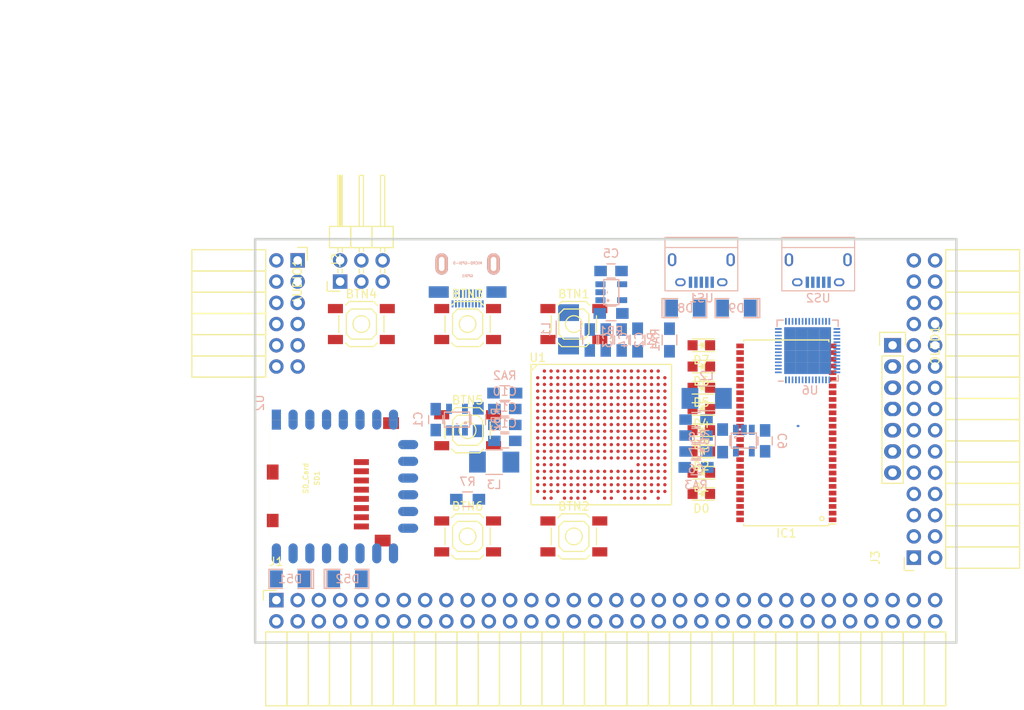
<source format=kicad_pcb>
(kicad_pcb (version 4) (host pcbnew 4.0.5+dfsg1-4)

  (general
    (links 343)
    (no_connects 343)
    (area 93.949999 61.269999 178.070001 109.830001)
    (thickness 1.6)
    (drawings 20)
    (tracks 1)
    (zones 0)
    (modules 57)
    (nets 92)
  )

  (page A4)
  (layers
    (0 F.Cu signal)
    (1 In1.Cu signal)
    (2 In2.Cu signal)
    (31 B.Cu signal)
    (32 B.Adhes user)
    (33 F.Adhes user)
    (34 B.Paste user)
    (35 F.Paste user)
    (36 B.SilkS user)
    (37 F.SilkS user)
    (38 B.Mask user)
    (39 F.Mask user)
    (40 Dwgs.User user)
    (41 Cmts.User user)
    (42 Eco1.User user)
    (43 Eco2.User user)
    (44 Edge.Cuts user)
    (45 Margin user)
    (46 B.CrtYd user)
    (47 F.CrtYd user)
    (48 B.Fab user)
    (49 F.Fab user)
  )

  (setup
    (last_trace_width 0.25)
    (trace_clearance 0.2)
    (zone_clearance 0.508)
    (zone_45_only no)
    (trace_min 0.2)
    (segment_width 0.2)
    (edge_width 0.2)
    (via_size 0.6)
    (via_drill 0.4)
    (via_min_size 0.4)
    (via_min_drill 0.3)
    (uvia_size 0.3)
    (uvia_drill 0.1)
    (uvias_allowed yes)
    (uvia_min_size 0.2)
    (uvia_min_drill 0.1)
    (pcb_text_width 0.3)
    (pcb_text_size 1.5 1.5)
    (mod_edge_width 0.15)
    (mod_text_size 1 1)
    (mod_text_width 0.15)
    (pad_size 1.524 1.524)
    (pad_drill 0.762)
    (pad_to_mask_clearance 0.2)
    (aux_axis_origin 82.67 62.69)
    (grid_origin 86.48 79.2)
    (visible_elements 7FFFFFFF)
    (pcbplotparams
      (layerselection 0x00030_80000001)
      (usegerberextensions false)
      (excludeedgelayer true)
      (linewidth 0.100000)
      (plotframeref false)
      (viasonmask false)
      (mode 1)
      (useauxorigin false)
      (hpglpennumber 1)
      (hpglpenspeed 20)
      (hpglpendiameter 15)
      (hpglpenoverlay 2)
      (psnegative false)
      (psa4output false)
      (plotreference true)
      (plotvalue true)
      (plotinvisibletext false)
      (padsonsilk false)
      (subtractmaskfromsilk false)
      (outputformat 1)
      (mirror false)
      (drillshape 1)
      (scaleselection 1)
      (outputdirectory ""))
  )

  (net 0 "")
  (net 1 GND)
  (net 2 /TDI)
  (net 3 /TCK)
  (net 4 /TMS)
  (net 5 /TDO)
  (net 6 +5V)
  (net 7 /gpio/IN5V)
  (net 8 /gpio/OUT5V)
  (net 9 /gpio/P5)
  (net 10 /gpio/P6)
  (net 11 /gpio/P7)
  (net 12 /gpio/P8)
  (net 13 /gpio/P11)
  (net 14 /gpio/P12)
  (net 15 /gpio/P13)
  (net 16 /gpio/P14)
  (net 17 /gpio/P17)
  (net 18 /gpio/P18)
  (net 19 /gpio/P19)
  (net 20 /gpio/P20)
  (net 21 /gpio/P21)
  (net 22 /gpio/P22)
  (net 23 /gpio/P23)
  (net 24 /gpio/P24)
  (net 25 /gpio/P25)
  (net 26 /gpio/P26)
  (net 27 /gpio/P27)
  (net 28 /gpio/P28)
  (net 29 /gpio/P29)
  (net 30 /gpio/P30)
  (net 31 /SD_3)
  (net 32 /MTMS)
  (net 33 /MTCK)
  (net 34 /MTDO)
  (net 35 /MTDI)
  (net 36 /gpio/P9)
  (net 37 /gpio/P10)
  (net 38 "Net-(US1-Pad6)")
  (net 39 "Net-(US2-Pad6)")
  (net 40 /gpio/P15)
  (net 41 /gpio/P16)
  (net 42 /gpio/P31)
  (net 43 /gpio/P32)
  (net 44 /gpio/P33)
  (net 45 /gpio/P34)
  (net 46 /gpio/P35)
  (net 47 /gpio/P36)
  (net 48 /gpio/P37)
  (net 49 /gpio/P38)
  (net 50 /gpio/P39)
  (net 51 /gpio/P40)
  (net 52 /gpio/P41)
  (net 53 /gpio/P42)
  (net 54 /gpio/P43)
  (net 55 /gpio/P44)
  (net 56 /gpio/P45)
  (net 57 /gpio/P46)
  (net 58 /gpio/P47)
  (net 59 /gpio/P48)
  (net 60 /gpio/P49)
  (net 61 /gpio/P50)
  (net 62 /gpio/P51)
  (net 63 /gpio/P52)
  (net 64 /gpio/P53)
  (net 65 /gpio/P54)
  (net 66 /gpio/P55)
  (net 67 /gpio/P56)
  (net 68 /gpio/P57)
  (net 69 /gpio/P58)
  (net 70 /gpio/P59)
  (net 71 /gpio/P60)
  (net 72 +3V3)
  (net 73 "Net-(L1-Pad1)")
  (net 74 "Net-(L2-Pad1)")
  (net 75 +1V2)
  (net 76 BTN_D)
  (net 77 BTN_F1)
  (net 78 BTN_F2)
  (net 79 BTN_L)
  (net 80 BTN_R)
  (net 81 BTN_U)
  (net 82 "Net-(BTN1-Pad1)")
  (net 83 /power/FB1)
  (net 84 +2V5)
  (net 85 "Net-(L3-Pad1)")
  (net 86 /power/PWREN)
  (net 87 /power/FB3)
  (net 88 /power/FB2)
  (net 89 /usb/USB5V)
  (net 90 "Net-(D9-Pad1)")
  (net 91 "Net-(U6-Pad57)")

  (net_class Default "This is the default net class."
    (clearance 0.2)
    (trace_width 0.25)
    (via_dia 0.6)
    (via_drill 0.4)
    (uvia_dia 0.3)
    (uvia_drill 0.1)
    (add_net +1V2)
    (add_net +2V5)
    (add_net +3V3)
    (add_net +5V)
    (add_net /MTCK)
    (add_net /MTDI)
    (add_net /MTDO)
    (add_net /MTMS)
    (add_net /SD_3)
    (add_net /TCK)
    (add_net /TDI)
    (add_net /TDO)
    (add_net /TMS)
    (add_net /gpio/IN5V)
    (add_net /gpio/OUT5V)
    (add_net /gpio/P10)
    (add_net /gpio/P11)
    (add_net /gpio/P12)
    (add_net /gpio/P13)
    (add_net /gpio/P14)
    (add_net /gpio/P15)
    (add_net /gpio/P16)
    (add_net /gpio/P17)
    (add_net /gpio/P18)
    (add_net /gpio/P19)
    (add_net /gpio/P20)
    (add_net /gpio/P21)
    (add_net /gpio/P22)
    (add_net /gpio/P23)
    (add_net /gpio/P24)
    (add_net /gpio/P25)
    (add_net /gpio/P26)
    (add_net /gpio/P27)
    (add_net /gpio/P28)
    (add_net /gpio/P29)
    (add_net /gpio/P30)
    (add_net /gpio/P31)
    (add_net /gpio/P32)
    (add_net /gpio/P33)
    (add_net /gpio/P34)
    (add_net /gpio/P35)
    (add_net /gpio/P36)
    (add_net /gpio/P37)
    (add_net /gpio/P38)
    (add_net /gpio/P39)
    (add_net /gpio/P40)
    (add_net /gpio/P41)
    (add_net /gpio/P42)
    (add_net /gpio/P43)
    (add_net /gpio/P44)
    (add_net /gpio/P45)
    (add_net /gpio/P46)
    (add_net /gpio/P47)
    (add_net /gpio/P48)
    (add_net /gpio/P49)
    (add_net /gpio/P5)
    (add_net /gpio/P50)
    (add_net /gpio/P51)
    (add_net /gpio/P52)
    (add_net /gpio/P53)
    (add_net /gpio/P54)
    (add_net /gpio/P55)
    (add_net /gpio/P56)
    (add_net /gpio/P57)
    (add_net /gpio/P58)
    (add_net /gpio/P59)
    (add_net /gpio/P6)
    (add_net /gpio/P60)
    (add_net /gpio/P7)
    (add_net /gpio/P8)
    (add_net /gpio/P9)
    (add_net /power/FB1)
    (add_net /power/FB2)
    (add_net /power/FB3)
    (add_net /power/PWREN)
    (add_net /usb/USB5V)
    (add_net BTN_D)
    (add_net BTN_F1)
    (add_net BTN_F2)
    (add_net BTN_L)
    (add_net BTN_R)
    (add_net BTN_U)
    (add_net "Net-(BTN1-Pad1)")
    (add_net "Net-(D9-Pad1)")
    (add_net "Net-(L1-Pad1)")
    (add_net "Net-(L2-Pad1)")
    (add_net "Net-(L3-Pad1)")
    (add_net "Net-(U6-Pad57)")
    (add_net "Net-(US1-Pad6)")
    (add_net "Net-(US2-Pad6)")
  )

  (net_class BGA ""
    (clearance 0.1)
    (trace_width 0.2)
    (via_dia 0.6)
    (via_drill 0.4)
    (uvia_dia 0.3)
    (uvia_drill 0.1)
    (add_net GND)
  )

  (module SMD_Packages:SMD-1206_Pol (layer B.Cu) (tedit 0) (tstamp 56AA106E)
    (at 105.149 102.06)
    (path /56AC389C/56AC4846)
    (attr smd)
    (fp_text reference D52 (at 0 0) (layer B.SilkS)
      (effects (font (size 1 1) (thickness 0.15)) (justify mirror))
    )
    (fp_text value 2A (at 0 0) (layer B.Fab)
      (effects (font (size 1 1) (thickness 0.15)) (justify mirror))
    )
    (fp_line (start -2.54 1.143) (end -2.794 1.143) (layer B.SilkS) (width 0.15))
    (fp_line (start -2.794 1.143) (end -2.794 -1.143) (layer B.SilkS) (width 0.15))
    (fp_line (start -2.794 -1.143) (end -2.54 -1.143) (layer B.SilkS) (width 0.15))
    (fp_line (start -2.54 1.143) (end -2.54 -1.143) (layer B.SilkS) (width 0.15))
    (fp_line (start -2.54 -1.143) (end -0.889 -1.143) (layer B.SilkS) (width 0.15))
    (fp_line (start 0.889 1.143) (end 2.54 1.143) (layer B.SilkS) (width 0.15))
    (fp_line (start 2.54 1.143) (end 2.54 -1.143) (layer B.SilkS) (width 0.15))
    (fp_line (start 2.54 -1.143) (end 0.889 -1.143) (layer B.SilkS) (width 0.15))
    (fp_line (start -0.889 1.143) (end -2.54 1.143) (layer B.SilkS) (width 0.15))
    (pad 1 smd rect (at -1.651 0) (size 1.524 2.032) (layers B.Cu B.Paste B.Mask)
      (net 8 /gpio/OUT5V))
    (pad 2 smd rect (at 1.651 0) (size 1.524 2.032) (layers B.Cu B.Paste B.Mask))
    (model SMD_Packages.3dshapes/SMD-1206_Pol.wrl
      (at (xyz 0 0 0))
      (scale (xyz 0.17 0.16 0.16))
      (rotate (xyz 0 0 0))
    )
  )

  (module SMD_Packages:SMD-1206_Pol (layer B.Cu) (tedit 0) (tstamp 56AA1068)
    (at 98.291 102.06 180)
    (path /56AC389C/56AC483B)
    (attr smd)
    (fp_text reference D51 (at 0 0 180) (layer B.SilkS)
      (effects (font (size 1 1) (thickness 0.15)) (justify mirror))
    )
    (fp_text value 2A (at 0 0 180) (layer B.Fab)
      (effects (font (size 1 1) (thickness 0.15)) (justify mirror))
    )
    (fp_line (start -2.54 1.143) (end -2.794 1.143) (layer B.SilkS) (width 0.15))
    (fp_line (start -2.794 1.143) (end -2.794 -1.143) (layer B.SilkS) (width 0.15))
    (fp_line (start -2.794 -1.143) (end -2.54 -1.143) (layer B.SilkS) (width 0.15))
    (fp_line (start -2.54 1.143) (end -2.54 -1.143) (layer B.SilkS) (width 0.15))
    (fp_line (start -2.54 -1.143) (end -0.889 -1.143) (layer B.SilkS) (width 0.15))
    (fp_line (start 0.889 1.143) (end 2.54 1.143) (layer B.SilkS) (width 0.15))
    (fp_line (start 2.54 1.143) (end 2.54 -1.143) (layer B.SilkS) (width 0.15))
    (fp_line (start 2.54 -1.143) (end 0.889 -1.143) (layer B.SilkS) (width 0.15))
    (fp_line (start -0.889 1.143) (end -2.54 1.143) (layer B.SilkS) (width 0.15))
    (pad 1 smd rect (at -1.651 0 180) (size 1.524 2.032) (layers B.Cu B.Paste B.Mask)
      (net 6 +5V))
    (pad 2 smd rect (at 1.651 0 180) (size 1.524 2.032) (layers B.Cu B.Paste B.Mask)
      (net 7 /gpio/IN5V))
    (model SMD_Packages.3dshapes/SMD-1206_Pol.wrl
      (at (xyz 0 0 0))
      (scale (xyz 0.17 0.16 0.16))
      (rotate (xyz 0 0 0))
    )
  )

  (module micro-sd:MicroSD_TF02D (layer F.Cu) (tedit 52721666) (tstamp 56A966AB)
    (at 95.8 90.03 90)
    (path /56ACBF19)
    (fp_text reference SD1 (at 0 5.7 90) (layer F.SilkS)
      (effects (font (size 0.59944 0.59944) (thickness 0.12446)))
    )
    (fp_text value SD_Card (at 0 4.35 90) (layer F.SilkS)
      (effects (font (size 0.59944 0.59944) (thickness 0.12446)))
    )
    (fp_line (start 3.8 15.2) (end 3.8 16) (layer F.SilkS) (width 0.01016))
    (fp_line (start 3.8 16) (end -7 16) (layer F.SilkS) (width 0.01016))
    (fp_line (start -7 16) (end -7 15.2) (layer F.SilkS) (width 0.01016))
    (fp_line (start 7 0) (end 7 15.2) (layer F.SilkS) (width 0.01016))
    (fp_line (start 7 15.2) (end -7 15.2) (layer F.SilkS) (width 0.01016))
    (fp_line (start -7 15.2) (end -7 0) (layer F.SilkS) (width 0.01016))
    (fp_line (start -7 0) (end 7 0) (layer F.SilkS) (width 0.01016))
    (pad 1 smd rect (at 1.94 11 90) (size 0.7 1.8) (layers F.Cu F.Paste F.Mask)
      (net 31 /SD_3))
    (pad 2 smd rect (at 0.84 11 90) (size 0.7 1.8) (layers F.Cu F.Paste F.Mask)
      (net 32 /MTMS))
    (pad 3 smd rect (at -0.26 11 90) (size 0.7 1.8) (layers F.Cu F.Paste F.Mask)
      (net 1 GND))
    (pad 4 smd rect (at -1.36 11 90) (size 0.7 1.8) (layers F.Cu F.Paste F.Mask)
      (net 72 +3V3))
    (pad 5 smd rect (at -2.46 11 90) (size 0.7 1.8) (layers F.Cu F.Paste F.Mask)
      (net 33 /MTCK))
    (pad 6 smd rect (at -3.56 11 90) (size 0.7 1.8) (layers F.Cu F.Paste F.Mask)
      (net 1 GND))
    (pad 7 smd rect (at -4.66 11 90) (size 0.7 1.8) (layers F.Cu F.Paste F.Mask)
      (net 34 /MTDO))
    (pad 8 smd rect (at -5.76 11 90) (size 0.7 1.8) (layers F.Cu F.Paste F.Mask)
      (net 35 /MTDI))
    (pad S smd rect (at -5.05 0.4 90) (size 1.6 1.4) (layers F.Cu F.Paste F.Mask))
    (pad S smd rect (at 0.75 0.4 90) (size 1.8 1.4) (layers F.Cu F.Paste F.Mask))
    (pad G smd rect (at -7.45 13.55 90) (size 1.4 1.9) (layers F.Cu F.Paste F.Mask))
    (pad G smd rect (at 6.6 14.55 90) (size 1.4 1.9) (layers F.Cu F.Paste F.Mask))
  )

  (module micro-hdmi-d:MICRO-HDMI-D (layer B.Cu) (tedit 53F70906) (tstamp 56A965BA)
    (at 119.5 62.69)
    (path /58D686D9/58D69067)
    (attr smd)
    (fp_text reference GPDI1 (at -0.025 3.125) (layer B.SilkS)
      (effects (font (size 0.3 0.3) (thickness 0.075)) (justify mirror))
    )
    (fp_text value MICRO-GPDI-D (at 0 1.6) (layer B.SilkS)
      (effects (font (size 0.3 0.3) (thickness 0.075)) (justify mirror))
    )
    (fp_line (start -3.3 0) (end -3.3 -0.7) (layer B.SilkS) (width 0.001))
    (fp_line (start -3.3 -0.7) (end 3.3 -0.7) (layer B.SilkS) (width 0.001))
    (fp_line (start 3.3 -0.7) (end 3.3 0) (layer B.SilkS) (width 0.001))
    (fp_line (start -3.3 0) (end -3.3 6.8) (layer B.SilkS) (width 0.001))
    (fp_line (start -3.3 6.8) (end 3.3 6.8) (layer B.SilkS) (width 0.001))
    (fp_line (start 3.3 6.8) (end 3.3 0) (layer B.SilkS) (width 0.001))
    (fp_line (start 3.3 0) (end -3.3 0) (layer B.SilkS) (width 0.001))
    (pad 1 smd rect (at 1.8 6.475) (size 0.23 0.85) (layers B.Cu B.Paste B.Mask))
    (pad 3 smd rect (at 1.4 6.475) (size 0.23 0.85) (layers B.Cu B.Paste B.Mask))
    (pad 5 smd rect (at 1 6.475) (size 0.23 0.85) (layers B.Cu B.Paste B.Mask))
    (pad 7 smd rect (at 0.6 6.475) (size 0.23 0.85) (layers B.Cu B.Paste B.Mask)
      (net 1 GND))
    (pad 9 smd rect (at 0.2 6.475) (size 0.23 0.85) (layers B.Cu B.Paste B.Mask))
    (pad 11 smd rect (at -0.2 6.475) (size 0.23 0.85) (layers B.Cu B.Paste B.Mask))
    (pad 13 smd rect (at -0.6 6.475) (size 0.23 0.85) (layers B.Cu B.Paste B.Mask)
      (net 1 GND))
    (pad 15 smd rect (at -1 6.475) (size 0.23 0.85) (layers B.Cu B.Paste B.Mask))
    (pad 17 smd rect (at -1.4 6.475) (size 0.23 0.85) (layers B.Cu B.Paste B.Mask))
    (pad 19 smd rect (at -1.8 6.475) (size 0.23 0.85) (layers B.Cu B.Paste B.Mask)
      (net 6 +5V))
    (pad 2 smd rect (at 1.6 5.25) (size 0.23 1) (layers B.Cu B.Paste B.Mask))
    (pad 4 smd rect (at 1.2 5.25) (size 0.23 1) (layers B.Cu B.Paste B.Mask)
      (net 1 GND))
    (pad 6 smd rect (at 0.8 5.25) (size 0.23 1) (layers B.Cu B.Paste B.Mask))
    (pad 8 smd rect (at 0.4 5.25) (size 0.23 1) (layers B.Cu B.Paste B.Mask))
    (pad 10 smd rect (at 0 5.25) (size 0.23 1) (layers B.Cu B.Paste B.Mask)
      (net 1 GND))
    (pad 12 smd rect (at -0.4 5.25) (size 0.23 1) (layers B.Cu B.Paste B.Mask))
    (pad 14 smd rect (at -0.8 5.25) (size 0.23 1) (layers B.Cu B.Paste B.Mask))
    (pad 16 smd rect (at -1.2 5.25) (size 0.23 1) (layers B.Cu B.Paste B.Mask)
      (net 1 GND))
    (pad 18 smd rect (at -1.6 5.25) (size 0.23 1) (layers B.Cu B.Paste B.Mask))
    (pad SHD smd rect (at 3.45 5.06) (size 2.4 1.38) (layers B.Cu B.Paste B.Mask)
      (net 1 GND))
    (pad SHD smd rect (at -3.45 5.06) (size 2.4 1.38) (layers B.Cu B.Paste B.Mask)
      (net 1 GND))
    (pad "" thru_hole oval (at -3.1 1.7) (size 1.5 2.55) (drill oval 0.65 1.7) (layers *.Cu *.Mask B.SilkS))
    (pad "" thru_hole oval (at 3.1 1.7) (size 1.5 2.55) (drill oval 0.65 1.7) (layers *.Cu *.Mask B.SilkS))
  )

  (module ESP8266:ESP-12E (layer B.Cu) (tedit 559F8D21) (tstamp 56A95491)
    (at 96.64 83.01 270)
    (descr "Module, ESP-8266, ESP-12, 16 pad, SMD")
    (tags "Module ESP-8266 ESP8266")
    (path /56AC980A)
    (fp_text reference U2 (at -2 2 270) (layer B.SilkS)
      (effects (font (size 1 1) (thickness 0.15)) (justify mirror))
    )
    (fp_text value ESP-12E (at 8 -1 270) (layer B.Fab)
      (effects (font (size 1 1) (thickness 0.15)) (justify mirror))
    )
    (fp_line (start 16 8.4) (end 0 2.6) (layer B.CrtYd) (width 0.1524))
    (fp_line (start 0 8.4) (end 16 2.6) (layer B.CrtYd) (width 0.1524))
    (fp_text user "No Copper" (at 7.9 5.4 270) (layer B.CrtYd)
      (effects (font (size 1 1) (thickness 0.15)) (justify mirror))
    )
    (fp_line (start 0 8.4) (end 0 2.6) (layer B.CrtYd) (width 0.1524))
    (fp_line (start 0 2.6) (end 16 2.6) (layer B.CrtYd) (width 0.1524))
    (fp_line (start 16 2.6) (end 16 8.4) (layer B.CrtYd) (width 0.1524))
    (fp_line (start 16 8.4) (end 0 8.4) (layer B.CrtYd) (width 0.1524))
    (fp_line (start 16 8.4) (end 16 -15.6) (layer B.Fab) (width 0.1524))
    (fp_line (start 16 -15.6) (end 0 -15.6) (layer B.Fab) (width 0.1524))
    (fp_line (start 0 -15.6) (end 0 8.4) (layer B.Fab) (width 0.1524))
    (fp_line (start 0 8.4) (end 16 8.4) (layer B.Fab) (width 0.1524))
    (pad 9 smd oval (at 2.99 -15.75 180) (size 2.4 1.1) (layers B.Cu B.Paste B.Mask)
      (net 34 /MTDO))
    (pad 10 smd oval (at 4.99 -15.75 180) (size 2.4 1.1) (layers B.Cu B.Paste B.Mask)
      (net 35 /MTDI))
    (pad 11 smd oval (at 6.99 -15.75 180) (size 2.4 1.1) (layers B.Cu B.Paste B.Mask)
      (net 31 /SD_3))
    (pad 12 smd oval (at 8.99 -15.75 180) (size 2.4 1.1) (layers B.Cu B.Paste B.Mask)
      (net 32 /MTMS))
    (pad 13 smd oval (at 10.99 -15.75 180) (size 2.4 1.1) (layers B.Cu B.Paste B.Mask)
      (net 33 /MTCK))
    (pad 14 smd oval (at 12.99 -15.75 180) (size 2.4 1.1) (layers B.Cu B.Paste B.Mask))
    (pad 1 smd rect (at 0 0 270) (size 2.4 1.1) (layers B.Cu B.Paste B.Mask))
    (pad 2 smd oval (at 0 -2 270) (size 2.4 1.1) (layers B.Cu B.Paste B.Mask))
    (pad 3 smd oval (at 0 -4 270) (size 2.4 1.1) (layers B.Cu B.Paste B.Mask))
    (pad 4 smd oval (at 0 -6 270) (size 2.4 1.1) (layers B.Cu B.Paste B.Mask)
      (net 2 /TDI))
    (pad 5 smd oval (at 0 -8 270) (size 2.4 1.1) (layers B.Cu B.Paste B.Mask)
      (net 5 /TDO))
    (pad 6 smd oval (at 0 -10 270) (size 2.4 1.1) (layers B.Cu B.Paste B.Mask)
      (net 3 /TCK))
    (pad 7 smd oval (at 0 -12 270) (size 2.4 1.1) (layers B.Cu B.Paste B.Mask)
      (net 4 /TMS))
    (pad 8 smd oval (at 0 -14 270) (size 2.4 1.1) (layers B.Cu B.Paste B.Mask)
      (net 72 +3V3))
    (pad 15 smd oval (at 16 -14 270) (size 2.4 1.1) (layers B.Cu B.Paste B.Mask)
      (net 1 GND))
    (pad 16 smd oval (at 16 -12 270) (size 2.4 1.1) (layers B.Cu B.Paste B.Mask))
    (pad 17 smd oval (at 16 -10 270) (size 2.4 1.1) (layers B.Cu B.Paste B.Mask))
    (pad 18 smd oval (at 16 -8 270) (size 2.4 1.1) (layers B.Cu B.Paste B.Mask))
    (pad 19 smd oval (at 16 -6 270) (size 2.4 1.1) (layers B.Cu B.Paste B.Mask))
    (pad 20 smd oval (at 16 -4 270) (size 2.4 1.1) (layers B.Cu B.Paste B.Mask))
    (pad 21 smd oval (at 16 -2 270) (size 2.4 1.1) (layers B.Cu B.Paste B.Mask))
    (pad 22 smd oval (at 16 0 270) (size 2.4 1.1) (layers B.Cu B.Paste B.Mask))
    (model ${ESPLIB}/ESP8266.3dshapes/ESP-12.wrl
      (at (xyz 0.04 0 0))
      (scale (xyz 0.3937 0.3937 0.3937))
      (rotate (xyz 0 0 0))
    )
  )

  (module usb_otg:USB_Micro-B (layer B.Cu) (tedit 5543E447) (tstamp 58D43115)
    (at 147.44 65.23)
    (descr "Micro USB Type B Receptacle")
    (tags "USB USB_B USB_micro USB_OTG")
    (path /58D6BF46/58D6C840)
    (attr smd)
    (fp_text reference US1 (at 0 3.24) (layer B.SilkS)
      (effects (font (size 1 1) (thickness 0.15)) (justify mirror))
    )
    (fp_text value USB_FTDI (at 0 -5.01) (layer B.Fab)
      (effects (font (size 1 1) (thickness 0.15)) (justify mirror))
    )
    (fp_line (start -4.6 2.59) (end 4.6 2.59) (layer B.CrtYd) (width 0.05))
    (fp_line (start 4.6 2.59) (end 4.6 -4.26) (layer B.CrtYd) (width 0.05))
    (fp_line (start 4.6 -4.26) (end -4.6 -4.26) (layer B.CrtYd) (width 0.05))
    (fp_line (start -4.6 -4.26) (end -4.6 2.59) (layer B.CrtYd) (width 0.05))
    (fp_line (start -4.35 -4.03) (end 4.35 -4.03) (layer B.SilkS) (width 0.12))
    (fp_line (start -4.35 2.38) (end 4.35 2.38) (layer B.SilkS) (width 0.12))
    (fp_line (start 4.35 2.38) (end 4.35 -4.03) (layer B.SilkS) (width 0.12))
    (fp_line (start 4.35 -2.8) (end -4.35 -2.8) (layer B.SilkS) (width 0.12))
    (fp_line (start -4.35 -4.03) (end -4.35 2.38) (layer B.SilkS) (width 0.12))
    (pad 1 smd rect (at -1.3 1.35 270) (size 1.35 0.4) (layers B.Cu B.Paste B.Mask)
      (net 89 /usb/USB5V))
    (pad 2 smd rect (at -0.65 1.35 270) (size 1.35 0.4) (layers B.Cu B.Paste B.Mask))
    (pad 3 smd rect (at 0 1.35 270) (size 1.35 0.4) (layers B.Cu B.Paste B.Mask))
    (pad 4 smd rect (at 0.65 1.35 270) (size 1.35 0.4) (layers B.Cu B.Paste B.Mask))
    (pad 5 smd rect (at 1.3 1.35 270) (size 1.35 0.4) (layers B.Cu B.Paste B.Mask)
      (net 1 GND))
    (pad 6 thru_hole oval (at -2.5 1.35 270) (size 0.95 1.25) (drill oval 0.55 0.85) (layers *.Cu *.Mask)
      (net 38 "Net-(US1-Pad6)"))
    (pad 6 thru_hole oval (at 2.5 1.35 270) (size 0.95 1.25) (drill oval 0.55 0.85) (layers *.Cu *.Mask)
      (net 38 "Net-(US1-Pad6)"))
    (pad 6 thru_hole oval (at -3.5 -1.35 270) (size 1.55 1) (drill oval 1.15 0.5) (layers *.Cu *.Mask)
      (net 38 "Net-(US1-Pad6)"))
    (pad 6 thru_hole oval (at 3.5 -1.35 270) (size 1.55 1) (drill oval 1.15 0.5) (layers *.Cu *.Mask)
      (net 38 "Net-(US1-Pad6)"))
  )

  (module usb_otg:USB_Micro-B (layer B.Cu) (tedit 5543E447) (tstamp 58D43122)
    (at 161.41 65.23)
    (descr "Micro USB Type B Receptacle")
    (tags "USB USB_B USB_micro USB_OTG")
    (path /58D6BF46/58D6C841)
    (attr smd)
    (fp_text reference US2 (at 0 3.24) (layer B.SilkS)
      (effects (font (size 1 1) (thickness 0.15)) (justify mirror))
    )
    (fp_text value USB_FPGA (at 0 -5.01) (layer B.Fab)
      (effects (font (size 1 1) (thickness 0.15)) (justify mirror))
    )
    (fp_line (start -4.6 2.59) (end 4.6 2.59) (layer B.CrtYd) (width 0.05))
    (fp_line (start 4.6 2.59) (end 4.6 -4.26) (layer B.CrtYd) (width 0.05))
    (fp_line (start 4.6 -4.26) (end -4.6 -4.26) (layer B.CrtYd) (width 0.05))
    (fp_line (start -4.6 -4.26) (end -4.6 2.59) (layer B.CrtYd) (width 0.05))
    (fp_line (start -4.35 -4.03) (end 4.35 -4.03) (layer B.SilkS) (width 0.12))
    (fp_line (start -4.35 2.38) (end 4.35 2.38) (layer B.SilkS) (width 0.12))
    (fp_line (start 4.35 2.38) (end 4.35 -4.03) (layer B.SilkS) (width 0.12))
    (fp_line (start 4.35 -2.8) (end -4.35 -2.8) (layer B.SilkS) (width 0.12))
    (fp_line (start -4.35 -4.03) (end -4.35 2.38) (layer B.SilkS) (width 0.12))
    (pad 1 smd rect (at -1.3 1.35 270) (size 1.35 0.4) (layers B.Cu B.Paste B.Mask)
      (net 90 "Net-(D9-Pad1)"))
    (pad 2 smd rect (at -0.65 1.35 270) (size 1.35 0.4) (layers B.Cu B.Paste B.Mask))
    (pad 3 smd rect (at 0 1.35 270) (size 1.35 0.4) (layers B.Cu B.Paste B.Mask))
    (pad 4 smd rect (at 0.65 1.35 270) (size 1.35 0.4) (layers B.Cu B.Paste B.Mask))
    (pad 5 smd rect (at 1.3 1.35 270) (size 1.35 0.4) (layers B.Cu B.Paste B.Mask)
      (net 1 GND))
    (pad 6 thru_hole oval (at -2.5 1.35 270) (size 0.95 1.25) (drill oval 0.55 0.85) (layers *.Cu *.Mask)
      (net 39 "Net-(US2-Pad6)"))
    (pad 6 thru_hole oval (at 2.5 1.35 270) (size 0.95 1.25) (drill oval 0.55 0.85) (layers *.Cu *.Mask)
      (net 39 "Net-(US2-Pad6)"))
    (pad 6 thru_hole oval (at -3.5 -1.35 270) (size 1.55 1) (drill oval 1.15 0.5) (layers *.Cu *.Mask)
      (net 39 "Net-(US2-Pad6)"))
    (pad 6 thru_hole oval (at 3.5 -1.35 270) (size 1.55 1) (drill oval 1.15 0.5) (layers *.Cu *.Mask)
      (net 39 "Net-(US2-Pad6)"))
  )

  (module Socket_Strips:Socket_Strip_Angled_2x32 (layer F.Cu) (tedit 0) (tstamp 58D4E99D)
    (at 96.64 104.6)
    (descr "Through hole socket strip")
    (tags "socket strip")
    (path /56AC389C/58D39D36)
    (fp_text reference J1 (at 0 -4.6) (layer F.SilkS)
      (effects (font (size 1 1) (thickness 0.15)))
    )
    (fp_text value CONN_02X32 (at 0 -2.6) (layer F.Fab)
      (effects (font (size 1 1) (thickness 0.15)))
    )
    (fp_line (start -1.75 -1.35) (end -1.75 13.15) (layer F.CrtYd) (width 0.05))
    (fp_line (start 80.5 -1.35) (end 80.5 13.15) (layer F.CrtYd) (width 0.05))
    (fp_line (start -1.75 -1.35) (end 80.5 -1.35) (layer F.CrtYd) (width 0.05))
    (fp_line (start -1.75 13.15) (end 80.5 13.15) (layer F.CrtYd) (width 0.05))
    (fp_line (start 80.01 3.81) (end 80.01 12.64) (layer F.SilkS) (width 0.15))
    (fp_line (start 77.47 3.81) (end 80.01 3.81) (layer F.SilkS) (width 0.15))
    (fp_line (start 77.47 12.64) (end 80.01 12.64) (layer F.SilkS) (width 0.15))
    (fp_line (start 80.01 12.64) (end 80.01 3.81) (layer F.SilkS) (width 0.15))
    (fp_line (start 77.47 12.64) (end 77.47 3.81) (layer F.SilkS) (width 0.15))
    (fp_line (start 74.93 12.64) (end 77.47 12.64) (layer F.SilkS) (width 0.15))
    (fp_line (start 74.93 3.81) (end 77.47 3.81) (layer F.SilkS) (width 0.15))
    (fp_line (start 77.47 3.81) (end 77.47 12.64) (layer F.SilkS) (width 0.15))
    (fp_line (start 54.61 12.64) (end 54.61 3.81) (layer F.SilkS) (width 0.15))
    (fp_line (start 52.07 12.64) (end 54.61 12.64) (layer F.SilkS) (width 0.15))
    (fp_line (start 52.07 3.81) (end 54.61 3.81) (layer F.SilkS) (width 0.15))
    (fp_line (start 54.61 3.81) (end 54.61 12.64) (layer F.SilkS) (width 0.15))
    (fp_line (start 52.07 3.81) (end 52.07 12.64) (layer F.SilkS) (width 0.15))
    (fp_line (start 49.53 3.81) (end 52.07 3.81) (layer F.SilkS) (width 0.15))
    (fp_line (start 49.53 12.64) (end 52.07 12.64) (layer F.SilkS) (width 0.15))
    (fp_line (start 52.07 12.64) (end 52.07 3.81) (layer F.SilkS) (width 0.15))
    (fp_line (start 49.53 12.64) (end 49.53 3.81) (layer F.SilkS) (width 0.15))
    (fp_line (start 46.99 12.64) (end 49.53 12.64) (layer F.SilkS) (width 0.15))
    (fp_line (start 46.99 3.81) (end 49.53 3.81) (layer F.SilkS) (width 0.15))
    (fp_line (start 49.53 3.81) (end 49.53 12.64) (layer F.SilkS) (width 0.15))
    (fp_line (start 62.23 3.81) (end 62.23 12.64) (layer F.SilkS) (width 0.15))
    (fp_line (start 59.69 3.81) (end 62.23 3.81) (layer F.SilkS) (width 0.15))
    (fp_line (start 59.69 12.64) (end 62.23 12.64) (layer F.SilkS) (width 0.15))
    (fp_line (start 62.23 12.64) (end 62.23 3.81) (layer F.SilkS) (width 0.15))
    (fp_line (start 64.77 12.64) (end 64.77 3.81) (layer F.SilkS) (width 0.15))
    (fp_line (start 62.23 12.64) (end 64.77 12.64) (layer F.SilkS) (width 0.15))
    (fp_line (start 62.23 3.81) (end 64.77 3.81) (layer F.SilkS) (width 0.15))
    (fp_line (start 64.77 3.81) (end 64.77 12.64) (layer F.SilkS) (width 0.15))
    (fp_line (start 67.31 3.81) (end 67.31 12.64) (layer F.SilkS) (width 0.15))
    (fp_line (start 64.77 3.81) (end 67.31 3.81) (layer F.SilkS) (width 0.15))
    (fp_line (start 64.77 12.64) (end 67.31 12.64) (layer F.SilkS) (width 0.15))
    (fp_line (start 67.31 12.64) (end 67.31 3.81) (layer F.SilkS) (width 0.15))
    (fp_line (start 69.85 12.64) (end 69.85 3.81) (layer F.SilkS) (width 0.15))
    (fp_line (start 67.31 12.64) (end 69.85 12.64) (layer F.SilkS) (width 0.15))
    (fp_line (start 67.31 3.81) (end 69.85 3.81) (layer F.SilkS) (width 0.15))
    (fp_line (start 69.85 3.81) (end 69.85 12.64) (layer F.SilkS) (width 0.15))
    (fp_line (start 72.39 3.81) (end 72.39 12.64) (layer F.SilkS) (width 0.15))
    (fp_line (start 69.85 3.81) (end 72.39 3.81) (layer F.SilkS) (width 0.15))
    (fp_line (start 69.85 12.64) (end 72.39 12.64) (layer F.SilkS) (width 0.15))
    (fp_line (start 72.39 12.64) (end 72.39 3.81) (layer F.SilkS) (width 0.15))
    (fp_line (start 59.69 12.64) (end 59.69 3.81) (layer F.SilkS) (width 0.15))
    (fp_line (start 57.15 12.64) (end 59.69 12.64) (layer F.SilkS) (width 0.15))
    (fp_line (start 57.15 3.81) (end 59.69 3.81) (layer F.SilkS) (width 0.15))
    (fp_line (start 59.69 3.81) (end 59.69 12.64) (layer F.SilkS) (width 0.15))
    (fp_line (start 57.15 3.81) (end 57.15 12.64) (layer F.SilkS) (width 0.15))
    (fp_line (start 54.61 3.81) (end 57.15 3.81) (layer F.SilkS) (width 0.15))
    (fp_line (start 54.61 12.64) (end 57.15 12.64) (layer F.SilkS) (width 0.15))
    (fp_line (start 57.15 12.64) (end 57.15 3.81) (layer F.SilkS) (width 0.15))
    (fp_line (start 74.93 12.64) (end 74.93 3.81) (layer F.SilkS) (width 0.15))
    (fp_line (start 72.39 12.64) (end 74.93 12.64) (layer F.SilkS) (width 0.15))
    (fp_line (start 72.39 3.81) (end 74.93 3.81) (layer F.SilkS) (width 0.15))
    (fp_line (start 74.93 3.81) (end 74.93 12.64) (layer F.SilkS) (width 0.15))
    (fp_line (start 46.99 3.81) (end 46.99 12.64) (layer F.SilkS) (width 0.15))
    (fp_line (start 44.45 3.81) (end 46.99 3.81) (layer F.SilkS) (width 0.15))
    (fp_line (start 44.45 12.64) (end 46.99 12.64) (layer F.SilkS) (width 0.15))
    (fp_line (start 46.99 12.64) (end 46.99 3.81) (layer F.SilkS) (width 0.15))
    (fp_line (start 29.21 12.64) (end 29.21 3.81) (layer F.SilkS) (width 0.15))
    (fp_line (start 26.67 12.64) (end 29.21 12.64) (layer F.SilkS) (width 0.15))
    (fp_line (start 26.67 3.81) (end 29.21 3.81) (layer F.SilkS) (width 0.15))
    (fp_line (start 29.21 3.81) (end 29.21 12.64) (layer F.SilkS) (width 0.15))
    (fp_line (start 31.75 3.81) (end 31.75 12.64) (layer F.SilkS) (width 0.15))
    (fp_line (start 29.21 3.81) (end 31.75 3.81) (layer F.SilkS) (width 0.15))
    (fp_line (start 29.21 12.64) (end 31.75 12.64) (layer F.SilkS) (width 0.15))
    (fp_line (start 31.75 12.64) (end 31.75 3.81) (layer F.SilkS) (width 0.15))
    (fp_line (start 44.45 12.64) (end 44.45 3.81) (layer F.SilkS) (width 0.15))
    (fp_line (start 41.91 12.64) (end 44.45 12.64) (layer F.SilkS) (width 0.15))
    (fp_line (start 41.91 3.81) (end 44.45 3.81) (layer F.SilkS) (width 0.15))
    (fp_line (start 44.45 3.81) (end 44.45 12.64) (layer F.SilkS) (width 0.15))
    (fp_line (start 41.91 3.81) (end 41.91 12.64) (layer F.SilkS) (width 0.15))
    (fp_line (start 39.37 3.81) (end 41.91 3.81) (layer F.SilkS) (width 0.15))
    (fp_line (start 39.37 12.64) (end 41.91 12.64) (layer F.SilkS) (width 0.15))
    (fp_line (start 41.91 12.64) (end 41.91 3.81) (layer F.SilkS) (width 0.15))
    (fp_line (start 39.37 12.64) (end 39.37 3.81) (layer F.SilkS) (width 0.15))
    (fp_line (start 36.83 12.64) (end 39.37 12.64) (layer F.SilkS) (width 0.15))
    (fp_line (start 36.83 3.81) (end 39.37 3.81) (layer F.SilkS) (width 0.15))
    (fp_line (start 39.37 3.81) (end 39.37 12.64) (layer F.SilkS) (width 0.15))
    (fp_line (start 36.83 3.81) (end 36.83 12.64) (layer F.SilkS) (width 0.15))
    (fp_line (start 34.29 3.81) (end 36.83 3.81) (layer F.SilkS) (width 0.15))
    (fp_line (start 34.29 12.64) (end 36.83 12.64) (layer F.SilkS) (width 0.15))
    (fp_line (start 36.83 12.64) (end 36.83 3.81) (layer F.SilkS) (width 0.15))
    (fp_line (start 34.29 12.64) (end 34.29 3.81) (layer F.SilkS) (width 0.15))
    (fp_line (start 31.75 12.64) (end 34.29 12.64) (layer F.SilkS) (width 0.15))
    (fp_line (start 31.75 3.81) (end 34.29 3.81) (layer F.SilkS) (width 0.15))
    (fp_line (start 34.29 3.81) (end 34.29 12.64) (layer F.SilkS) (width 0.15))
    (fp_line (start 16.51 3.81) (end 16.51 12.64) (layer F.SilkS) (width 0.15))
    (fp_line (start 13.97 3.81) (end 16.51 3.81) (layer F.SilkS) (width 0.15))
    (fp_line (start 13.97 12.64) (end 16.51 12.64) (layer F.SilkS) (width 0.15))
    (fp_line (start 16.51 12.64) (end 16.51 3.81) (layer F.SilkS) (width 0.15))
    (fp_line (start 19.05 12.64) (end 19.05 3.81) (layer F.SilkS) (width 0.15))
    (fp_line (start 16.51 12.64) (end 19.05 12.64) (layer F.SilkS) (width 0.15))
    (fp_line (start 16.51 3.81) (end 19.05 3.81) (layer F.SilkS) (width 0.15))
    (fp_line (start 19.05 3.81) (end 19.05 12.64) (layer F.SilkS) (width 0.15))
    (fp_line (start 21.59 3.81) (end 21.59 12.64) (layer F.SilkS) (width 0.15))
    (fp_line (start 19.05 3.81) (end 21.59 3.81) (layer F.SilkS) (width 0.15))
    (fp_line (start 19.05 12.64) (end 21.59 12.64) (layer F.SilkS) (width 0.15))
    (fp_line (start 21.59 12.64) (end 21.59 3.81) (layer F.SilkS) (width 0.15))
    (fp_line (start 24.13 12.64) (end 24.13 3.81) (layer F.SilkS) (width 0.15))
    (fp_line (start 21.59 12.64) (end 24.13 12.64) (layer F.SilkS) (width 0.15))
    (fp_line (start 21.59 3.81) (end 24.13 3.81) (layer F.SilkS) (width 0.15))
    (fp_line (start 24.13 3.81) (end 24.13 12.64) (layer F.SilkS) (width 0.15))
    (fp_line (start 26.67 3.81) (end 26.67 12.64) (layer F.SilkS) (width 0.15))
    (fp_line (start 24.13 3.81) (end 26.67 3.81) (layer F.SilkS) (width 0.15))
    (fp_line (start 24.13 12.64) (end 26.67 12.64) (layer F.SilkS) (width 0.15))
    (fp_line (start 26.67 12.64) (end 26.67 3.81) (layer F.SilkS) (width 0.15))
    (fp_line (start 13.97 12.64) (end 13.97 3.81) (layer F.SilkS) (width 0.15))
    (fp_line (start 11.43 12.64) (end 13.97 12.64) (layer F.SilkS) (width 0.15))
    (fp_line (start 11.43 3.81) (end 13.97 3.81) (layer F.SilkS) (width 0.15))
    (fp_line (start 13.97 3.81) (end 13.97 12.64) (layer F.SilkS) (width 0.15))
    (fp_line (start 11.43 3.81) (end 11.43 12.64) (layer F.SilkS) (width 0.15))
    (fp_line (start 8.89 3.81) (end 11.43 3.81) (layer F.SilkS) (width 0.15))
    (fp_line (start 8.89 12.64) (end 11.43 12.64) (layer F.SilkS) (width 0.15))
    (fp_line (start 11.43 12.64) (end 11.43 3.81) (layer F.SilkS) (width 0.15))
    (fp_line (start 8.89 12.64) (end 8.89 3.81) (layer F.SilkS) (width 0.15))
    (fp_line (start 6.35 12.64) (end 8.89 12.64) (layer F.SilkS) (width 0.15))
    (fp_line (start 6.35 3.81) (end 8.89 3.81) (layer F.SilkS) (width 0.15))
    (fp_line (start 8.89 3.81) (end 8.89 12.64) (layer F.SilkS) (width 0.15))
    (fp_line (start 6.35 3.81) (end 6.35 12.64) (layer F.SilkS) (width 0.15))
    (fp_line (start 3.81 3.81) (end 6.35 3.81) (layer F.SilkS) (width 0.15))
    (fp_line (start 3.81 12.64) (end 6.35 12.64) (layer F.SilkS) (width 0.15))
    (fp_line (start 6.35 12.64) (end 6.35 3.81) (layer F.SilkS) (width 0.15))
    (fp_line (start 3.81 12.64) (end 3.81 3.81) (layer F.SilkS) (width 0.15))
    (fp_line (start 1.27 12.64) (end 3.81 12.64) (layer F.SilkS) (width 0.15))
    (fp_line (start 1.27 3.81) (end 3.81 3.81) (layer F.SilkS) (width 0.15))
    (fp_line (start 3.81 3.81) (end 3.81 12.64) (layer F.SilkS) (width 0.15))
    (fp_line (start 1.27 3.81) (end 1.27 12.64) (layer F.SilkS) (width 0.15))
    (fp_line (start -1.27 3.81) (end 1.27 3.81) (layer F.SilkS) (width 0.15))
    (fp_line (start 0 -1.15) (end -1.55 -1.15) (layer F.SilkS) (width 0.15))
    (fp_line (start -1.55 -1.15) (end -1.55 0) (layer F.SilkS) (width 0.15))
    (fp_line (start -1.27 3.81) (end -1.27 12.64) (layer F.SilkS) (width 0.15))
    (fp_line (start -1.27 12.64) (end 1.27 12.64) (layer F.SilkS) (width 0.15))
    (fp_line (start 1.27 12.64) (end 1.27 3.81) (layer F.SilkS) (width 0.15))
    (pad 1 thru_hole rect (at 0 0) (size 1.7272 1.7272) (drill 1.016) (layers *.Cu *.Mask)
      (net 7 /gpio/IN5V))
    (pad 2 thru_hole oval (at 0 2.54) (size 1.7272 1.7272) (drill 1.016) (layers *.Cu *.Mask)
      (net 8 /gpio/OUT5V))
    (pad 3 thru_hole oval (at 2.54 0) (size 1.7272 1.7272) (drill 1.016) (layers *.Cu *.Mask)
      (net 1 GND))
    (pad 4 thru_hole oval (at 2.54 2.54) (size 1.7272 1.7272) (drill 1.016) (layers *.Cu *.Mask)
      (net 1 GND))
    (pad 5 thru_hole oval (at 5.08 0) (size 1.7272 1.7272) (drill 1.016) (layers *.Cu *.Mask)
      (net 9 /gpio/P5))
    (pad 6 thru_hole oval (at 5.08 2.54) (size 1.7272 1.7272) (drill 1.016) (layers *.Cu *.Mask)
      (net 10 /gpio/P6))
    (pad 7 thru_hole oval (at 7.62 0) (size 1.7272 1.7272) (drill 1.016) (layers *.Cu *.Mask)
      (net 11 /gpio/P7))
    (pad 8 thru_hole oval (at 7.62 2.54) (size 1.7272 1.7272) (drill 1.016) (layers *.Cu *.Mask)
      (net 12 /gpio/P8))
    (pad 9 thru_hole oval (at 10.16 0) (size 1.7272 1.7272) (drill 1.016) (layers *.Cu *.Mask)
      (net 36 /gpio/P9))
    (pad 10 thru_hole oval (at 10.16 2.54) (size 1.7272 1.7272) (drill 1.016) (layers *.Cu *.Mask)
      (net 37 /gpio/P10))
    (pad 11 thru_hole oval (at 12.7 0) (size 1.7272 1.7272) (drill 1.016) (layers *.Cu *.Mask)
      (net 13 /gpio/P11))
    (pad 12 thru_hole oval (at 12.7 2.54) (size 1.7272 1.7272) (drill 1.016) (layers *.Cu *.Mask)
      (net 14 /gpio/P12))
    (pad 13 thru_hole oval (at 15.24 0) (size 1.7272 1.7272) (drill 1.016) (layers *.Cu *.Mask)
      (net 15 /gpio/P13))
    (pad 14 thru_hole oval (at 15.24 2.54) (size 1.7272 1.7272) (drill 1.016) (layers *.Cu *.Mask)
      (net 16 /gpio/P14))
    (pad 15 thru_hole oval (at 17.78 0) (size 1.7272 1.7272) (drill 1.016) (layers *.Cu *.Mask)
      (net 40 /gpio/P15))
    (pad 16 thru_hole oval (at 17.78 2.54) (size 1.7272 1.7272) (drill 1.016) (layers *.Cu *.Mask)
      (net 41 /gpio/P16))
    (pad 17 thru_hole oval (at 20.32 0) (size 1.7272 1.7272) (drill 1.016) (layers *.Cu *.Mask)
      (net 17 /gpio/P17))
    (pad 18 thru_hole oval (at 20.32 2.54) (size 1.7272 1.7272) (drill 1.016) (layers *.Cu *.Mask)
      (net 18 /gpio/P18))
    (pad 19 thru_hole oval (at 22.86 0) (size 1.7272 1.7272) (drill 1.016) (layers *.Cu *.Mask)
      (net 19 /gpio/P19))
    (pad 20 thru_hole oval (at 22.86 2.54) (size 1.7272 1.7272) (drill 1.016) (layers *.Cu *.Mask)
      (net 20 /gpio/P20))
    (pad 21 thru_hole oval (at 25.4 0) (size 1.7272 1.7272) (drill 1.016) (layers *.Cu *.Mask)
      (net 21 /gpio/P21))
    (pad 22 thru_hole oval (at 25.4 2.54) (size 1.7272 1.7272) (drill 1.016) (layers *.Cu *.Mask)
      (net 22 /gpio/P22))
    (pad 23 thru_hole oval (at 27.94 0) (size 1.7272 1.7272) (drill 1.016) (layers *.Cu *.Mask)
      (net 23 /gpio/P23))
    (pad 24 thru_hole oval (at 27.94 2.54) (size 1.7272 1.7272) (drill 1.016) (layers *.Cu *.Mask)
      (net 24 /gpio/P24))
    (pad 25 thru_hole oval (at 30.48 0) (size 1.7272 1.7272) (drill 1.016) (layers *.Cu *.Mask)
      (net 25 /gpio/P25))
    (pad 26 thru_hole oval (at 30.48 2.54) (size 1.7272 1.7272) (drill 1.016) (layers *.Cu *.Mask)
      (net 26 /gpio/P26))
    (pad 27 thru_hole oval (at 33.02 0) (size 1.7272 1.7272) (drill 1.016) (layers *.Cu *.Mask)
      (net 27 /gpio/P27))
    (pad 28 thru_hole oval (at 33.02 2.54) (size 1.7272 1.7272) (drill 1.016) (layers *.Cu *.Mask)
      (net 28 /gpio/P28))
    (pad 29 thru_hole oval (at 35.56 0) (size 1.7272 1.7272) (drill 1.016) (layers *.Cu *.Mask)
      (net 29 /gpio/P29))
    (pad 30 thru_hole oval (at 35.56 2.54) (size 1.7272 1.7272) (drill 1.016) (layers *.Cu *.Mask)
      (net 30 /gpio/P30))
    (pad 31 thru_hole oval (at 38.1 0) (size 1.7272 1.7272) (drill 1.016) (layers *.Cu *.Mask)
      (net 42 /gpio/P31))
    (pad 32 thru_hole oval (at 38.1 2.54) (size 1.7272 1.7272) (drill 1.016) (layers *.Cu *.Mask)
      (net 43 /gpio/P32))
    (pad 33 thru_hole oval (at 40.64 0) (size 1.7272 1.7272) (drill 1.016) (layers *.Cu *.Mask)
      (net 44 /gpio/P33))
    (pad 34 thru_hole oval (at 40.64 2.54) (size 1.7272 1.7272) (drill 1.016) (layers *.Cu *.Mask)
      (net 45 /gpio/P34))
    (pad 35 thru_hole oval (at 43.18 0) (size 1.7272 1.7272) (drill 1.016) (layers *.Cu *.Mask)
      (net 46 /gpio/P35))
    (pad 36 thru_hole oval (at 43.18 2.54) (size 1.7272 1.7272) (drill 1.016) (layers *.Cu *.Mask)
      (net 47 /gpio/P36))
    (pad 37 thru_hole oval (at 45.72 0) (size 1.7272 1.7272) (drill 1.016) (layers *.Cu *.Mask)
      (net 48 /gpio/P37))
    (pad 38 thru_hole oval (at 45.72 2.54) (size 1.7272 1.7272) (drill 1.016) (layers *.Cu *.Mask)
      (net 49 /gpio/P38))
    (pad 39 thru_hole oval (at 48.26 0) (size 1.7272 1.7272) (drill 1.016) (layers *.Cu *.Mask)
      (net 50 /gpio/P39))
    (pad 40 thru_hole oval (at 48.26 2.54) (size 1.7272 1.7272) (drill 1.016) (layers *.Cu *.Mask)
      (net 51 /gpio/P40))
    (pad 41 thru_hole oval (at 50.8 0) (size 1.7272 1.7272) (drill 1.016) (layers *.Cu *.Mask)
      (net 52 /gpio/P41))
    (pad 42 thru_hole oval (at 50.8 2.54) (size 1.7272 1.7272) (drill 1.016) (layers *.Cu *.Mask)
      (net 53 /gpio/P42))
    (pad 43 thru_hole oval (at 53.34 0) (size 1.7272 1.7272) (drill 1.016) (layers *.Cu *.Mask)
      (net 54 /gpio/P43))
    (pad 44 thru_hole oval (at 53.34 2.54) (size 1.7272 1.7272) (drill 1.016) (layers *.Cu *.Mask)
      (net 55 /gpio/P44))
    (pad 45 thru_hole oval (at 55.88 0) (size 1.7272 1.7272) (drill 1.016) (layers *.Cu *.Mask)
      (net 56 /gpio/P45))
    (pad 46 thru_hole oval (at 55.88 2.54) (size 1.7272 1.7272) (drill 1.016) (layers *.Cu *.Mask)
      (net 57 /gpio/P46))
    (pad 47 thru_hole oval (at 58.42 0) (size 1.7272 1.7272) (drill 1.016) (layers *.Cu *.Mask)
      (net 58 /gpio/P47))
    (pad 48 thru_hole oval (at 58.42 2.54) (size 1.7272 1.7272) (drill 1.016) (layers *.Cu *.Mask)
      (net 59 /gpio/P48))
    (pad 49 thru_hole oval (at 60.96 0) (size 1.7272 1.7272) (drill 1.016) (layers *.Cu *.Mask)
      (net 60 /gpio/P49))
    (pad 50 thru_hole oval (at 60.96 2.54) (size 1.7272 1.7272) (drill 1.016) (layers *.Cu *.Mask)
      (net 61 /gpio/P50))
    (pad 51 thru_hole oval (at 63.5 0) (size 1.7272 1.7272) (drill 1.016) (layers *.Cu *.Mask)
      (net 62 /gpio/P51))
    (pad 52 thru_hole oval (at 63.5 2.54) (size 1.7272 1.7272) (drill 1.016) (layers *.Cu *.Mask)
      (net 63 /gpio/P52))
    (pad 53 thru_hole oval (at 66.04 0) (size 1.7272 1.7272) (drill 1.016) (layers *.Cu *.Mask)
      (net 64 /gpio/P53))
    (pad 54 thru_hole oval (at 66.04 2.54) (size 1.7272 1.7272) (drill 1.016) (layers *.Cu *.Mask)
      (net 65 /gpio/P54))
    (pad 55 thru_hole oval (at 68.58 0) (size 1.7272 1.7272) (drill 1.016) (layers *.Cu *.Mask)
      (net 66 /gpio/P55))
    (pad 56 thru_hole oval (at 68.58 2.54) (size 1.7272 1.7272) (drill 1.016) (layers *.Cu *.Mask)
      (net 67 /gpio/P56))
    (pad 57 thru_hole oval (at 71.12 0) (size 1.7272 1.7272) (drill 1.016) (layers *.Cu *.Mask)
      (net 68 /gpio/P57))
    (pad 58 thru_hole oval (at 71.12 2.54) (size 1.7272 1.7272) (drill 1.016) (layers *.Cu *.Mask)
      (net 69 /gpio/P58))
    (pad 59 thru_hole oval (at 73.66 0) (size 1.7272 1.7272) (drill 1.016) (layers *.Cu *.Mask)
      (net 70 /gpio/P59))
    (pad 60 thru_hole oval (at 73.66 2.54) (size 1.7272 1.7272) (drill 1.016) (layers *.Cu *.Mask)
      (net 71 /gpio/P60))
    (pad 61 thru_hole oval (at 76.2 0) (size 1.7272 1.7272) (drill 1.016) (layers *.Cu *.Mask)
      (net 1 GND))
    (pad 62 thru_hole oval (at 76.2 2.54) (size 1.7272 1.7272) (drill 1.016) (layers *.Cu *.Mask)
      (net 1 GND))
    (pad 63 thru_hole oval (at 78.74 0) (size 1.7272 1.7272) (drill 1.016) (layers *.Cu *.Mask)
      (net 72 +3V3))
    (pad 64 thru_hole oval (at 78.74 2.54) (size 1.7272 1.7272) (drill 1.016) (layers *.Cu *.Mask)
      (net 72 +3V3))
    (model Socket_Strips.3dshapes/Socket_Strip_Angled_2x32.wrl
      (at (xyz 1.55 -0.05 0))
      (scale (xyz 1 1 1))
      (rotate (xyz 0 0 180))
    )
  )

  (module Socket_Strips:Socket_Strip_Angled_2x15 (layer F.Cu) (tedit 0) (tstamp 58D4E9E0)
    (at 172.84 99.52 90)
    (descr "Through hole socket strip")
    (tags "socket strip")
    (path /56AC389C/58D3A6D6)
    (fp_text reference J3 (at 0 -4.6 90) (layer F.SilkS)
      (effects (font (size 1 1) (thickness 0.15)))
    )
    (fp_text value CONN_02X15 (at 0 -2.6 90) (layer F.Fab)
      (effects (font (size 1 1) (thickness 0.15)))
    )
    (fp_line (start -1.75 -1.35) (end -1.75 13.15) (layer F.CrtYd) (width 0.05))
    (fp_line (start 37.35 -1.35) (end 37.35 13.15) (layer F.CrtYd) (width 0.05))
    (fp_line (start -1.75 -1.35) (end 37.35 -1.35) (layer F.CrtYd) (width 0.05))
    (fp_line (start -1.75 13.15) (end 37.35 13.15) (layer F.CrtYd) (width 0.05))
    (fp_line (start 16.51 12.64) (end 16.51 3.81) (layer F.SilkS) (width 0.15))
    (fp_line (start 13.97 12.64) (end 16.51 12.64) (layer F.SilkS) (width 0.15))
    (fp_line (start 13.97 3.81) (end 16.51 3.81) (layer F.SilkS) (width 0.15))
    (fp_line (start 16.51 3.81) (end 16.51 12.64) (layer F.SilkS) (width 0.15))
    (fp_line (start 19.05 3.81) (end 19.05 12.64) (layer F.SilkS) (width 0.15))
    (fp_line (start 16.51 3.81) (end 19.05 3.81) (layer F.SilkS) (width 0.15))
    (fp_line (start 16.51 12.64) (end 19.05 12.64) (layer F.SilkS) (width 0.15))
    (fp_line (start 19.05 12.64) (end 19.05 3.81) (layer F.SilkS) (width 0.15))
    (fp_line (start 21.59 12.64) (end 21.59 3.81) (layer F.SilkS) (width 0.15))
    (fp_line (start 19.05 12.64) (end 21.59 12.64) (layer F.SilkS) (width 0.15))
    (fp_line (start 19.05 3.81) (end 21.59 3.81) (layer F.SilkS) (width 0.15))
    (fp_line (start 21.59 3.81) (end 21.59 12.64) (layer F.SilkS) (width 0.15))
    (fp_line (start 24.13 3.81) (end 24.13 12.64) (layer F.SilkS) (width 0.15))
    (fp_line (start 21.59 3.81) (end 24.13 3.81) (layer F.SilkS) (width 0.15))
    (fp_line (start 21.59 12.64) (end 24.13 12.64) (layer F.SilkS) (width 0.15))
    (fp_line (start 24.13 12.64) (end 24.13 3.81) (layer F.SilkS) (width 0.15))
    (fp_line (start 26.67 3.81) (end 26.67 12.64) (layer F.SilkS) (width 0.15))
    (fp_line (start 24.13 3.81) (end 26.67 3.81) (layer F.SilkS) (width 0.15))
    (fp_line (start 24.13 12.64) (end 26.67 12.64) (layer F.SilkS) (width 0.15))
    (fp_line (start 26.67 12.64) (end 26.67 3.81) (layer F.SilkS) (width 0.15))
    (fp_line (start 29.21 12.64) (end 29.21 3.81) (layer F.SilkS) (width 0.15))
    (fp_line (start 26.67 12.64) (end 29.21 12.64) (layer F.SilkS) (width 0.15))
    (fp_line (start 26.67 3.81) (end 29.21 3.81) (layer F.SilkS) (width 0.15))
    (fp_line (start 29.21 3.81) (end 29.21 12.64) (layer F.SilkS) (width 0.15))
    (fp_line (start 31.75 3.81) (end 31.75 12.64) (layer F.SilkS) (width 0.15))
    (fp_line (start 29.21 3.81) (end 31.75 3.81) (layer F.SilkS) (width 0.15))
    (fp_line (start 29.21 12.64) (end 31.75 12.64) (layer F.SilkS) (width 0.15))
    (fp_line (start 31.75 12.64) (end 31.75 3.81) (layer F.SilkS) (width 0.15))
    (fp_line (start 34.29 12.64) (end 34.29 3.81) (layer F.SilkS) (width 0.15))
    (fp_line (start 31.75 12.64) (end 34.29 12.64) (layer F.SilkS) (width 0.15))
    (fp_line (start 31.75 3.81) (end 34.29 3.81) (layer F.SilkS) (width 0.15))
    (fp_line (start 34.29 3.81) (end 34.29 12.64) (layer F.SilkS) (width 0.15))
    (fp_line (start 36.83 3.81) (end 36.83 12.64) (layer F.SilkS) (width 0.15))
    (fp_line (start 34.29 3.81) (end 36.83 3.81) (layer F.SilkS) (width 0.15))
    (fp_line (start 34.29 12.64) (end 36.83 12.64) (layer F.SilkS) (width 0.15))
    (fp_line (start 36.83 12.64) (end 36.83 3.81) (layer F.SilkS) (width 0.15))
    (fp_line (start 13.97 12.64) (end 13.97 3.81) (layer F.SilkS) (width 0.15))
    (fp_line (start 11.43 12.64) (end 13.97 12.64) (layer F.SilkS) (width 0.15))
    (fp_line (start 11.43 3.81) (end 13.97 3.81) (layer F.SilkS) (width 0.15))
    (fp_line (start 13.97 3.81) (end 13.97 12.64) (layer F.SilkS) (width 0.15))
    (fp_line (start 11.43 3.81) (end 11.43 12.64) (layer F.SilkS) (width 0.15))
    (fp_line (start 8.89 3.81) (end 11.43 3.81) (layer F.SilkS) (width 0.15))
    (fp_line (start 8.89 12.64) (end 11.43 12.64) (layer F.SilkS) (width 0.15))
    (fp_line (start 11.43 12.64) (end 11.43 3.81) (layer F.SilkS) (width 0.15))
    (fp_line (start 8.89 12.64) (end 8.89 3.81) (layer F.SilkS) (width 0.15))
    (fp_line (start 6.35 12.64) (end 8.89 12.64) (layer F.SilkS) (width 0.15))
    (fp_line (start 6.35 3.81) (end 8.89 3.81) (layer F.SilkS) (width 0.15))
    (fp_line (start 8.89 3.81) (end 8.89 12.64) (layer F.SilkS) (width 0.15))
    (fp_line (start 6.35 3.81) (end 6.35 12.64) (layer F.SilkS) (width 0.15))
    (fp_line (start 3.81 3.81) (end 6.35 3.81) (layer F.SilkS) (width 0.15))
    (fp_line (start 3.81 12.64) (end 6.35 12.64) (layer F.SilkS) (width 0.15))
    (fp_line (start 6.35 12.64) (end 6.35 3.81) (layer F.SilkS) (width 0.15))
    (fp_line (start 3.81 12.64) (end 3.81 3.81) (layer F.SilkS) (width 0.15))
    (fp_line (start 1.27 12.64) (end 3.81 12.64) (layer F.SilkS) (width 0.15))
    (fp_line (start 1.27 3.81) (end 3.81 3.81) (layer F.SilkS) (width 0.15))
    (fp_line (start 3.81 3.81) (end 3.81 12.64) (layer F.SilkS) (width 0.15))
    (fp_line (start 1.27 3.81) (end 1.27 12.64) (layer F.SilkS) (width 0.15))
    (fp_line (start -1.27 3.81) (end 1.27 3.81) (layer F.SilkS) (width 0.15))
    (fp_line (start 0 -1.15) (end -1.55 -1.15) (layer F.SilkS) (width 0.15))
    (fp_line (start -1.55 -1.15) (end -1.55 0) (layer F.SilkS) (width 0.15))
    (fp_line (start -1.27 3.81) (end -1.27 12.64) (layer F.SilkS) (width 0.15))
    (fp_line (start -1.27 12.64) (end 1.27 12.64) (layer F.SilkS) (width 0.15))
    (fp_line (start 1.27 12.64) (end 1.27 3.81) (layer F.SilkS) (width 0.15))
    (pad 1 thru_hole rect (at 0 0 90) (size 1.7272 1.7272) (drill 1.016) (layers *.Cu *.Mask)
      (net 72 +3V3))
    (pad 2 thru_hole oval (at 0 2.54 90) (size 1.7272 1.7272) (drill 1.016) (layers *.Cu *.Mask)
      (net 72 +3V3))
    (pad 3 thru_hole oval (at 2.54 0 90) (size 1.7272 1.7272) (drill 1.016) (layers *.Cu *.Mask)
      (net 1 GND))
    (pad 4 thru_hole oval (at 2.54 2.54 90) (size 1.7272 1.7272) (drill 1.016) (layers *.Cu *.Mask)
      (net 1 GND))
    (pad 5 thru_hole oval (at 5.08 0 90) (size 1.7272 1.7272) (drill 1.016) (layers *.Cu *.Mask))
    (pad 6 thru_hole oval (at 5.08 2.54 90) (size 1.7272 1.7272) (drill 1.016) (layers *.Cu *.Mask))
    (pad 7 thru_hole oval (at 7.62 0 90) (size 1.7272 1.7272) (drill 1.016) (layers *.Cu *.Mask))
    (pad 8 thru_hole oval (at 7.62 2.54 90) (size 1.7272 1.7272) (drill 1.016) (layers *.Cu *.Mask))
    (pad 9 thru_hole oval (at 10.16 0 90) (size 1.7272 1.7272) (drill 1.016) (layers *.Cu *.Mask))
    (pad 10 thru_hole oval (at 10.16 2.54 90) (size 1.7272 1.7272) (drill 1.016) (layers *.Cu *.Mask))
    (pad 11 thru_hole oval (at 12.7 0 90) (size 1.7272 1.7272) (drill 1.016) (layers *.Cu *.Mask))
    (pad 12 thru_hole oval (at 12.7 2.54 90) (size 1.7272 1.7272) (drill 1.016) (layers *.Cu *.Mask))
    (pad 13 thru_hole oval (at 15.24 0 90) (size 1.7272 1.7272) (drill 1.016) (layers *.Cu *.Mask))
    (pad 14 thru_hole oval (at 15.24 2.54 90) (size 1.7272 1.7272) (drill 1.016) (layers *.Cu *.Mask))
    (pad 15 thru_hole oval (at 17.78 0 90) (size 1.7272 1.7272) (drill 1.016) (layers *.Cu *.Mask))
    (pad 16 thru_hole oval (at 17.78 2.54 90) (size 1.7272 1.7272) (drill 1.016) (layers *.Cu *.Mask))
    (pad 17 thru_hole oval (at 20.32 0 90) (size 1.7272 1.7272) (drill 1.016) (layers *.Cu *.Mask))
    (pad 18 thru_hole oval (at 20.32 2.54 90) (size 1.7272 1.7272) (drill 1.016) (layers *.Cu *.Mask))
    (pad 19 thru_hole oval (at 22.86 0 90) (size 1.7272 1.7272) (drill 1.016) (layers *.Cu *.Mask)
      (net 72 +3V3))
    (pad 20 thru_hole oval (at 22.86 2.54 90) (size 1.7272 1.7272) (drill 1.016) (layers *.Cu *.Mask)
      (net 72 +3V3))
    (pad 21 thru_hole oval (at 25.4 0 90) (size 1.7272 1.7272) (drill 1.016) (layers *.Cu *.Mask)
      (net 1 GND))
    (pad 22 thru_hole oval (at 25.4 2.54 90) (size 1.7272 1.7272) (drill 1.016) (layers *.Cu *.Mask)
      (net 1 GND))
    (pad 23 thru_hole oval (at 27.94 0 90) (size 1.7272 1.7272) (drill 1.016) (layers *.Cu *.Mask))
    (pad 24 thru_hole oval (at 27.94 2.54 90) (size 1.7272 1.7272) (drill 1.016) (layers *.Cu *.Mask))
    (pad 25 thru_hole oval (at 30.48 0 90) (size 1.7272 1.7272) (drill 1.016) (layers *.Cu *.Mask))
    (pad 26 thru_hole oval (at 30.48 2.54 90) (size 1.7272 1.7272) (drill 1.016) (layers *.Cu *.Mask))
    (pad 27 thru_hole oval (at 33.02 0 90) (size 1.7272 1.7272) (drill 1.016) (layers *.Cu *.Mask))
    (pad 28 thru_hole oval (at 33.02 2.54 90) (size 1.7272 1.7272) (drill 1.016) (layers *.Cu *.Mask))
    (pad 29 thru_hole oval (at 35.56 0 90) (size 1.7272 1.7272) (drill 1.016) (layers *.Cu *.Mask))
    (pad 30 thru_hole oval (at 35.56 2.54 90) (size 1.7272 1.7272) (drill 1.016) (layers *.Cu *.Mask))
    (model Socket_Strips.3dshapes/Socket_Strip_Angled_2x15.wrl
      (at (xyz 0.7 -0.05 0))
      (scale (xyz 1 1 1))
      (rotate (xyz 0 0 180))
    )
  )

  (module Socket_Strips:Socket_Strip_Angled_2x06 (layer F.Cu) (tedit 0) (tstamp 58D4F693)
    (at 99.18 63.96 270)
    (descr "Through hole socket strip")
    (tags "socket strip")
    (path /56AC389C/58D50D04)
    (fp_text reference J2 (at 0 -4.6 270) (layer F.SilkS)
      (effects (font (size 1 1) (thickness 0.15)))
    )
    (fp_text value CONN_02X06 (at 0 -2.6 270) (layer F.Fab)
      (effects (font (size 1 1) (thickness 0.15)))
    )
    (fp_line (start -1.75 -1.35) (end -1.75 13.15) (layer F.CrtYd) (width 0.05))
    (fp_line (start 14.45 -1.35) (end 14.45 13.15) (layer F.CrtYd) (width 0.05))
    (fp_line (start -1.75 -1.35) (end 14.45 -1.35) (layer F.CrtYd) (width 0.05))
    (fp_line (start -1.75 13.15) (end 14.45 13.15) (layer F.CrtYd) (width 0.05))
    (fp_line (start 13.97 12.64) (end 13.97 3.81) (layer F.SilkS) (width 0.15))
    (fp_line (start 11.43 12.64) (end 13.97 12.64) (layer F.SilkS) (width 0.15))
    (fp_line (start 11.43 3.81) (end 13.97 3.81) (layer F.SilkS) (width 0.15))
    (fp_line (start 13.97 3.81) (end 13.97 12.64) (layer F.SilkS) (width 0.15))
    (fp_line (start 11.43 3.81) (end 11.43 12.64) (layer F.SilkS) (width 0.15))
    (fp_line (start 8.89 3.81) (end 11.43 3.81) (layer F.SilkS) (width 0.15))
    (fp_line (start 8.89 12.64) (end 11.43 12.64) (layer F.SilkS) (width 0.15))
    (fp_line (start 11.43 12.64) (end 11.43 3.81) (layer F.SilkS) (width 0.15))
    (fp_line (start 8.89 12.64) (end 8.89 3.81) (layer F.SilkS) (width 0.15))
    (fp_line (start 6.35 12.64) (end 8.89 12.64) (layer F.SilkS) (width 0.15))
    (fp_line (start 6.35 3.81) (end 8.89 3.81) (layer F.SilkS) (width 0.15))
    (fp_line (start 8.89 3.81) (end 8.89 12.64) (layer F.SilkS) (width 0.15))
    (fp_line (start 6.35 3.81) (end 6.35 12.64) (layer F.SilkS) (width 0.15))
    (fp_line (start 3.81 3.81) (end 6.35 3.81) (layer F.SilkS) (width 0.15))
    (fp_line (start 3.81 12.64) (end 6.35 12.64) (layer F.SilkS) (width 0.15))
    (fp_line (start 6.35 12.64) (end 6.35 3.81) (layer F.SilkS) (width 0.15))
    (fp_line (start 3.81 12.64) (end 3.81 3.81) (layer F.SilkS) (width 0.15))
    (fp_line (start 1.27 12.64) (end 3.81 12.64) (layer F.SilkS) (width 0.15))
    (fp_line (start 1.27 3.81) (end 3.81 3.81) (layer F.SilkS) (width 0.15))
    (fp_line (start 3.81 3.81) (end 3.81 12.64) (layer F.SilkS) (width 0.15))
    (fp_line (start 1.27 3.81) (end 1.27 12.64) (layer F.SilkS) (width 0.15))
    (fp_line (start -1.27 3.81) (end 1.27 3.81) (layer F.SilkS) (width 0.15))
    (fp_line (start 0 -1.15) (end -1.55 -1.15) (layer F.SilkS) (width 0.15))
    (fp_line (start -1.55 -1.15) (end -1.55 0) (layer F.SilkS) (width 0.15))
    (fp_line (start -1.27 3.81) (end -1.27 12.64) (layer F.SilkS) (width 0.15))
    (fp_line (start -1.27 12.64) (end 1.27 12.64) (layer F.SilkS) (width 0.15))
    (fp_line (start 1.27 12.64) (end 1.27 3.81) (layer F.SilkS) (width 0.15))
    (pad 1 thru_hole rect (at 0 0 270) (size 1.7272 1.7272) (drill 1.016) (layers *.Cu *.Mask)
      (net 72 +3V3))
    (pad 2 thru_hole oval (at 0 2.54 270) (size 1.7272 1.7272) (drill 1.016) (layers *.Cu *.Mask)
      (net 72 +3V3))
    (pad 3 thru_hole oval (at 2.54 0 270) (size 1.7272 1.7272) (drill 1.016) (layers *.Cu *.Mask)
      (net 1 GND))
    (pad 4 thru_hole oval (at 2.54 2.54 270) (size 1.7272 1.7272) (drill 1.016) (layers *.Cu *.Mask)
      (net 1 GND))
    (pad 5 thru_hole oval (at 5.08 0 270) (size 1.7272 1.7272) (drill 1.016) (layers *.Cu *.Mask))
    (pad 6 thru_hole oval (at 5.08 2.54 270) (size 1.7272 1.7272) (drill 1.016) (layers *.Cu *.Mask))
    (pad 7 thru_hole oval (at 7.62 0 270) (size 1.7272 1.7272) (drill 1.016) (layers *.Cu *.Mask))
    (pad 8 thru_hole oval (at 7.62 2.54 270) (size 1.7272 1.7272) (drill 1.016) (layers *.Cu *.Mask))
    (pad 9 thru_hole oval (at 10.16 0 270) (size 1.7272 1.7272) (drill 1.016) (layers *.Cu *.Mask))
    (pad 10 thru_hole oval (at 10.16 2.54 270) (size 1.7272 1.7272) (drill 1.016) (layers *.Cu *.Mask))
    (pad 11 thru_hole oval (at 12.7 0 270) (size 1.7272 1.7272) (drill 1.016) (layers *.Cu *.Mask))
    (pad 12 thru_hole oval (at 12.7 2.54 270) (size 1.7272 1.7272) (drill 1.016) (layers *.Cu *.Mask))
    (model Socket_Strips.3dshapes/Socket_Strip_Angled_2x06.wrl
      (at (xyz 0.25 -0.05 0))
      (scale (xyz 1 1 1))
      (rotate (xyz 0 0 180))
    )
  )

  (module lfe5bg381:BGA-381_pitch0.8mm_dia0.4mm (layer F.Cu) (tedit 56A8C998) (tstamp 58D54EE0)
    (at 135.48 84.8)
    (path /56AAA6F3)
    (attr smd)
    (fp_text reference U1 (at -7.6 -9.2) (layer F.SilkS)
      (effects (font (size 1 1) (thickness 0.15)))
    )
    (fp_text value LFE5U-25F-6BG381C (at 2 -9.2) (layer F.Fab)
      (effects (font (size 1 1) (thickness 0.15)))
    )
    (fp_line (start -8.4 8.4) (end 8.4 8.4) (layer F.SilkS) (width 0.15))
    (fp_line (start 8.4 8.4) (end 8.4 -8.4) (layer F.SilkS) (width 0.15))
    (fp_line (start 8.4 -8.4) (end -8.4 -8.4) (layer F.SilkS) (width 0.15))
    (fp_line (start -8.4 -8.4) (end -8.4 8.4) (layer F.SilkS) (width 0.15))
    (fp_line (start -7.6 -8.4) (end -8.4 -7.6) (layer F.SilkS) (width 0.15))
    (pad A2 smd circle (at -6.8 -7.6) (size 0.4 0.4) (layers F.Cu F.Paste F.Mask))
    (pad A3 smd circle (at -6 -7.6) (size 0.4 0.4) (layers F.Cu F.Paste F.Mask))
    (pad A4 smd circle (at -5.2 -7.6) (size 0.4 0.4) (layers F.Cu F.Paste F.Mask))
    (pad A5 smd circle (at -4.4 -7.6) (size 0.4 0.4) (layers F.Cu F.Paste F.Mask))
    (pad A6 smd circle (at -3.6 -7.6) (size 0.4 0.4) (layers F.Cu F.Paste F.Mask)
      (net 28 /gpio/P28))
    (pad A7 smd circle (at -2.8 -7.6) (size 0.4 0.4) (layers F.Cu F.Paste F.Mask)
      (net 41 /gpio/P16))
    (pad A8 smd circle (at -2 -7.6) (size 0.4 0.4) (layers F.Cu F.Paste F.Mask)
      (net 40 /gpio/P15))
    (pad A9 smd circle (at -1.2 -7.6) (size 0.4 0.4) (layers F.Cu F.Paste F.Mask)
      (net 37 /gpio/P10))
    (pad A10 smd circle (at -0.4 -7.6) (size 0.4 0.4) (layers F.Cu F.Paste F.Mask)
      (net 11 /gpio/P7))
    (pad A11 smd circle (at 0.4 -7.6) (size 0.4 0.4) (layers F.Cu F.Paste F.Mask)
      (net 12 /gpio/P8))
    (pad A12 smd circle (at 1.2 -7.6) (size 0.4 0.4) (layers F.Cu F.Paste F.Mask)
      (net 65 /gpio/P54))
    (pad A13 smd circle (at 2 -7.6) (size 0.4 0.4) (layers F.Cu F.Paste F.Mask)
      (net 64 /gpio/P53))
    (pad A14 smd circle (at 2.8 -7.6) (size 0.4 0.4) (layers F.Cu F.Paste F.Mask)
      (net 59 /gpio/P48))
    (pad A15 smd circle (at 3.6 -7.6) (size 0.4 0.4) (layers F.Cu F.Paste F.Mask))
    (pad A16 smd circle (at 4.4 -7.6) (size 0.4 0.4) (layers F.Cu F.Paste F.Mask)
      (net 51 /gpio/P40))
    (pad A17 smd circle (at 5.2 -7.6) (size 0.4 0.4) (layers F.Cu F.Paste F.Mask)
      (net 45 /gpio/P34))
    (pad A18 smd circle (at 6 -7.6) (size 0.4 0.4) (layers F.Cu F.Paste F.Mask)
      (net 43 /gpio/P32))
    (pad A19 smd circle (at 6.8 -7.6) (size 0.4 0.4) (layers F.Cu F.Paste F.Mask)
      (net 30 /gpio/P30))
    (pad B1 smd circle (at -7.6 -6.8) (size 0.4 0.4) (layers F.Cu F.Paste F.Mask))
    (pad B2 smd circle (at -6.8 -6.8) (size 0.4 0.4) (layers F.Cu F.Paste F.Mask))
    (pad B3 smd circle (at -6 -6.8) (size 0.4 0.4) (layers F.Cu F.Paste F.Mask))
    (pad B4 smd circle (at -5.2 -6.8) (size 0.4 0.4) (layers F.Cu F.Paste F.Mask))
    (pad B5 smd circle (at -4.4 -6.8) (size 0.4 0.4) (layers F.Cu F.Paste F.Mask))
    (pad B6 smd circle (at -3.6 -6.8) (size 0.4 0.4) (layers F.Cu F.Paste F.Mask)
      (net 27 /gpio/P27))
    (pad B7 smd circle (at -2.8 -6.8) (size 0.4 0.4) (layers F.Cu F.Paste F.Mask)
      (net 1 GND))
    (pad B8 smd circle (at -2 -6.8) (size 0.4 0.4) (layers F.Cu F.Paste F.Mask)
      (net 17 /gpio/P17))
    (pad B9 smd circle (at -1.2 -6.8) (size 0.4 0.4) (layers F.Cu F.Paste F.Mask)
      (net 14 /gpio/P12))
    (pad B10 smd circle (at -0.4 -6.8) (size 0.4 0.4) (layers F.Cu F.Paste F.Mask)
      (net 36 /gpio/P9))
    (pad B11 smd circle (at 0.4 -6.8) (size 0.4 0.4) (layers F.Cu F.Paste F.Mask)
      (net 9 /gpio/P5))
    (pad B12 smd circle (at 1.2 -6.8) (size 0.4 0.4) (layers F.Cu F.Paste F.Mask)
      (net 69 /gpio/P58))
    (pad B13 smd circle (at 2 -6.8) (size 0.4 0.4) (layers F.Cu F.Paste F.Mask)
      (net 63 /gpio/P52))
    (pad B14 smd circle (at 2.8 -6.8) (size 0.4 0.4) (layers F.Cu F.Paste F.Mask)
      (net 1 GND))
    (pad B15 smd circle (at 3.6 -6.8) (size 0.4 0.4) (layers F.Cu F.Paste F.Mask)
      (net 55 /gpio/P44))
    (pad B16 smd circle (at 4.4 -6.8) (size 0.4 0.4) (layers F.Cu F.Paste F.Mask)
      (net 50 /gpio/P39))
    (pad B17 smd circle (at 5.2 -6.8) (size 0.4 0.4) (layers F.Cu F.Paste F.Mask)
      (net 47 /gpio/P36))
    (pad B18 smd circle (at 6 -6.8) (size 0.4 0.4) (layers F.Cu F.Paste F.Mask)
      (net 44 /gpio/P33))
    (pad B19 smd circle (at 6.8 -6.8) (size 0.4 0.4) (layers F.Cu F.Paste F.Mask)
      (net 42 /gpio/P31))
    (pad B20 smd circle (at 7.6 -6.8) (size 0.4 0.4) (layers F.Cu F.Paste F.Mask)
      (net 29 /gpio/P29))
    (pad C1 smd circle (at -7.6 -6) (size 0.4 0.4) (layers F.Cu F.Paste F.Mask))
    (pad C2 smd circle (at -6.8 -6) (size 0.4 0.4) (layers F.Cu F.Paste F.Mask))
    (pad C3 smd circle (at -6 -6) (size 0.4 0.4) (layers F.Cu F.Paste F.Mask))
    (pad C4 smd circle (at -5.2 -6) (size 0.4 0.4) (layers F.Cu F.Paste F.Mask))
    (pad C5 smd circle (at -4.4 -6) (size 0.4 0.4) (layers F.Cu F.Paste F.Mask))
    (pad C6 smd circle (at -3.6 -6) (size 0.4 0.4) (layers F.Cu F.Paste F.Mask)
      (net 22 /gpio/P22))
    (pad C7 smd circle (at -2.8 -6) (size 0.4 0.4) (layers F.Cu F.Paste F.Mask)
      (net 21 /gpio/P21))
    (pad C8 smd circle (at -2 -6) (size 0.4 0.4) (layers F.Cu F.Paste F.Mask)
      (net 18 /gpio/P18))
    (pad C9 smd circle (at -1.2 -6) (size 0.4 0.4) (layers F.Cu F.Paste F.Mask))
    (pad C10 smd circle (at -0.4 -6) (size 0.4 0.4) (layers F.Cu F.Paste F.Mask)
      (net 13 /gpio/P11))
    (pad C11 smd circle (at 0.4 -6) (size 0.4 0.4) (layers F.Cu F.Paste F.Mask)
      (net 10 /gpio/P6))
    (pad C12 smd circle (at 1.2 -6) (size 0.4 0.4) (layers F.Cu F.Paste F.Mask)
      (net 68 /gpio/P57))
    (pad C13 smd circle (at 2 -6) (size 0.4 0.4) (layers F.Cu F.Paste F.Mask)
      (net 62 /gpio/P51))
    (pad C14 smd circle (at 2.8 -6) (size 0.4 0.4) (layers F.Cu F.Paste F.Mask)
      (net 58 /gpio/P47))
    (pad C15 smd circle (at 3.6 -6) (size 0.4 0.4) (layers F.Cu F.Paste F.Mask)
      (net 54 /gpio/P43))
    (pad C16 smd circle (at 4.4 -6) (size 0.4 0.4) (layers F.Cu F.Paste F.Mask)
      (net 49 /gpio/P38))
    (pad C17 smd circle (at 5.2 -6) (size 0.4 0.4) (layers F.Cu F.Paste F.Mask)
      (net 46 /gpio/P35))
    (pad C18 smd circle (at 6 -6) (size 0.4 0.4) (layers F.Cu F.Paste F.Mask))
    (pad C19 smd circle (at 6.8 -6) (size 0.4 0.4) (layers F.Cu F.Paste F.Mask)
      (net 1 GND))
    (pad C20 smd circle (at 7.6 -6) (size 0.4 0.4) (layers F.Cu F.Paste F.Mask))
    (pad D1 smd circle (at -7.6 -5.2) (size 0.4 0.4) (layers F.Cu F.Paste F.Mask))
    (pad D2 smd circle (at -6.8 -5.2) (size 0.4 0.4) (layers F.Cu F.Paste F.Mask))
    (pad D3 smd circle (at -6 -5.2) (size 0.4 0.4) (layers F.Cu F.Paste F.Mask))
    (pad D4 smd circle (at -5.2 -5.2) (size 0.4 0.4) (layers F.Cu F.Paste F.Mask)
      (net 1 GND))
    (pad D5 smd circle (at -4.4 -5.2) (size 0.4 0.4) (layers F.Cu F.Paste F.Mask))
    (pad D6 smd circle (at -3.6 -5.2) (size 0.4 0.4) (layers F.Cu F.Paste F.Mask)
      (net 25 /gpio/P25))
    (pad D7 smd circle (at -2.8 -5.2) (size 0.4 0.4) (layers F.Cu F.Paste F.Mask)
      (net 23 /gpio/P23))
    (pad D8 smd circle (at -2 -5.2) (size 0.4 0.4) (layers F.Cu F.Paste F.Mask)
      (net 19 /gpio/P19))
    (pad D9 smd circle (at -1.2 -5.2) (size 0.4 0.4) (layers F.Cu F.Paste F.Mask)
      (net 16 /gpio/P14))
    (pad D10 smd circle (at -0.4 -5.2) (size 0.4 0.4) (layers F.Cu F.Paste F.Mask))
    (pad D11 smd circle (at 0.4 -5.2) (size 0.4 0.4) (layers F.Cu F.Paste F.Mask)
      (net 71 /gpio/P60))
    (pad D12 smd circle (at 1.2 -5.2) (size 0.4 0.4) (layers F.Cu F.Paste F.Mask)
      (net 67 /gpio/P56))
    (pad D13 smd circle (at 2 -5.2) (size 0.4 0.4) (layers F.Cu F.Paste F.Mask)
      (net 61 /gpio/P50))
    (pad D14 smd circle (at 2.8 -5.2) (size 0.4 0.4) (layers F.Cu F.Paste F.Mask)
      (net 57 /gpio/P46))
    (pad D15 smd circle (at 3.6 -5.2) (size 0.4 0.4) (layers F.Cu F.Paste F.Mask)
      (net 53 /gpio/P42))
    (pad D16 smd circle (at 4.4 -5.2) (size 0.4 0.4) (layers F.Cu F.Paste F.Mask)
      (net 48 /gpio/P37))
    (pad D17 smd circle (at 5.2 -5.2) (size 0.4 0.4) (layers F.Cu F.Paste F.Mask))
    (pad D18 smd circle (at 6 -5.2) (size 0.4 0.4) (layers F.Cu F.Paste F.Mask))
    (pad D19 smd circle (at 6.8 -5.2) (size 0.4 0.4) (layers F.Cu F.Paste F.Mask))
    (pad D20 smd circle (at 7.6 -5.2) (size 0.4 0.4) (layers F.Cu F.Paste F.Mask))
    (pad E1 smd circle (at -7.6 -4.4) (size 0.4 0.4) (layers F.Cu F.Paste F.Mask))
    (pad E2 smd circle (at -6.8 -4.4) (size 0.4 0.4) (layers F.Cu F.Paste F.Mask))
    (pad E3 smd circle (at -6 -4.4) (size 0.4 0.4) (layers F.Cu F.Paste F.Mask))
    (pad E4 smd circle (at -5.2 -4.4) (size 0.4 0.4) (layers F.Cu F.Paste F.Mask))
    (pad E5 smd circle (at -4.4 -4.4) (size 0.4 0.4) (layers F.Cu F.Paste F.Mask))
    (pad E6 smd circle (at -3.6 -4.4) (size 0.4 0.4) (layers F.Cu F.Paste F.Mask)
      (net 26 /gpio/P26))
    (pad E7 smd circle (at -2.8 -4.4) (size 0.4 0.4) (layers F.Cu F.Paste F.Mask)
      (net 24 /gpio/P24))
    (pad E8 smd circle (at -2 -4.4) (size 0.4 0.4) (layers F.Cu F.Paste F.Mask)
      (net 20 /gpio/P20))
    (pad E9 smd circle (at -1.2 -4.4) (size 0.4 0.4) (layers F.Cu F.Paste F.Mask)
      (net 15 /gpio/P13))
    (pad E10 smd circle (at -0.4 -4.4) (size 0.4 0.4) (layers F.Cu F.Paste F.Mask))
    (pad E11 smd circle (at 0.4 -4.4) (size 0.4 0.4) (layers F.Cu F.Paste F.Mask)
      (net 70 /gpio/P59))
    (pad E12 smd circle (at 1.2 -4.4) (size 0.4 0.4) (layers F.Cu F.Paste F.Mask)
      (net 66 /gpio/P55))
    (pad E13 smd circle (at 2 -4.4) (size 0.4 0.4) (layers F.Cu F.Paste F.Mask)
      (net 60 /gpio/P49))
    (pad E14 smd circle (at 2.8 -4.4) (size 0.4 0.4) (layers F.Cu F.Paste F.Mask)
      (net 56 /gpio/P45))
    (pad E15 smd circle (at 3.6 -4.4) (size 0.4 0.4) (layers F.Cu F.Paste F.Mask)
      (net 52 /gpio/P41))
    (pad E16 smd circle (at 4.4 -4.4) (size 0.4 0.4) (layers F.Cu F.Paste F.Mask))
    (pad E17 smd circle (at 5.2 -4.4) (size 0.4 0.4) (layers F.Cu F.Paste F.Mask))
    (pad E18 smd circle (at 6 -4.4) (size 0.4 0.4) (layers F.Cu F.Paste F.Mask))
    (pad E19 smd circle (at 6.8 -4.4) (size 0.4 0.4) (layers F.Cu F.Paste F.Mask))
    (pad E20 smd circle (at 7.6 -4.4) (size 0.4 0.4) (layers F.Cu F.Paste F.Mask))
    (pad F1 smd circle (at -7.6 -3.6) (size 0.4 0.4) (layers F.Cu F.Paste F.Mask))
    (pad F2 smd circle (at -6.8 -3.6) (size 0.4 0.4) (layers F.Cu F.Paste F.Mask))
    (pad F3 smd circle (at -6 -3.6) (size 0.4 0.4) (layers F.Cu F.Paste F.Mask))
    (pad F4 smd circle (at -5.2 -3.6) (size 0.4 0.4) (layers F.Cu F.Paste F.Mask))
    (pad F5 smd circle (at -4.4 -3.6) (size 0.4 0.4) (layers F.Cu F.Paste F.Mask))
    (pad F6 smd circle (at -3.6 -3.6) (size 0.4 0.4) (layers F.Cu F.Paste F.Mask)
      (net 84 +2V5))
    (pad F7 smd circle (at -2.8 -3.6) (size 0.4 0.4) (layers F.Cu F.Paste F.Mask)
      (net 1 GND))
    (pad F8 smd circle (at -2 -3.6) (size 0.4 0.4) (layers F.Cu F.Paste F.Mask)
      (net 1 GND))
    (pad F9 smd circle (at -1.2 -3.6) (size 0.4 0.4) (layers F.Cu F.Paste F.Mask)
      (net 72 +3V3))
    (pad F10 smd circle (at -0.4 -3.6) (size 0.4 0.4) (layers F.Cu F.Paste F.Mask)
      (net 72 +3V3))
    (pad F11 smd circle (at 0.4 -3.6) (size 0.4 0.4) (layers F.Cu F.Paste F.Mask)
      (net 72 +3V3))
    (pad F12 smd circle (at 1.2 -3.6) (size 0.4 0.4) (layers F.Cu F.Paste F.Mask)
      (net 72 +3V3))
    (pad F13 smd circle (at 2 -3.6) (size 0.4 0.4) (layers F.Cu F.Paste F.Mask)
      (net 1 GND))
    (pad F14 smd circle (at 2.8 -3.6) (size 0.4 0.4) (layers F.Cu F.Paste F.Mask)
      (net 1 GND))
    (pad F15 smd circle (at 3.6 -3.6) (size 0.4 0.4) (layers F.Cu F.Paste F.Mask)
      (net 84 +2V5))
    (pad F16 smd circle (at 4.4 -3.6) (size 0.4 0.4) (layers F.Cu F.Paste F.Mask))
    (pad F17 smd circle (at 5.2 -3.6) (size 0.4 0.4) (layers F.Cu F.Paste F.Mask))
    (pad F18 smd circle (at 6 -3.6) (size 0.4 0.4) (layers F.Cu F.Paste F.Mask))
    (pad F19 smd circle (at 6.8 -3.6) (size 0.4 0.4) (layers F.Cu F.Paste F.Mask))
    (pad F20 smd circle (at 7.6 -3.6) (size 0.4 0.4) (layers F.Cu F.Paste F.Mask))
    (pad G1 smd circle (at -7.6 -2.8) (size 0.4 0.4) (layers F.Cu F.Paste F.Mask))
    (pad G2 smd circle (at -6.8 -2.8) (size 0.4 0.4) (layers F.Cu F.Paste F.Mask))
    (pad G3 smd circle (at -6 -2.8) (size 0.4 0.4) (layers F.Cu F.Paste F.Mask))
    (pad G4 smd circle (at -5.2 -2.8) (size 0.4 0.4) (layers F.Cu F.Paste F.Mask)
      (net 1 GND))
    (pad G5 smd circle (at -4.4 -2.8) (size 0.4 0.4) (layers F.Cu F.Paste F.Mask))
    (pad G6 smd circle (at -3.6 -2.8) (size 0.4 0.4) (layers F.Cu F.Paste F.Mask)
      (net 1 GND))
    (pad G7 smd circle (at -2.8 -2.8) (size 0.4 0.4) (layers F.Cu F.Paste F.Mask)
      (net 1 GND))
    (pad G8 smd circle (at -2 -2.8) (size 0.4 0.4) (layers F.Cu F.Paste F.Mask)
      (net 1 GND))
    (pad G9 smd circle (at -1.2 -2.8) (size 0.4 0.4) (layers F.Cu F.Paste F.Mask)
      (net 1 GND))
    (pad G10 smd circle (at -0.4 -2.8) (size 0.4 0.4) (layers F.Cu F.Paste F.Mask)
      (net 1 GND))
    (pad G11 smd circle (at 0.4 -2.8) (size 0.4 0.4) (layers F.Cu F.Paste F.Mask)
      (net 1 GND))
    (pad G12 smd circle (at 1.2 -2.8) (size 0.4 0.4) (layers F.Cu F.Paste F.Mask)
      (net 1 GND))
    (pad G13 smd circle (at 2 -2.8) (size 0.4 0.4) (layers F.Cu F.Paste F.Mask)
      (net 1 GND))
    (pad G14 smd circle (at 2.8 -2.8) (size 0.4 0.4) (layers F.Cu F.Paste F.Mask)
      (net 1 GND))
    (pad G15 smd circle (at 3.6 -2.8) (size 0.4 0.4) (layers F.Cu F.Paste F.Mask)
      (net 1 GND))
    (pad G16 smd circle (at 4.4 -2.8) (size 0.4 0.4) (layers F.Cu F.Paste F.Mask))
    (pad G17 smd circle (at 5.2 -2.8) (size 0.4 0.4) (layers F.Cu F.Paste F.Mask)
      (net 1 GND))
    (pad G18 smd circle (at 6 -2.8) (size 0.4 0.4) (layers F.Cu F.Paste F.Mask))
    (pad G19 smd circle (at 6.8 -2.8) (size 0.4 0.4) (layers F.Cu F.Paste F.Mask))
    (pad G20 smd circle (at 7.6 -2.8) (size 0.4 0.4) (layers F.Cu F.Paste F.Mask))
    (pad H1 smd circle (at -7.6 -2) (size 0.4 0.4) (layers F.Cu F.Paste F.Mask))
    (pad H2 smd circle (at -6.8 -2) (size 0.4 0.4) (layers F.Cu F.Paste F.Mask))
    (pad H3 smd circle (at -6 -2) (size 0.4 0.4) (layers F.Cu F.Paste F.Mask))
    (pad H4 smd circle (at -5.2 -2) (size 0.4 0.4) (layers F.Cu F.Paste F.Mask))
    (pad H5 smd circle (at -4.4 -2) (size 0.4 0.4) (layers F.Cu F.Paste F.Mask))
    (pad H6 smd circle (at -3.6 -2) (size 0.4 0.4) (layers F.Cu F.Paste F.Mask)
      (net 72 +3V3))
    (pad H7 smd circle (at -2.8 -2) (size 0.4 0.4) (layers F.Cu F.Paste F.Mask)
      (net 72 +3V3))
    (pad H8 smd circle (at -2 -2) (size 0.4 0.4) (layers F.Cu F.Paste F.Mask)
      (net 75 +1V2))
    (pad H9 smd circle (at -1.2 -2) (size 0.4 0.4) (layers F.Cu F.Paste F.Mask)
      (net 75 +1V2))
    (pad H10 smd circle (at -0.4 -2) (size 0.4 0.4) (layers F.Cu F.Paste F.Mask)
      (net 75 +1V2))
    (pad H11 smd circle (at 0.4 -2) (size 0.4 0.4) (layers F.Cu F.Paste F.Mask)
      (net 75 +1V2))
    (pad H12 smd circle (at 1.2 -2) (size 0.4 0.4) (layers F.Cu F.Paste F.Mask)
      (net 75 +1V2))
    (pad H13 smd circle (at 2 -2) (size 0.4 0.4) (layers F.Cu F.Paste F.Mask)
      (net 75 +1V2))
    (pad H14 smd circle (at 2.8 -2) (size 0.4 0.4) (layers F.Cu F.Paste F.Mask)
      (net 72 +3V3))
    (pad H15 smd circle (at 3.6 -2) (size 0.4 0.4) (layers F.Cu F.Paste F.Mask)
      (net 72 +3V3))
    (pad H16 smd circle (at 4.4 -2) (size 0.4 0.4) (layers F.Cu F.Paste F.Mask))
    (pad H17 smd circle (at 5.2 -2) (size 0.4 0.4) (layers F.Cu F.Paste F.Mask))
    (pad H18 smd circle (at 6 -2) (size 0.4 0.4) (layers F.Cu F.Paste F.Mask))
    (pad H19 smd circle (at 6.8 -2) (size 0.4 0.4) (layers F.Cu F.Paste F.Mask)
      (net 1 GND))
    (pad H20 smd circle (at 7.6 -2) (size 0.4 0.4) (layers F.Cu F.Paste F.Mask))
    (pad J1 smd circle (at -7.6 -1.2) (size 0.4 0.4) (layers F.Cu F.Paste F.Mask))
    (pad J2 smd circle (at -6.8 -1.2) (size 0.4 0.4) (layers F.Cu F.Paste F.Mask)
      (net 1 GND))
    (pad J3 smd circle (at -6 -1.2) (size 0.4 0.4) (layers F.Cu F.Paste F.Mask))
    (pad J4 smd circle (at -5.2 -1.2) (size 0.4 0.4) (layers F.Cu F.Paste F.Mask))
    (pad J5 smd circle (at -4.4 -1.2) (size 0.4 0.4) (layers F.Cu F.Paste F.Mask))
    (pad J6 smd circle (at -3.6 -1.2) (size 0.4 0.4) (layers F.Cu F.Paste F.Mask)
      (net 72 +3V3))
    (pad J7 smd circle (at -2.8 -1.2) (size 0.4 0.4) (layers F.Cu F.Paste F.Mask)
      (net 1 GND))
    (pad J8 smd circle (at -2 -1.2) (size 0.4 0.4) (layers F.Cu F.Paste F.Mask)
      (net 75 +1V2))
    (pad J9 smd circle (at -1.2 -1.2) (size 0.4 0.4) (layers F.Cu F.Paste F.Mask)
      (net 1 GND))
    (pad J10 smd circle (at -0.4 -1.2) (size 0.4 0.4) (layers F.Cu F.Paste F.Mask)
      (net 1 GND))
    (pad J11 smd circle (at 0.4 -1.2) (size 0.4 0.4) (layers F.Cu F.Paste F.Mask)
      (net 1 GND))
    (pad J12 smd circle (at 1.2 -1.2) (size 0.4 0.4) (layers F.Cu F.Paste F.Mask)
      (net 1 GND))
    (pad J13 smd circle (at 2 -1.2) (size 0.4 0.4) (layers F.Cu F.Paste F.Mask)
      (net 75 +1V2))
    (pad J14 smd circle (at 2.8 -1.2) (size 0.4 0.4) (layers F.Cu F.Paste F.Mask)
      (net 1 GND))
    (pad J15 smd circle (at 3.6 -1.2) (size 0.4 0.4) (layers F.Cu F.Paste F.Mask)
      (net 72 +3V3))
    (pad J16 smd circle (at 4.4 -1.2) (size 0.4 0.4) (layers F.Cu F.Paste F.Mask))
    (pad J17 smd circle (at 5.2 -1.2) (size 0.4 0.4) (layers F.Cu F.Paste F.Mask))
    (pad J18 smd circle (at 6 -1.2) (size 0.4 0.4) (layers F.Cu F.Paste F.Mask))
    (pad J19 smd circle (at 6.8 -1.2) (size 0.4 0.4) (layers F.Cu F.Paste F.Mask))
    (pad J20 smd circle (at 7.6 -1.2) (size 0.4 0.4) (layers F.Cu F.Paste F.Mask))
    (pad K1 smd circle (at -7.6 -0.4) (size 0.4 0.4) (layers F.Cu F.Paste F.Mask))
    (pad K2 smd circle (at -6.8 -0.4) (size 0.4 0.4) (layers F.Cu F.Paste F.Mask))
    (pad K3 smd circle (at -6 -0.4) (size 0.4 0.4) (layers F.Cu F.Paste F.Mask))
    (pad K4 smd circle (at -5.2 -0.4) (size 0.4 0.4) (layers F.Cu F.Paste F.Mask))
    (pad K5 smd circle (at -4.4 -0.4) (size 0.4 0.4) (layers F.Cu F.Paste F.Mask))
    (pad K6 smd circle (at -3.6 -0.4) (size 0.4 0.4) (layers F.Cu F.Paste F.Mask)
      (net 1 GND))
    (pad K7 smd circle (at -2.8 -0.4) (size 0.4 0.4) (layers F.Cu F.Paste F.Mask)
      (net 1 GND))
    (pad K8 smd circle (at -2 -0.4) (size 0.4 0.4) (layers F.Cu F.Paste F.Mask)
      (net 75 +1V2))
    (pad K9 smd circle (at -1.2 -0.4) (size 0.4 0.4) (layers F.Cu F.Paste F.Mask)
      (net 1 GND))
    (pad K10 smd circle (at -0.4 -0.4) (size 0.4 0.4) (layers F.Cu F.Paste F.Mask)
      (net 1 GND))
    (pad K11 smd circle (at 0.4 -0.4) (size 0.4 0.4) (layers F.Cu F.Paste F.Mask)
      (net 1 GND))
    (pad K12 smd circle (at 1.2 -0.4) (size 0.4 0.4) (layers F.Cu F.Paste F.Mask)
      (net 1 GND))
    (pad K13 smd circle (at 2 -0.4) (size 0.4 0.4) (layers F.Cu F.Paste F.Mask)
      (net 75 +1V2))
    (pad K14 smd circle (at 2.8 -0.4) (size 0.4 0.4) (layers F.Cu F.Paste F.Mask)
      (net 1 GND))
    (pad K15 smd circle (at 3.6 -0.4) (size 0.4 0.4) (layers F.Cu F.Paste F.Mask)
      (net 1 GND))
    (pad K16 smd circle (at 4.4 -0.4) (size 0.4 0.4) (layers F.Cu F.Paste F.Mask))
    (pad K17 smd circle (at 5.2 -0.4) (size 0.4 0.4) (layers F.Cu F.Paste F.Mask))
    (pad K18 smd circle (at 6 -0.4) (size 0.4 0.4) (layers F.Cu F.Paste F.Mask))
    (pad K19 smd circle (at 6.8 -0.4) (size 0.4 0.4) (layers F.Cu F.Paste F.Mask))
    (pad K20 smd circle (at 7.6 -0.4) (size 0.4 0.4) (layers F.Cu F.Paste F.Mask))
    (pad L1 smd circle (at -7.6 0.4) (size 0.4 0.4) (layers F.Cu F.Paste F.Mask))
    (pad L2 smd circle (at -6.8 0.4) (size 0.4 0.4) (layers F.Cu F.Paste F.Mask))
    (pad L3 smd circle (at -6 0.4) (size 0.4 0.4) (layers F.Cu F.Paste F.Mask))
    (pad L4 smd circle (at -5.2 0.4) (size 0.4 0.4) (layers F.Cu F.Paste F.Mask))
    (pad L5 smd circle (at -4.4 0.4) (size 0.4 0.4) (layers F.Cu F.Paste F.Mask))
    (pad L6 smd circle (at -3.6 0.4) (size 0.4 0.4) (layers F.Cu F.Paste F.Mask)
      (net 72 +3V3))
    (pad L7 smd circle (at -2.8 0.4) (size 0.4 0.4) (layers F.Cu F.Paste F.Mask)
      (net 72 +3V3))
    (pad L8 smd circle (at -2 0.4) (size 0.4 0.4) (layers F.Cu F.Paste F.Mask)
      (net 75 +1V2))
    (pad L9 smd circle (at -1.2 0.4) (size 0.4 0.4) (layers F.Cu F.Paste F.Mask)
      (net 1 GND))
    (pad L10 smd circle (at -0.4 0.4) (size 0.4 0.4) (layers F.Cu F.Paste F.Mask)
      (net 1 GND))
    (pad L11 smd circle (at 0.4 0.4) (size 0.4 0.4) (layers F.Cu F.Paste F.Mask)
      (net 1 GND))
    (pad L12 smd circle (at 1.2 0.4) (size 0.4 0.4) (layers F.Cu F.Paste F.Mask)
      (net 1 GND))
    (pad L13 smd circle (at 2 0.4) (size 0.4 0.4) (layers F.Cu F.Paste F.Mask)
      (net 75 +1V2))
    (pad L14 smd circle (at 2.8 0.4) (size 0.4 0.4) (layers F.Cu F.Paste F.Mask)
      (net 72 +3V3))
    (pad L15 smd circle (at 3.6 0.4) (size 0.4 0.4) (layers F.Cu F.Paste F.Mask)
      (net 72 +3V3))
    (pad L16 smd circle (at 4.4 0.4) (size 0.4 0.4) (layers F.Cu F.Paste F.Mask))
    (pad L17 smd circle (at 5.2 0.4) (size 0.4 0.4) (layers F.Cu F.Paste F.Mask))
    (pad L18 smd circle (at 6 0.4) (size 0.4 0.4) (layers F.Cu F.Paste F.Mask))
    (pad L19 smd circle (at 6.8 0.4) (size 0.4 0.4) (layers F.Cu F.Paste F.Mask))
    (pad L20 smd circle (at 7.6 0.4) (size 0.4 0.4) (layers F.Cu F.Paste F.Mask))
    (pad M1 smd circle (at -7.6 1.2) (size 0.4 0.4) (layers F.Cu F.Paste F.Mask))
    (pad M2 smd circle (at -6.8 1.2) (size 0.4 0.4) (layers F.Cu F.Paste F.Mask)
      (net 1 GND))
    (pad M3 smd circle (at -6 1.2) (size 0.4 0.4) (layers F.Cu F.Paste F.Mask))
    (pad M4 smd circle (at -5.2 1.2) (size 0.4 0.4) (layers F.Cu F.Paste F.Mask))
    (pad M5 smd circle (at -4.4 1.2) (size 0.4 0.4) (layers F.Cu F.Paste F.Mask))
    (pad M6 smd circle (at -3.6 1.2) (size 0.4 0.4) (layers F.Cu F.Paste F.Mask)
      (net 72 +3V3))
    (pad M7 smd circle (at -2.8 1.2) (size 0.4 0.4) (layers F.Cu F.Paste F.Mask)
      (net 1 GND))
    (pad M8 smd circle (at -2 1.2) (size 0.4 0.4) (layers F.Cu F.Paste F.Mask)
      (net 75 +1V2))
    (pad M9 smd circle (at -1.2 1.2) (size 0.4 0.4) (layers F.Cu F.Paste F.Mask)
      (net 1 GND))
    (pad M10 smd circle (at -0.4 1.2) (size 0.4 0.4) (layers F.Cu F.Paste F.Mask)
      (net 1 GND))
    (pad M11 smd circle (at 0.4 1.2) (size 0.4 0.4) (layers F.Cu F.Paste F.Mask)
      (net 1 GND))
    (pad M12 smd circle (at 1.2 1.2) (size 0.4 0.4) (layers F.Cu F.Paste F.Mask)
      (net 1 GND))
    (pad M13 smd circle (at 2 1.2) (size 0.4 0.4) (layers F.Cu F.Paste F.Mask)
      (net 75 +1V2))
    (pad M14 smd circle (at 2.8 1.2) (size 0.4 0.4) (layers F.Cu F.Paste F.Mask)
      (net 1 GND))
    (pad M15 smd circle (at 3.6 1.2) (size 0.4 0.4) (layers F.Cu F.Paste F.Mask)
      (net 72 +3V3))
    (pad M16 smd circle (at 4.4 1.2) (size 0.4 0.4) (layers F.Cu F.Paste F.Mask)
      (net 1 GND))
    (pad M17 smd circle (at 5.2 1.2) (size 0.4 0.4) (layers F.Cu F.Paste F.Mask))
    (pad M18 smd circle (at 6 1.2) (size 0.4 0.4) (layers F.Cu F.Paste F.Mask))
    (pad M19 smd circle (at 6.8 1.2) (size 0.4 0.4) (layers F.Cu F.Paste F.Mask))
    (pad M20 smd circle (at 7.6 1.2) (size 0.4 0.4) (layers F.Cu F.Paste F.Mask))
    (pad N1 smd circle (at -7.6 2) (size 0.4 0.4) (layers F.Cu F.Paste F.Mask))
    (pad N2 smd circle (at -6.8 2) (size 0.4 0.4) (layers F.Cu F.Paste F.Mask))
    (pad N3 smd circle (at -6 2) (size 0.4 0.4) (layers F.Cu F.Paste F.Mask))
    (pad N4 smd circle (at -5.2 2) (size 0.4 0.4) (layers F.Cu F.Paste F.Mask))
    (pad N5 smd circle (at -4.4 2) (size 0.4 0.4) (layers F.Cu F.Paste F.Mask))
    (pad N6 smd circle (at -3.6 2) (size 0.4 0.4) (layers F.Cu F.Paste F.Mask)
      (net 1 GND))
    (pad N7 smd circle (at -2.8 2) (size 0.4 0.4) (layers F.Cu F.Paste F.Mask)
      (net 1 GND))
    (pad N8 smd circle (at -2 2) (size 0.4 0.4) (layers F.Cu F.Paste F.Mask)
      (net 75 +1V2))
    (pad N9 smd circle (at -1.2 2) (size 0.4 0.4) (layers F.Cu F.Paste F.Mask)
      (net 75 +1V2))
    (pad N10 smd circle (at -0.4 2) (size 0.4 0.4) (layers F.Cu F.Paste F.Mask)
      (net 75 +1V2))
    (pad N11 smd circle (at 0.4 2) (size 0.4 0.4) (layers F.Cu F.Paste F.Mask)
      (net 75 +1V2))
    (pad N12 smd circle (at 1.2 2) (size 0.4 0.4) (layers F.Cu F.Paste F.Mask)
      (net 75 +1V2))
    (pad N13 smd circle (at 2 2) (size 0.4 0.4) (layers F.Cu F.Paste F.Mask)
      (net 75 +1V2))
    (pad N14 smd circle (at 2.8 2) (size 0.4 0.4) (layers F.Cu F.Paste F.Mask)
      (net 1 GND))
    (pad N15 smd circle (at 3.6 2) (size 0.4 0.4) (layers F.Cu F.Paste F.Mask)
      (net 1 GND))
    (pad N16 smd circle (at 4.4 2) (size 0.4 0.4) (layers F.Cu F.Paste F.Mask))
    (pad N17 smd circle (at 5.2 2) (size 0.4 0.4) (layers F.Cu F.Paste F.Mask))
    (pad N18 smd circle (at 6 2) (size 0.4 0.4) (layers F.Cu F.Paste F.Mask))
    (pad N19 smd circle (at 6.8 2) (size 0.4 0.4) (layers F.Cu F.Paste F.Mask))
    (pad N20 smd circle (at 7.6 2) (size 0.4 0.4) (layers F.Cu F.Paste F.Mask))
    (pad P1 smd circle (at -7.6 2.8) (size 0.4 0.4) (layers F.Cu F.Paste F.Mask))
    (pad P2 smd circle (at -6.8 2.8) (size 0.4 0.4) (layers F.Cu F.Paste F.Mask))
    (pad P3 smd circle (at -6 2.8) (size 0.4 0.4) (layers F.Cu F.Paste F.Mask))
    (pad P4 smd circle (at -5.2 2.8) (size 0.4 0.4) (layers F.Cu F.Paste F.Mask))
    (pad P5 smd circle (at -4.4 2.8) (size 0.4 0.4) (layers F.Cu F.Paste F.Mask))
    (pad P6 smd circle (at -3.6 2.8) (size 0.4 0.4) (layers F.Cu F.Paste F.Mask)
      (net 84 +2V5))
    (pad P7 smd circle (at -2.8 2.8) (size 0.4 0.4) (layers F.Cu F.Paste F.Mask)
      (net 1 GND))
    (pad P8 smd circle (at -2 2.8) (size 0.4 0.4) (layers F.Cu F.Paste F.Mask)
      (net 1 GND))
    (pad P9 smd circle (at -1.2 2.8) (size 0.4 0.4) (layers F.Cu F.Paste F.Mask)
      (net 72 +3V3))
    (pad P10 smd circle (at -0.4 2.8) (size 0.4 0.4) (layers F.Cu F.Paste F.Mask)
      (net 72 +3V3))
    (pad P11 smd circle (at 0.4 2.8) (size 0.4 0.4) (layers F.Cu F.Paste F.Mask)
      (net 1 GND))
    (pad P12 smd circle (at 1.2 2.8) (size 0.4 0.4) (layers F.Cu F.Paste F.Mask)
      (net 1 GND))
    (pad P13 smd circle (at 2 2.8) (size 0.4 0.4) (layers F.Cu F.Paste F.Mask)
      (net 1 GND))
    (pad P14 smd circle (at 2.8 2.8) (size 0.4 0.4) (layers F.Cu F.Paste F.Mask)
      (net 1 GND))
    (pad P15 smd circle (at 3.6 2.8) (size 0.4 0.4) (layers F.Cu F.Paste F.Mask)
      (net 84 +2V5))
    (pad P16 smd circle (at 4.4 2.8) (size 0.4 0.4) (layers F.Cu F.Paste F.Mask))
    (pad P17 smd circle (at 5.2 2.8) (size 0.4 0.4) (layers F.Cu F.Paste F.Mask))
    (pad P18 smd circle (at 6 2.8) (size 0.4 0.4) (layers F.Cu F.Paste F.Mask))
    (pad P19 smd circle (at 6.8 2.8) (size 0.4 0.4) (layers F.Cu F.Paste F.Mask))
    (pad P20 smd circle (at 7.6 2.8) (size 0.4 0.4) (layers F.Cu F.Paste F.Mask))
    (pad R1 smd circle (at -7.6 3.6) (size 0.4 0.4) (layers F.Cu F.Paste F.Mask))
    (pad R2 smd circle (at -6.8 3.6) (size 0.4 0.4) (layers F.Cu F.Paste F.Mask))
    (pad R3 smd circle (at -6 3.6) (size 0.4 0.4) (layers F.Cu F.Paste F.Mask))
    (pad R4 smd circle (at -5.2 3.6) (size 0.4 0.4) (layers F.Cu F.Paste F.Mask))
    (pad R5 smd circle (at -4.4 3.6) (size 0.4 0.4) (layers F.Cu F.Paste F.Mask)
      (net 2 /TDI))
    (pad R16 smd circle (at 4.4 3.6) (size 0.4 0.4) (layers F.Cu F.Paste F.Mask))
    (pad R17 smd circle (at 5.2 3.6) (size 0.4 0.4) (layers F.Cu F.Paste F.Mask))
    (pad R18 smd circle (at 6 3.6) (size 0.4 0.4) (layers F.Cu F.Paste F.Mask))
    (pad R19 smd circle (at 6.8 3.6) (size 0.4 0.4) (layers F.Cu F.Paste F.Mask)
      (net 1 GND))
    (pad R20 smd circle (at 7.6 3.6) (size 0.4 0.4) (layers F.Cu F.Paste F.Mask))
    (pad T1 smd circle (at -7.6 4.4) (size 0.4 0.4) (layers F.Cu F.Paste F.Mask))
    (pad T2 smd circle (at -6.8 4.4) (size 0.4 0.4) (layers F.Cu F.Paste F.Mask))
    (pad T3 smd circle (at -6 4.4) (size 0.4 0.4) (layers F.Cu F.Paste F.Mask))
    (pad T4 smd circle (at -5.2 4.4) (size 0.4 0.4) (layers F.Cu F.Paste F.Mask))
    (pad T5 smd circle (at -4.4 4.4) (size 0.4 0.4) (layers F.Cu F.Paste F.Mask)
      (net 3 /TCK))
    (pad T6 smd circle (at -3.6 4.4) (size 0.4 0.4) (layers F.Cu F.Paste F.Mask)
      (net 1 GND))
    (pad T7 smd circle (at -2.8 4.4) (size 0.4 0.4) (layers F.Cu F.Paste F.Mask)
      (net 1 GND))
    (pad T8 smd circle (at -2 4.4) (size 0.4 0.4) (layers F.Cu F.Paste F.Mask)
      (net 1 GND))
    (pad T9 smd circle (at -1.2 4.4) (size 0.4 0.4) (layers F.Cu F.Paste F.Mask)
      (net 1 GND))
    (pad T10 smd circle (at -0.4 4.4) (size 0.4 0.4) (layers F.Cu F.Paste F.Mask)
      (net 1 GND))
    (pad T11 smd circle (at 0.4 4.4) (size 0.4 0.4) (layers F.Cu F.Paste F.Mask))
    (pad T12 smd circle (at 1.2 4.4) (size 0.4 0.4) (layers F.Cu F.Paste F.Mask))
    (pad T13 smd circle (at 2 4.4) (size 0.4 0.4) (layers F.Cu F.Paste F.Mask))
    (pad T14 smd circle (at 2.8 4.4) (size 0.4 0.4) (layers F.Cu F.Paste F.Mask))
    (pad T15 smd circle (at 3.6 4.4) (size 0.4 0.4) (layers F.Cu F.Paste F.Mask))
    (pad T16 smd circle (at 4.4 4.4) (size 0.4 0.4) (layers F.Cu F.Paste F.Mask))
    (pad T17 smd circle (at 5.2 4.4) (size 0.4 0.4) (layers F.Cu F.Paste F.Mask))
    (pad T18 smd circle (at 6 4.4) (size 0.4 0.4) (layers F.Cu F.Paste F.Mask))
    (pad T19 smd circle (at 6.8 4.4) (size 0.4 0.4) (layers F.Cu F.Paste F.Mask))
    (pad T20 smd circle (at 7.6 4.4) (size 0.4 0.4) (layers F.Cu F.Paste F.Mask))
    (pad U1 smd circle (at -7.6 5.2) (size 0.4 0.4) (layers F.Cu F.Paste F.Mask))
    (pad U2 smd circle (at -6.8 5.2) (size 0.4 0.4) (layers F.Cu F.Paste F.Mask))
    (pad U3 smd circle (at -6 5.2) (size 0.4 0.4) (layers F.Cu F.Paste F.Mask))
    (pad U4 smd circle (at -5.2 5.2) (size 0.4 0.4) (layers F.Cu F.Paste F.Mask))
    (pad U5 smd circle (at -4.4 5.2) (size 0.4 0.4) (layers F.Cu F.Paste F.Mask)
      (net 4 /TMS))
    (pad U6 smd circle (at -3.6 5.2) (size 0.4 0.4) (layers F.Cu F.Paste F.Mask)
      (net 1 GND))
    (pad U7 smd circle (at -2.8 5.2) (size 0.4 0.4) (layers F.Cu F.Paste F.Mask)
      (net 1 GND))
    (pad U8 smd circle (at -2 5.2) (size 0.4 0.4) (layers F.Cu F.Paste F.Mask)
      (net 1 GND))
    (pad U9 smd circle (at -1.2 5.2) (size 0.4 0.4) (layers F.Cu F.Paste F.Mask)
      (net 1 GND))
    (pad U10 smd circle (at -0.4 5.2) (size 0.4 0.4) (layers F.Cu F.Paste F.Mask)
      (net 1 GND))
    (pad U11 smd circle (at 0.4 5.2) (size 0.4 0.4) (layers F.Cu F.Paste F.Mask)
      (net 1 GND))
    (pad U12 smd circle (at 1.2 5.2) (size 0.4 0.4) (layers F.Cu F.Paste F.Mask)
      (net 1 GND))
    (pad U13 smd circle (at 2 5.2) (size 0.4 0.4) (layers F.Cu F.Paste F.Mask)
      (net 1 GND))
    (pad U14 smd circle (at 2.8 5.2) (size 0.4 0.4) (layers F.Cu F.Paste F.Mask)
      (net 1 GND))
    (pad U15 smd circle (at 3.6 5.2) (size 0.4 0.4) (layers F.Cu F.Paste F.Mask))
    (pad U16 smd circle (at 4.4 5.2) (size 0.4 0.4) (layers F.Cu F.Paste F.Mask))
    (pad U17 smd circle (at 5.2 5.2) (size 0.4 0.4) (layers F.Cu F.Paste F.Mask))
    (pad U18 smd circle (at 6 5.2) (size 0.4 0.4) (layers F.Cu F.Paste F.Mask))
    (pad U19 smd circle (at 6.8 5.2) (size 0.4 0.4) (layers F.Cu F.Paste F.Mask))
    (pad U20 smd circle (at 7.6 5.2) (size 0.4 0.4) (layers F.Cu F.Paste F.Mask))
    (pad V1 smd circle (at -7.6 6) (size 0.4 0.4) (layers F.Cu F.Paste F.Mask))
    (pad V2 smd circle (at -6.8 6) (size 0.4 0.4) (layers F.Cu F.Paste F.Mask))
    (pad V3 smd circle (at -6 6) (size 0.4 0.4) (layers F.Cu F.Paste F.Mask))
    (pad V4 smd circle (at -5.2 6) (size 0.4 0.4) (layers F.Cu F.Paste F.Mask)
      (net 5 /TDO))
    (pad V5 smd circle (at -4.4 6) (size 0.4 0.4) (layers F.Cu F.Paste F.Mask)
      (net 1 GND))
    (pad V6 smd circle (at -3.6 6) (size 0.4 0.4) (layers F.Cu F.Paste F.Mask)
      (net 1 GND))
    (pad V7 smd circle (at -2.8 6) (size 0.4 0.4) (layers F.Cu F.Paste F.Mask)
      (net 1 GND))
    (pad V8 smd circle (at -2 6) (size 0.4 0.4) (layers F.Cu F.Paste F.Mask)
      (net 1 GND))
    (pad V9 smd circle (at -1.2 6) (size 0.4 0.4) (layers F.Cu F.Paste F.Mask)
      (net 1 GND))
    (pad V10 smd circle (at -0.4 6) (size 0.4 0.4) (layers F.Cu F.Paste F.Mask)
      (net 1 GND))
    (pad V11 smd circle (at 0.4 6) (size 0.4 0.4) (layers F.Cu F.Paste F.Mask)
      (net 1 GND))
    (pad V12 smd circle (at 1.2 6) (size 0.4 0.4) (layers F.Cu F.Paste F.Mask)
      (net 1 GND))
    (pad V13 smd circle (at 2 6) (size 0.4 0.4) (layers F.Cu F.Paste F.Mask)
      (net 1 GND))
    (pad V14 smd circle (at 2.8 6) (size 0.4 0.4) (layers F.Cu F.Paste F.Mask)
      (net 1 GND))
    (pad V15 smd circle (at 3.6 6) (size 0.4 0.4) (layers F.Cu F.Paste F.Mask)
      (net 1 GND))
    (pad V16 smd circle (at 4.4 6) (size 0.4 0.4) (layers F.Cu F.Paste F.Mask)
      (net 1 GND))
    (pad V17 smd circle (at 5.2 6) (size 0.4 0.4) (layers F.Cu F.Paste F.Mask))
    (pad V18 smd circle (at 6 6) (size 0.4 0.4) (layers F.Cu F.Paste F.Mask))
    (pad V19 smd circle (at 6.8 6) (size 0.4 0.4) (layers F.Cu F.Paste F.Mask)
      (net 1 GND))
    (pad V20 smd circle (at 7.6 6) (size 0.4 0.4) (layers F.Cu F.Paste F.Mask)
      (net 1 GND))
    (pad W1 smd circle (at -7.6 6.8) (size 0.4 0.4) (layers F.Cu F.Paste F.Mask))
    (pad W2 smd circle (at -6.8 6.8) (size 0.4 0.4) (layers F.Cu F.Paste F.Mask))
    (pad W3 smd circle (at -6 6.8) (size 0.4 0.4) (layers F.Cu F.Paste F.Mask))
    (pad W4 smd circle (at -5.2 6.8) (size 0.4 0.4) (layers F.Cu F.Paste F.Mask))
    (pad W5 smd circle (at -4.4 6.8) (size 0.4 0.4) (layers F.Cu F.Paste F.Mask))
    (pad W6 smd circle (at -3.6 6.8) (size 0.4 0.4) (layers F.Cu F.Paste F.Mask)
      (net 1 GND))
    (pad W7 smd circle (at -2.8 6.8) (size 0.4 0.4) (layers F.Cu F.Paste F.Mask)
      (net 1 GND))
    (pad W8 smd circle (at -2 6.8) (size 0.4 0.4) (layers F.Cu F.Paste F.Mask))
    (pad W9 smd circle (at -1.2 6.8) (size 0.4 0.4) (layers F.Cu F.Paste F.Mask))
    (pad W10 smd circle (at -0.4 6.8) (size 0.4 0.4) (layers F.Cu F.Paste F.Mask))
    (pad W11 smd circle (at 0.4 6.8) (size 0.4 0.4) (layers F.Cu F.Paste F.Mask))
    (pad W12 smd circle (at 1.2 6.8) (size 0.4 0.4) (layers F.Cu F.Paste F.Mask)
      (net 1 GND))
    (pad W13 smd circle (at 2 6.8) (size 0.4 0.4) (layers F.Cu F.Paste F.Mask))
    (pad W14 smd circle (at 2.8 6.8) (size 0.4 0.4) (layers F.Cu F.Paste F.Mask))
    (pad W15 smd circle (at 3.6 6.8) (size 0.4 0.4) (layers F.Cu F.Paste F.Mask)
      (net 1 GND))
    (pad W16 smd circle (at 4.4 6.8) (size 0.4 0.4) (layers F.Cu F.Paste F.Mask)
      (net 1 GND))
    (pad W17 smd circle (at 5.2 6.8) (size 0.4 0.4) (layers F.Cu F.Paste F.Mask))
    (pad W18 smd circle (at 6 6.8) (size 0.4 0.4) (layers F.Cu F.Paste F.Mask))
    (pad W19 smd circle (at 6.8 6.8) (size 0.4 0.4) (layers F.Cu F.Paste F.Mask)
      (net 1 GND))
    (pad W20 smd circle (at 7.6 6.8) (size 0.4 0.4) (layers F.Cu F.Paste F.Mask))
    (pad Y2 smd circle (at -6.8 7.6) (size 0.4 0.4) (layers F.Cu F.Paste F.Mask))
    (pad Y3 smd circle (at -6 7.6) (size 0.4 0.4) (layers F.Cu F.Paste F.Mask))
    (pad Y5 smd circle (at -4.4 7.6) (size 0.4 0.4) (layers F.Cu F.Paste F.Mask)
      (net 1 GND))
    (pad Y6 smd circle (at -3.6 7.6) (size 0.4 0.4) (layers F.Cu F.Paste F.Mask)
      (net 1 GND))
    (pad Y7 smd circle (at -2.8 7.6) (size 0.4 0.4) (layers F.Cu F.Paste F.Mask)
      (net 1 GND))
    (pad Y8 smd circle (at -2 7.6) (size 0.4 0.4) (layers F.Cu F.Paste F.Mask)
      (net 1 GND))
    (pad Y11 smd circle (at 0.4 7.6) (size 0.4 0.4) (layers F.Cu F.Paste F.Mask)
      (net 1 GND))
    (pad Y12 smd circle (at 1.2 7.6) (size 0.4 0.4) (layers F.Cu F.Paste F.Mask)
      (net 1 GND))
    (pad Y14 smd circle (at 2.8 7.6) (size 0.4 0.4) (layers F.Cu F.Paste F.Mask))
    (pad Y15 smd circle (at 3.6 7.6) (size 0.4 0.4) (layers F.Cu F.Paste F.Mask))
    (pad Y16 smd circle (at 4.4 7.6) (size 0.4 0.4) (layers F.Cu F.Paste F.Mask))
    (pad Y17 smd circle (at 5.2 7.6) (size 0.4 0.4) (layers F.Cu F.Paste F.Mask))
    (pad Y19 smd circle (at 6.8 7.6) (size 0.4 0.4) (layers F.Cu F.Paste F.Mask))
  )

  (module Pin_Headers:Pin_Header_Angled_2x03 (layer F.Cu) (tedit 0) (tstamp 58D553CE)
    (at 104.26 66.5 90)
    (descr "Through hole pin header")
    (tags "pin header")
    (path /56A9D95B)
    (fp_text reference AUDIO1 (at 0 -5.1 90) (layer F.SilkS)
      (effects (font (size 1 1) (thickness 0.15)))
    )
    (fp_text value JACK_TRS_6PINS (at 2.54 -3.1 90) (layer F.Fab)
      (effects (font (size 1 1) (thickness 0.15)))
    )
    (fp_line (start -1.35 -1.75) (end -1.35 6.85) (layer F.CrtYd) (width 0.05))
    (fp_line (start 13.2 -1.75) (end 13.2 6.85) (layer F.CrtYd) (width 0.05))
    (fp_line (start -1.35 -1.75) (end 13.2 -1.75) (layer F.CrtYd) (width 0.05))
    (fp_line (start -1.35 6.85) (end 13.2 6.85) (layer F.CrtYd) (width 0.05))
    (fp_line (start 1.524 5.334) (end 1.016 5.334) (layer F.SilkS) (width 0.15))
    (fp_line (start 1.524 4.826) (end 1.016 4.826) (layer F.SilkS) (width 0.15))
    (fp_line (start 1.524 2.794) (end 1.016 2.794) (layer F.SilkS) (width 0.15))
    (fp_line (start 1.524 2.286) (end 1.016 2.286) (layer F.SilkS) (width 0.15))
    (fp_line (start 1.524 0.254) (end 1.016 0.254) (layer F.SilkS) (width 0.15))
    (fp_line (start 1.524 -0.254) (end 1.016 -0.254) (layer F.SilkS) (width 0.15))
    (fp_line (start 4.064 2.286) (end 3.556 2.286) (layer F.SilkS) (width 0.15))
    (fp_line (start 4.064 2.794) (end 3.556 2.794) (layer F.SilkS) (width 0.15))
    (fp_line (start 4.064 4.826) (end 3.556 4.826) (layer F.SilkS) (width 0.15))
    (fp_line (start 4.064 5.334) (end 3.556 5.334) (layer F.SilkS) (width 0.15))
    (fp_line (start 4.064 -0.254) (end 3.556 -0.254) (layer F.SilkS) (width 0.15))
    (fp_line (start 4.064 0.254) (end 3.556 0.254) (layer F.SilkS) (width 0.15))
    (fp_line (start 0 -1.55) (end -1.15 -1.55) (layer F.SilkS) (width 0.15))
    (fp_line (start -1.15 -1.55) (end -1.15 0) (layer F.SilkS) (width 0.15))
    (fp_line (start 6.604 -0.127) (end 12.573 -0.127) (layer F.SilkS) (width 0.15))
    (fp_line (start 12.573 -0.127) (end 12.573 0.127) (layer F.SilkS) (width 0.15))
    (fp_line (start 12.573 0.127) (end 6.731 0.127) (layer F.SilkS) (width 0.15))
    (fp_line (start 6.731 0.127) (end 6.731 0) (layer F.SilkS) (width 0.15))
    (fp_line (start 6.731 0) (end 12.573 0) (layer F.SilkS) (width 0.15))
    (fp_line (start 4.064 1.27) (end 4.064 3.81) (layer F.SilkS) (width 0.15))
    (fp_line (start 4.064 3.81) (end 6.604 3.81) (layer F.SilkS) (width 0.15))
    (fp_line (start 6.604 2.286) (end 12.7 2.286) (layer F.SilkS) (width 0.15))
    (fp_line (start 12.7 2.286) (end 12.7 2.794) (layer F.SilkS) (width 0.15))
    (fp_line (start 12.7 2.794) (end 6.604 2.794) (layer F.SilkS) (width 0.15))
    (fp_line (start 6.604 3.81) (end 6.604 1.27) (layer F.SilkS) (width 0.15))
    (fp_line (start 4.064 6.35) (end 6.604 6.35) (layer F.SilkS) (width 0.15))
    (fp_line (start 6.604 6.35) (end 6.604 3.81) (layer F.SilkS) (width 0.15))
    (fp_line (start 12.7 5.334) (end 6.604 5.334) (layer F.SilkS) (width 0.15))
    (fp_line (start 12.7 4.826) (end 12.7 5.334) (layer F.SilkS) (width 0.15))
    (fp_line (start 6.604 4.826) (end 12.7 4.826) (layer F.SilkS) (width 0.15))
    (fp_line (start 4.064 6.35) (end 6.604 6.35) (layer F.SilkS) (width 0.15))
    (fp_line (start 4.064 3.81) (end 4.064 6.35) (layer F.SilkS) (width 0.15))
    (fp_line (start 4.064 3.81) (end 6.604 3.81) (layer F.SilkS) (width 0.15))
    (fp_line (start 4.064 1.27) (end 6.604 1.27) (layer F.SilkS) (width 0.15))
    (fp_line (start 6.604 1.27) (end 6.604 -1.27) (layer F.SilkS) (width 0.15))
    (fp_line (start 12.7 0.254) (end 6.604 0.254) (layer F.SilkS) (width 0.15))
    (fp_line (start 12.7 -0.254) (end 12.7 0.254) (layer F.SilkS) (width 0.15))
    (fp_line (start 6.604 -0.254) (end 12.7 -0.254) (layer F.SilkS) (width 0.15))
    (fp_line (start 4.064 1.27) (end 6.604 1.27) (layer F.SilkS) (width 0.15))
    (fp_line (start 4.064 -1.27) (end 4.064 1.27) (layer F.SilkS) (width 0.15))
    (fp_line (start 4.064 -1.27) (end 6.604 -1.27) (layer F.SilkS) (width 0.15))
    (pad 1 thru_hole rect (at 0 0 90) (size 1.7272 1.7272) (drill 1.016) (layers *.Cu *.Mask))
    (pad 2 thru_hole oval (at 2.54 0 90) (size 1.7272 1.7272) (drill 1.016) (layers *.Cu *.Mask))
    (pad 3 thru_hole oval (at 0 2.54 90) (size 1.7272 1.7272) (drill 1.016) (layers *.Cu *.Mask))
    (pad 4 thru_hole oval (at 2.54 2.54 90) (size 1.7272 1.7272) (drill 1.016) (layers *.Cu *.Mask))
    (pad 5 thru_hole oval (at 0 5.08 90) (size 1.7272 1.7272) (drill 1.016) (layers *.Cu *.Mask))
    (pad 6 thru_hole oval (at 2.54 5.08 90) (size 1.7272 1.7272) (drill 1.016) (layers *.Cu *.Mask))
    (model Pin_Headers.3dshapes/Pin_Header_Angled_2x03.wrl
      (at (xyz 0.05 -0.1 0))
      (scale (xyz 1 1 1))
      (rotate (xyz 0 0 90))
    )
  )

  (module Capacitors_SMD:C_0805_HandSoldering (layer B.Cu) (tedit 541A9B8D) (tstamp 58D58A25)
    (at 137.915 73.485 90)
    (descr "Capacitor SMD 0805, hand soldering")
    (tags "capacitor 0805")
    (path /58D51CAD/58D5A146)
    (attr smd)
    (fp_text reference C2 (at 0 2.1 90) (layer B.SilkS)
      (effects (font (size 1 1) (thickness 0.15)) (justify mirror))
    )
    (fp_text value 470pF (at 0 -2.1 90) (layer B.Fab)
      (effects (font (size 1 1) (thickness 0.15)) (justify mirror))
    )
    (fp_line (start -1 -0.625) (end -1 0.625) (layer B.Fab) (width 0.15))
    (fp_line (start 1 -0.625) (end -1 -0.625) (layer B.Fab) (width 0.15))
    (fp_line (start 1 0.625) (end 1 -0.625) (layer B.Fab) (width 0.15))
    (fp_line (start -1 0.625) (end 1 0.625) (layer B.Fab) (width 0.15))
    (fp_line (start -2.3 1) (end 2.3 1) (layer B.CrtYd) (width 0.05))
    (fp_line (start -2.3 -1) (end 2.3 -1) (layer B.CrtYd) (width 0.05))
    (fp_line (start -2.3 1) (end -2.3 -1) (layer B.CrtYd) (width 0.05))
    (fp_line (start 2.3 1) (end 2.3 -1) (layer B.CrtYd) (width 0.05))
    (fp_line (start 0.5 0.85) (end -0.5 0.85) (layer B.SilkS) (width 0.15))
    (fp_line (start -0.5 -0.85) (end 0.5 -0.85) (layer B.SilkS) (width 0.15))
    (pad 1 smd rect (at -1.25 0 90) (size 1.5 1.25) (layers B.Cu B.Paste B.Mask)
      (net 75 +1V2))
    (pad 2 smd rect (at 1.25 0 90) (size 1.5 1.25) (layers B.Cu B.Paste B.Mask)
      (net 83 /power/FB1))
    (model Capacitors_SMD.3dshapes/C_0805_HandSoldering.wrl
      (at (xyz 0 0 0))
      (scale (xyz 1 1 1))
      (rotate (xyz 0 0 0))
    )
  )

  (module Resistors_SMD:R_1210_HandSoldering (layer B.Cu) (tedit 58307C8D) (tstamp 58D58A37)
    (at 131.565 72.215 270)
    (descr "Resistor SMD 1210, hand soldering")
    (tags "resistor 1210")
    (path /58D51CAD/58D59D36)
    (attr smd)
    (fp_text reference L1 (at 0 2.7 270) (layer B.SilkS)
      (effects (font (size 1 1) (thickness 0.15)) (justify mirror))
    )
    (fp_text value 2.2uH (at 0 -2.7 270) (layer B.Fab)
      (effects (font (size 1 1) (thickness 0.15)) (justify mirror))
    )
    (fp_line (start -1.6 -1.25) (end -1.6 1.25) (layer B.Fab) (width 0.1))
    (fp_line (start 1.6 -1.25) (end -1.6 -1.25) (layer B.Fab) (width 0.1))
    (fp_line (start 1.6 1.25) (end 1.6 -1.25) (layer B.Fab) (width 0.1))
    (fp_line (start -1.6 1.25) (end 1.6 1.25) (layer B.Fab) (width 0.1))
    (fp_line (start -3.3 1.6) (end 3.3 1.6) (layer B.CrtYd) (width 0.05))
    (fp_line (start -3.3 -1.6) (end 3.3 -1.6) (layer B.CrtYd) (width 0.05))
    (fp_line (start -3.3 1.6) (end -3.3 -1.6) (layer B.CrtYd) (width 0.05))
    (fp_line (start 3.3 1.6) (end 3.3 -1.6) (layer B.CrtYd) (width 0.05))
    (fp_line (start 1 -1.475) (end -1 -1.475) (layer B.SilkS) (width 0.15))
    (fp_line (start -1 1.475) (end 1 1.475) (layer B.SilkS) (width 0.15))
    (pad 1 smd rect (at -2 0 270) (size 2 2.5) (layers B.Cu B.Paste B.Mask)
      (net 73 "Net-(L1-Pad1)"))
    (pad 2 smd rect (at 2 0 270) (size 2 2.5) (layers B.Cu B.Paste B.Mask)
      (net 75 +1V2))
    (model Resistors_SMD.3dshapes/R_1210_HandSoldering.wrl
      (at (xyz 0 0 0))
      (scale (xyz 1 1 1))
      (rotate (xyz 0 0 0))
    )
  )

  (module Resistors_SMD:R_0805_HandSoldering (layer B.Cu) (tedit 58307B90) (tstamp 58D58A43)
    (at 139.82 73.485 90)
    (descr "Resistor SMD 0805, hand soldering")
    (tags "resistor 0805")
    (path /58D51CAD/58D5A193)
    (attr smd)
    (fp_text reference RA1 (at 0 2.1 90) (layer B.SilkS)
      (effects (font (size 1 1) (thickness 0.15)) (justify mirror))
    )
    (fp_text value 15k (at 0 -2.1 90) (layer B.Fab)
      (effects (font (size 1 1) (thickness 0.15)) (justify mirror))
    )
    (fp_line (start -1 -0.625) (end -1 0.625) (layer B.Fab) (width 0.1))
    (fp_line (start 1 -0.625) (end -1 -0.625) (layer B.Fab) (width 0.1))
    (fp_line (start 1 0.625) (end 1 -0.625) (layer B.Fab) (width 0.1))
    (fp_line (start -1 0.625) (end 1 0.625) (layer B.Fab) (width 0.1))
    (fp_line (start -2.4 1) (end 2.4 1) (layer B.CrtYd) (width 0.05))
    (fp_line (start -2.4 -1) (end 2.4 -1) (layer B.CrtYd) (width 0.05))
    (fp_line (start -2.4 1) (end -2.4 -1) (layer B.CrtYd) (width 0.05))
    (fp_line (start 2.4 1) (end 2.4 -1) (layer B.CrtYd) (width 0.05))
    (fp_line (start 0.6 -0.875) (end -0.6 -0.875) (layer B.SilkS) (width 0.15))
    (fp_line (start -0.6 0.875) (end 0.6 0.875) (layer B.SilkS) (width 0.15))
    (pad 1 smd rect (at -1.35 0 90) (size 1.5 1.3) (layers B.Cu B.Paste B.Mask)
      (net 75 +1V2))
    (pad 2 smd rect (at 1.35 0 90) (size 1.5 1.3) (layers B.Cu B.Paste B.Mask)
      (net 83 /power/FB1))
    (model Resistors_SMD.3dshapes/R_0805_HandSoldering.wrl
      (at (xyz 0 0 0))
      (scale (xyz 1 1 1))
      (rotate (xyz 0 0 0))
    )
  )

  (module Resistors_SMD:R_0805_HandSoldering (layer B.Cu) (tedit 58307B90) (tstamp 58D58A49)
    (at 136.645 70.31)
    (descr "Resistor SMD 0805, hand soldering")
    (tags "resistor 0805")
    (path /58D51CAD/58D5A1E5)
    (attr smd)
    (fp_text reference RB1 (at 0 2.1) (layer B.SilkS)
      (effects (font (size 1 1) (thickness 0.15)) (justify mirror))
    )
    (fp_text value 15k (at 0 -2.1) (layer B.Fab)
      (effects (font (size 1 1) (thickness 0.15)) (justify mirror))
    )
    (fp_line (start -1 -0.625) (end -1 0.625) (layer B.Fab) (width 0.1))
    (fp_line (start 1 -0.625) (end -1 -0.625) (layer B.Fab) (width 0.1))
    (fp_line (start 1 0.625) (end 1 -0.625) (layer B.Fab) (width 0.1))
    (fp_line (start -1 0.625) (end 1 0.625) (layer B.Fab) (width 0.1))
    (fp_line (start -2.4 1) (end 2.4 1) (layer B.CrtYd) (width 0.05))
    (fp_line (start -2.4 -1) (end 2.4 -1) (layer B.CrtYd) (width 0.05))
    (fp_line (start -2.4 1) (end -2.4 -1) (layer B.CrtYd) (width 0.05))
    (fp_line (start 2.4 1) (end 2.4 -1) (layer B.CrtYd) (width 0.05))
    (fp_line (start 0.6 -0.875) (end -0.6 -0.875) (layer B.SilkS) (width 0.15))
    (fp_line (start -0.6 0.875) (end 0.6 0.875) (layer B.SilkS) (width 0.15))
    (pad 1 smd rect (at -1.35 0) (size 1.5 1.3) (layers B.Cu B.Paste B.Mask)
      (net 1 GND))
    (pad 2 smd rect (at 1.35 0) (size 1.5 1.3) (layers B.Cu B.Paste B.Mask)
      (net 83 /power/FB1))
    (model Resistors_SMD.3dshapes/R_0805_HandSoldering.wrl
      (at (xyz 0 0 0))
      (scale (xyz 1 1 1))
      (rotate (xyz 0 0 0))
    )
  )

  (module TSOT-25:TSOT-25 (layer B.Cu) (tedit 55EFFDDA) (tstamp 58D5976E)
    (at 136.675 67.77 90)
    (path /58D51CAD/58D58840)
    (fp_text reference U3 (at 0 -0.5 90) (layer B.SilkS)
      (effects (font (size 0.15 0.15) (thickness 0.0375)) (justify mirror))
    )
    (fp_text value AP3429A (at 0 0.5 90) (layer B.Fab)
      (effects (font (size 0.15 0.15) (thickness 0.0375)) (justify mirror))
    )
    (fp_circle (center -1 -0.4) (end -0.95 -0.5) (layer B.SilkS) (width 0.15))
    (fp_line (start -1.5 0.9) (end 1.5 0.9) (layer B.SilkS) (width 0.15))
    (fp_line (start 1.5 0.9) (end 1.5 -0.9) (layer B.SilkS) (width 0.15))
    (fp_line (start 1.5 -0.9) (end -1.5 -0.9) (layer B.SilkS) (width 0.15))
    (fp_line (start -1.5 -0.9) (end -1.5 0.9) (layer B.SilkS) (width 0.15))
    (pad 1 smd rect (at -0.95 -1.3 90) (size 0.7 1.2) (layers B.Cu B.Paste B.Mask)
      (net 86 /power/PWREN))
    (pad 2 smd rect (at 0 -1.3 90) (size 0.7 1.2) (layers B.Cu B.Paste B.Mask)
      (net 1 GND))
    (pad 3 smd rect (at 0.95 -1.3 90) (size 0.7 1.2) (layers B.Cu B.Paste B.Mask)
      (net 73 "Net-(L1-Pad1)"))
    (pad 4 smd rect (at 0.95 1.3 90) (size 0.7 1.2) (layers B.Cu B.Paste B.Mask)
      (net 6 +5V))
    (pad 5 smd rect (at -0.95 1.3 90) (size 0.7 1.2) (layers B.Cu B.Paste B.Mask)
      (net 83 /power/FB1))
  )

  (module Capacitors_SMD:C_0805_HandSoldering (layer B.Cu) (tedit 541A9B8D) (tstamp 58D599A0)
    (at 146.805 86.82)
    (descr "Capacitor SMD 0805, hand soldering")
    (tags "capacitor 0805")
    (path /58D51CAD/58D6296A)
    (attr smd)
    (fp_text reference C6 (at 0 2.1) (layer B.SilkS)
      (effects (font (size 1 1) (thickness 0.15)) (justify mirror))
    )
    (fp_text value 470pF (at 0 -2.1) (layer B.Fab)
      (effects (font (size 1 1) (thickness 0.15)) (justify mirror))
    )
    (fp_line (start -1 -0.625) (end -1 0.625) (layer B.Fab) (width 0.15))
    (fp_line (start 1 -0.625) (end -1 -0.625) (layer B.Fab) (width 0.15))
    (fp_line (start 1 0.625) (end 1 -0.625) (layer B.Fab) (width 0.15))
    (fp_line (start -1 0.625) (end 1 0.625) (layer B.Fab) (width 0.15))
    (fp_line (start -2.3 1) (end 2.3 1) (layer B.CrtYd) (width 0.05))
    (fp_line (start -2.3 -1) (end 2.3 -1) (layer B.CrtYd) (width 0.05))
    (fp_line (start -2.3 1) (end -2.3 -1) (layer B.CrtYd) (width 0.05))
    (fp_line (start 2.3 1) (end 2.3 -1) (layer B.CrtYd) (width 0.05))
    (fp_line (start 0.5 0.85) (end -0.5 0.85) (layer B.SilkS) (width 0.15))
    (fp_line (start -0.5 -0.85) (end 0.5 -0.85) (layer B.SilkS) (width 0.15))
    (pad 1 smd rect (at -1.25 0) (size 1.5 1.25) (layers B.Cu B.Paste B.Mask)
      (net 72 +3V3))
    (pad 2 smd rect (at 1.25 0) (size 1.5 1.25) (layers B.Cu B.Paste B.Mask)
      (net 87 /power/FB3))
    (model Capacitors_SMD.3dshapes/C_0805_HandSoldering.wrl
      (at (xyz 0 0 0))
      (scale (xyz 1 1 1))
      (rotate (xyz 0 0 0))
    )
  )

  (module Resistors_SMD:R_1210_HandSoldering (layer B.Cu) (tedit 58307C8D) (tstamp 58D599B2)
    (at 148.075 80.47 180)
    (descr "Resistor SMD 1210, hand soldering")
    (tags "resistor 1210")
    (path /58D51CAD/58D62964)
    (attr smd)
    (fp_text reference L2 (at 0 2.7 180) (layer B.SilkS)
      (effects (font (size 1 1) (thickness 0.15)) (justify mirror))
    )
    (fp_text value 2.2uH (at 0 -2.7 180) (layer B.Fab)
      (effects (font (size 1 1) (thickness 0.15)) (justify mirror))
    )
    (fp_line (start -1.6 -1.25) (end -1.6 1.25) (layer B.Fab) (width 0.1))
    (fp_line (start 1.6 -1.25) (end -1.6 -1.25) (layer B.Fab) (width 0.1))
    (fp_line (start 1.6 1.25) (end 1.6 -1.25) (layer B.Fab) (width 0.1))
    (fp_line (start -1.6 1.25) (end 1.6 1.25) (layer B.Fab) (width 0.1))
    (fp_line (start -3.3 1.6) (end 3.3 1.6) (layer B.CrtYd) (width 0.05))
    (fp_line (start -3.3 -1.6) (end 3.3 -1.6) (layer B.CrtYd) (width 0.05))
    (fp_line (start -3.3 1.6) (end -3.3 -1.6) (layer B.CrtYd) (width 0.05))
    (fp_line (start 3.3 1.6) (end 3.3 -1.6) (layer B.CrtYd) (width 0.05))
    (fp_line (start 1 -1.475) (end -1 -1.475) (layer B.SilkS) (width 0.15))
    (fp_line (start -1 1.475) (end 1 1.475) (layer B.SilkS) (width 0.15))
    (pad 1 smd rect (at -2 0 180) (size 2 2.5) (layers B.Cu B.Paste B.Mask)
      (net 74 "Net-(L2-Pad1)"))
    (pad 2 smd rect (at 2 0 180) (size 2 2.5) (layers B.Cu B.Paste B.Mask)
      (net 72 +3V3))
    (model Resistors_SMD.3dshapes/R_1210_HandSoldering.wrl
      (at (xyz 0 0 0))
      (scale (xyz 1 1 1))
      (rotate (xyz 0 0 0))
    )
  )

  (module Resistors_SMD:R_0805_HandSoldering (layer B.Cu) (tedit 58307B90) (tstamp 58D599BE)
    (at 146.805 88.725)
    (descr "Resistor SMD 0805, hand soldering")
    (tags "resistor 0805")
    (path /58D51CAD/58D62970)
    (attr smd)
    (fp_text reference RA3 (at 0 2.1) (layer B.SilkS)
      (effects (font (size 1 1) (thickness 0.15)) (justify mirror))
    )
    (fp_text value 15k (at 0 -2.1) (layer B.Fab)
      (effects (font (size 1 1) (thickness 0.15)) (justify mirror))
    )
    (fp_line (start -1 -0.625) (end -1 0.625) (layer B.Fab) (width 0.1))
    (fp_line (start 1 -0.625) (end -1 -0.625) (layer B.Fab) (width 0.1))
    (fp_line (start 1 0.625) (end 1 -0.625) (layer B.Fab) (width 0.1))
    (fp_line (start -1 0.625) (end 1 0.625) (layer B.Fab) (width 0.1))
    (fp_line (start -2.4 1) (end 2.4 1) (layer B.CrtYd) (width 0.05))
    (fp_line (start -2.4 -1) (end 2.4 -1) (layer B.CrtYd) (width 0.05))
    (fp_line (start -2.4 1) (end -2.4 -1) (layer B.CrtYd) (width 0.05))
    (fp_line (start 2.4 1) (end 2.4 -1) (layer B.CrtYd) (width 0.05))
    (fp_line (start 0.6 -0.875) (end -0.6 -0.875) (layer B.SilkS) (width 0.15))
    (fp_line (start -0.6 0.875) (end 0.6 0.875) (layer B.SilkS) (width 0.15))
    (pad 1 smd rect (at -1.35 0) (size 1.5 1.3) (layers B.Cu B.Paste B.Mask)
      (net 72 +3V3))
    (pad 2 smd rect (at 1.35 0) (size 1.5 1.3) (layers B.Cu B.Paste B.Mask)
      (net 87 /power/FB3))
    (model Resistors_SMD.3dshapes/R_0805_HandSoldering.wrl
      (at (xyz 0 0 0))
      (scale (xyz 1 1 1))
      (rotate (xyz 0 0 0))
    )
  )

  (module Resistors_SMD:R_0805_HandSoldering (layer B.Cu) (tedit 58307B90) (tstamp 58D599C4)
    (at 149.98 85.55 270)
    (descr "Resistor SMD 0805, hand soldering")
    (tags "resistor 0805")
    (path /58D51CAD/58D62976)
    (attr smd)
    (fp_text reference RB3 (at 0 2.1 270) (layer B.SilkS)
      (effects (font (size 1 1) (thickness 0.15)) (justify mirror))
    )
    (fp_text value 3.3k (at 0 -2.1 270) (layer B.Fab)
      (effects (font (size 1 1) (thickness 0.15)) (justify mirror))
    )
    (fp_line (start -1 -0.625) (end -1 0.625) (layer B.Fab) (width 0.1))
    (fp_line (start 1 -0.625) (end -1 -0.625) (layer B.Fab) (width 0.1))
    (fp_line (start 1 0.625) (end 1 -0.625) (layer B.Fab) (width 0.1))
    (fp_line (start -1 0.625) (end 1 0.625) (layer B.Fab) (width 0.1))
    (fp_line (start -2.4 1) (end 2.4 1) (layer B.CrtYd) (width 0.05))
    (fp_line (start -2.4 -1) (end 2.4 -1) (layer B.CrtYd) (width 0.05))
    (fp_line (start -2.4 1) (end -2.4 -1) (layer B.CrtYd) (width 0.05))
    (fp_line (start 2.4 1) (end 2.4 -1) (layer B.CrtYd) (width 0.05))
    (fp_line (start 0.6 -0.875) (end -0.6 -0.875) (layer B.SilkS) (width 0.15))
    (fp_line (start -0.6 0.875) (end 0.6 0.875) (layer B.SilkS) (width 0.15))
    (pad 1 smd rect (at -1.35 0 270) (size 1.5 1.3) (layers B.Cu B.Paste B.Mask)
      (net 1 GND))
    (pad 2 smd rect (at 1.35 0 270) (size 1.5 1.3) (layers B.Cu B.Paste B.Mask)
      (net 87 /power/FB3))
    (model Resistors_SMD.3dshapes/R_0805_HandSoldering.wrl
      (at (xyz 0 0 0))
      (scale (xyz 1 1 1))
      (rotate (xyz 0 0 0))
    )
  )

  (module TSOT-25:TSOT-25 (layer B.Cu) (tedit 55EFFDDA) (tstamp 58D599CD)
    (at 152.52 85.52)
    (path /58D51CAD/58D62946)
    (fp_text reference U4 (at 0 -0.5) (layer B.SilkS)
      (effects (font (size 0.15 0.15) (thickness 0.0375)) (justify mirror))
    )
    (fp_text value AP3429A (at 0 0.5) (layer B.Fab)
      (effects (font (size 0.15 0.15) (thickness 0.0375)) (justify mirror))
    )
    (fp_circle (center -1 -0.4) (end -0.95 -0.5) (layer B.SilkS) (width 0.15))
    (fp_line (start -1.5 0.9) (end 1.5 0.9) (layer B.SilkS) (width 0.15))
    (fp_line (start 1.5 0.9) (end 1.5 -0.9) (layer B.SilkS) (width 0.15))
    (fp_line (start 1.5 -0.9) (end -1.5 -0.9) (layer B.SilkS) (width 0.15))
    (fp_line (start -1.5 -0.9) (end -1.5 0.9) (layer B.SilkS) (width 0.15))
    (pad 1 smd rect (at -0.95 -1.3) (size 0.7 1.2) (layers B.Cu B.Paste B.Mask)
      (net 86 /power/PWREN))
    (pad 2 smd rect (at 0 -1.3) (size 0.7 1.2) (layers B.Cu B.Paste B.Mask)
      (net 1 GND))
    (pad 3 smd rect (at 0.95 -1.3) (size 0.7 1.2) (layers B.Cu B.Paste B.Mask)
      (net 74 "Net-(L2-Pad1)"))
    (pad 4 smd rect (at 0.95 1.3) (size 0.7 1.2) (layers B.Cu B.Paste B.Mask)
      (net 6 +5V))
    (pad 5 smd rect (at -0.95 1.3) (size 0.7 1.2) (layers B.Cu B.Paste B.Mask)
      (net 87 /power/FB3))
  )

  (module TSOP54:TSOP54 (layer F.Cu) (tedit 55BAC4E8) (tstamp 58D65464)
    (at 157.6 84.595 180)
    (descr "TSOPII-54: Plastic Thin Small Outline Package; 54 leads; body width 10.16mm; (see 128m-as4c4m32s-tsopii.pdf and http://www.infineon.com/cms/packages/SMD_-_Surface_Mounted_Devices/P-PG-TSOPII/P-TSOPII-54-1.html)")
    (tags "TSOPII 0.8")
    (path /58D6D507/58D6DCC9)
    (fp_text reference IC1 (at 0 -12 180) (layer F.SilkS)
      (effects (font (size 1 1) (thickness 0.15)))
    )
    (fp_text value MT48LC16M4A2P (at 0 12 180) (layer F.Fab)
      (effects (font (size 1 1) (thickness 0.15)))
    )
    (fp_line (start -5.08 11.1) (end -5.08 10.9) (layer F.SilkS) (width 0.15))
    (fp_line (start 5.08 11.1) (end 5.08 10.9) (layer F.SilkS) (width 0.15))
    (fp_circle (center -4.25 -10.25) (end -4 -10.25) (layer F.SilkS) (width 0.15))
    (fp_line (start -5.08 -10.9) (end -5.9 -10.9) (layer F.SilkS) (width 0.15))
    (fp_line (start -5.08 -11.1) (end -5.08 -10.9) (layer F.SilkS) (width 0.15))
    (fp_line (start 5.08 -11.1) (end 5.08 -10.9) (layer F.SilkS) (width 0.15))
    (fp_line (start 5.08 11.11) (end -5.08 11.11) (layer F.SilkS) (width 0.15))
    (fp_line (start -5.08 -11.11) (end 5.08 -11.11) (layer F.SilkS) (width 0.15))
    (pad 28 smd rect (at 5.53 10.4 180) (size 0.9 0.56) (layers F.Cu F.Paste F.Mask))
    (pad 1 smd rect (at -5.53 -10.4 180) (size 0.9 0.56) (layers F.Cu F.Paste F.Mask))
    (pad 2 smd rect (at -5.53 -9.6 180) (size 0.9 0.56) (layers F.Cu F.Paste F.Mask))
    (pad 3 smd rect (at -5.53 -8.8 180) (size 0.9 0.56) (layers F.Cu F.Paste F.Mask))
    (pad 4 smd rect (at -5.53 -8 180) (size 0.9 0.56) (layers F.Cu F.Paste F.Mask))
    (pad 5 smd rect (at -5.53 -7.2 180) (size 0.9 0.56) (layers F.Cu F.Paste F.Mask))
    (pad 6 smd rect (at -5.53 -6.4 180) (size 0.9 0.56) (layers F.Cu F.Paste F.Mask))
    (pad 7 smd rect (at -5.53 -5.6 180) (size 0.9 0.56) (layers F.Cu F.Paste F.Mask))
    (pad 8 smd rect (at -5.53 -4.8 180) (size 0.9 0.56) (layers F.Cu F.Paste F.Mask))
    (pad 9 smd rect (at -5.53 -4 180) (size 0.9 0.56) (layers F.Cu F.Paste F.Mask))
    (pad 10 smd rect (at -5.53 -3.2 180) (size 0.9 0.56) (layers F.Cu F.Paste F.Mask))
    (pad 11 smd rect (at -5.53 -2.4 180) (size 0.9 0.56) (layers F.Cu F.Paste F.Mask))
    (pad 12 smd rect (at -5.53 -1.6 180) (size 0.9 0.56) (layers F.Cu F.Paste F.Mask))
    (pad 13 smd rect (at -5.53 -0.8 180) (size 0.9 0.56) (layers F.Cu F.Paste F.Mask))
    (pad 14 smd rect (at -5.53 0 180) (size 0.9 0.56) (layers F.Cu F.Paste F.Mask))
    (pad 15 smd rect (at -5.53 0.8 180) (size 0.9 0.56) (layers F.Cu F.Paste F.Mask))
    (pad 16 smd rect (at -5.53 1.6 180) (size 0.9 0.56) (layers F.Cu F.Paste F.Mask))
    (pad 17 smd rect (at -5.53 2.4 180) (size 0.9 0.56) (layers F.Cu F.Paste F.Mask))
    (pad 18 smd rect (at -5.53 3.2 180) (size 0.9 0.56) (layers F.Cu F.Paste F.Mask))
    (pad 19 smd rect (at -5.53 4 180) (size 0.9 0.56) (layers F.Cu F.Paste F.Mask))
    (pad 20 smd rect (at -5.53 4.8 180) (size 0.9 0.56) (layers F.Cu F.Paste F.Mask))
    (pad 21 smd rect (at -5.53 5.6 180) (size 0.9 0.56) (layers F.Cu F.Paste F.Mask))
    (pad 22 smd rect (at -5.53 6.4 180) (size 0.9 0.56) (layers F.Cu F.Paste F.Mask))
    (pad 23 smd rect (at -5.53 7.2 180) (size 0.9 0.56) (layers F.Cu F.Paste F.Mask))
    (pad 24 smd rect (at -5.53 8 180) (size 0.9 0.56) (layers F.Cu F.Paste F.Mask))
    (pad 25 smd rect (at -5.53 8.8 180) (size 0.9 0.56) (layers F.Cu F.Paste F.Mask))
    (pad 26 smd rect (at -5.53 9.6 180) (size 0.9 0.56) (layers F.Cu F.Paste F.Mask))
    (pad 27 smd rect (at -5.53 10.4 180) (size 0.9 0.56) (layers F.Cu F.Paste F.Mask))
    (pad 29 smd rect (at 5.53 9.6 180) (size 0.9 0.56) (layers F.Cu F.Paste F.Mask))
    (pad 30 smd rect (at 5.53 8.8 180) (size 0.9 0.56) (layers F.Cu F.Paste F.Mask))
    (pad 31 smd rect (at 5.53 8 180) (size 0.9 0.56) (layers F.Cu F.Paste F.Mask))
    (pad 32 smd rect (at 5.53 7.2 180) (size 0.9 0.56) (layers F.Cu F.Paste F.Mask))
    (pad 33 smd rect (at 5.53 6.4 180) (size 0.9 0.56) (layers F.Cu F.Paste F.Mask))
    (pad 34 smd rect (at 5.53 5.6 180) (size 0.9 0.56) (layers F.Cu F.Paste F.Mask))
    (pad 35 smd rect (at 5.53 4.8 180) (size 0.9 0.56) (layers F.Cu F.Paste F.Mask))
    (pad 36 smd rect (at 5.53 4 180) (size 0.9 0.56) (layers F.Cu F.Paste F.Mask))
    (pad 37 smd rect (at 5.53 3.2 180) (size 0.9 0.56) (layers F.Cu F.Paste F.Mask))
    (pad 38 smd rect (at 5.53 2.4 180) (size 0.9 0.56) (layers F.Cu F.Paste F.Mask))
    (pad 39 smd rect (at 5.53 1.6 180) (size 0.9 0.56) (layers F.Cu F.Paste F.Mask))
    (pad 40 smd rect (at 5.53 0.8 180) (size 0.9 0.56) (layers F.Cu F.Paste F.Mask))
    (pad 41 smd rect (at 5.53 0 180) (size 0.9 0.56) (layers F.Cu F.Paste F.Mask))
    (pad 42 smd rect (at 5.53 -0.8 180) (size 0.9 0.56) (layers F.Cu F.Paste F.Mask))
    (pad 43 smd rect (at 5.53 -1.6 180) (size 0.9 0.56) (layers F.Cu F.Paste F.Mask))
    (pad 44 smd rect (at 5.53 -2.4 180) (size 0.9 0.56) (layers F.Cu F.Paste F.Mask))
    (pad 45 smd rect (at 5.53 -3.2 180) (size 0.9 0.56) (layers F.Cu F.Paste F.Mask))
    (pad 46 smd rect (at 5.53 -4 180) (size 0.9 0.56) (layers F.Cu F.Paste F.Mask))
    (pad 47 smd rect (at 5.53 -4.8 180) (size 0.9 0.56) (layers F.Cu F.Paste F.Mask))
    (pad 48 smd rect (at 5.53 -5.6 180) (size 0.9 0.56) (layers F.Cu F.Paste F.Mask))
    (pad 49 smd rect (at 5.53 -6.4 180) (size 0.9 0.56) (layers F.Cu F.Paste F.Mask))
    (pad 50 smd rect (at 5.53 -7.2 180) (size 0.9 0.56) (layers F.Cu F.Paste F.Mask))
    (pad 51 smd rect (at 5.53 -8 180) (size 0.9 0.56) (layers F.Cu F.Paste F.Mask))
    (pad 52 smd rect (at 5.53 -8.8 180) (size 0.9 0.56) (layers F.Cu F.Paste F.Mask))
    (pad 53 smd rect (at 5.53 -9.6 180) (size 0.9 0.56) (layers F.Cu F.Paste F.Mask))
    (pad 54 smd rect (at 5.53 -10.4 180) (size 0.9 0.56) (layers F.Cu F.Paste F.Mask))
    (model Housings_SSOP.3dshapes/TSOPII-54_10.16x22.22mm_Pitch0.8mm.wrl
      (at (xyz 0 0 0))
      (scale (xyz 1 1 1))
      (rotate (xyz 0 0 0))
    )
  )

  (module Buttons_Switches_SMD:SW_SPST_SKQG (layer F.Cu) (tedit 56EC5E16) (tstamp 58D6598E)
    (at 132.2 71.58)
    (descr "ALPS 5.2mm Square Low-profile TACT Switch (SMD)")
    (tags "SPST Button Switch")
    (path /58D6547C/58D66056)
    (attr smd)
    (fp_text reference BTN1 (at 0 -3.6) (layer F.SilkS)
      (effects (font (size 1 1) (thickness 0.15)))
    )
    (fp_text value FIRE1 (at 0 3.7) (layer F.Fab)
      (effects (font (size 1 1) (thickness 0.15)))
    )
    (fp_line (start -4.25 -2.95) (end -4.25 2.95) (layer F.CrtYd) (width 0.05))
    (fp_line (start 4.25 -2.95) (end -4.25 -2.95) (layer F.CrtYd) (width 0.05))
    (fp_line (start 4.25 2.95) (end 4.25 -2.95) (layer F.CrtYd) (width 0.05))
    (fp_line (start -4.25 2.95) (end 4.25 2.95) (layer F.CrtYd) (width 0.05))
    (fp_circle (center 0 0) (end 1 0) (layer F.SilkS) (width 0.15))
    (fp_line (start -1.2 -1.8) (end 1.2 -1.8) (layer F.SilkS) (width 0.15))
    (fp_line (start -1.8 -1.2) (end -1.2 -1.8) (layer F.SilkS) (width 0.15))
    (fp_line (start -1.8 1.2) (end -1.8 -1.2) (layer F.SilkS) (width 0.15))
    (fp_line (start -1.2 1.8) (end -1.8 1.2) (layer F.SilkS) (width 0.15))
    (fp_line (start 1.2 1.8) (end -1.2 1.8) (layer F.SilkS) (width 0.15))
    (fp_line (start 1.8 1.2) (end 1.2 1.8) (layer F.SilkS) (width 0.15))
    (fp_line (start 1.8 -1.2) (end 1.8 1.2) (layer F.SilkS) (width 0.15))
    (fp_line (start 1.2 -1.8) (end 1.8 -1.2) (layer F.SilkS) (width 0.15))
    (fp_line (start -1.45 -2.7) (end 1.45 -2.7) (layer F.SilkS) (width 0.15))
    (fp_line (start -1.9 -2.25) (end -1.45 -2.7) (layer F.SilkS) (width 0.15))
    (fp_line (start -2.7 1) (end -2.7 -1) (layer F.SilkS) (width 0.15))
    (fp_line (start -1.45 2.7) (end -1.9 2.25) (layer F.SilkS) (width 0.15))
    (fp_line (start 1.45 2.7) (end -1.45 2.7) (layer F.SilkS) (width 0.15))
    (fp_line (start 1.9 2.25) (end 1.45 2.7) (layer F.SilkS) (width 0.15))
    (fp_line (start 2.7 -1) (end 2.7 1) (layer F.SilkS) (width 0.15))
    (fp_line (start 1.45 -2.7) (end 1.9 -2.25) (layer F.SilkS) (width 0.15))
    (pad 1 smd rect (at -3.1 -1.85) (size 1.8 1.1) (layers F.Cu F.Paste F.Mask)
      (net 82 "Net-(BTN1-Pad1)"))
    (pad 1 smd rect (at 3.1 -1.85) (size 1.8 1.1) (layers F.Cu F.Paste F.Mask)
      (net 82 "Net-(BTN1-Pad1)"))
    (pad 2 smd rect (at -3.1 1.85) (size 1.8 1.1) (layers F.Cu F.Paste F.Mask)
      (net 77 BTN_F1))
    (pad 2 smd rect (at 3.1 1.85) (size 1.8 1.1) (layers F.Cu F.Paste F.Mask)
      (net 77 BTN_F1))
  )

  (module Buttons_Switches_SMD:SW_SPST_SKQG (layer F.Cu) (tedit 56EC5E16) (tstamp 58D65996)
    (at 132.2 96.98)
    (descr "ALPS 5.2mm Square Low-profile TACT Switch (SMD)")
    (tags "SPST Button Switch")
    (path /58D6547C/58D66057)
    (attr smd)
    (fp_text reference BTN2 (at 0 -3.6) (layer F.SilkS)
      (effects (font (size 1 1) (thickness 0.15)))
    )
    (fp_text value FIRE2 (at 0 3.7) (layer F.Fab)
      (effects (font (size 1 1) (thickness 0.15)))
    )
    (fp_line (start -4.25 -2.95) (end -4.25 2.95) (layer F.CrtYd) (width 0.05))
    (fp_line (start 4.25 -2.95) (end -4.25 -2.95) (layer F.CrtYd) (width 0.05))
    (fp_line (start 4.25 2.95) (end 4.25 -2.95) (layer F.CrtYd) (width 0.05))
    (fp_line (start -4.25 2.95) (end 4.25 2.95) (layer F.CrtYd) (width 0.05))
    (fp_circle (center 0 0) (end 1 0) (layer F.SilkS) (width 0.15))
    (fp_line (start -1.2 -1.8) (end 1.2 -1.8) (layer F.SilkS) (width 0.15))
    (fp_line (start -1.8 -1.2) (end -1.2 -1.8) (layer F.SilkS) (width 0.15))
    (fp_line (start -1.8 1.2) (end -1.8 -1.2) (layer F.SilkS) (width 0.15))
    (fp_line (start -1.2 1.8) (end -1.8 1.2) (layer F.SilkS) (width 0.15))
    (fp_line (start 1.2 1.8) (end -1.2 1.8) (layer F.SilkS) (width 0.15))
    (fp_line (start 1.8 1.2) (end 1.2 1.8) (layer F.SilkS) (width 0.15))
    (fp_line (start 1.8 -1.2) (end 1.8 1.2) (layer F.SilkS) (width 0.15))
    (fp_line (start 1.2 -1.8) (end 1.8 -1.2) (layer F.SilkS) (width 0.15))
    (fp_line (start -1.45 -2.7) (end 1.45 -2.7) (layer F.SilkS) (width 0.15))
    (fp_line (start -1.9 -2.25) (end -1.45 -2.7) (layer F.SilkS) (width 0.15))
    (fp_line (start -2.7 1) (end -2.7 -1) (layer F.SilkS) (width 0.15))
    (fp_line (start -1.45 2.7) (end -1.9 2.25) (layer F.SilkS) (width 0.15))
    (fp_line (start 1.45 2.7) (end -1.45 2.7) (layer F.SilkS) (width 0.15))
    (fp_line (start 1.9 2.25) (end 1.45 2.7) (layer F.SilkS) (width 0.15))
    (fp_line (start 2.7 -1) (end 2.7 1) (layer F.SilkS) (width 0.15))
    (fp_line (start 1.45 -2.7) (end 1.9 -2.25) (layer F.SilkS) (width 0.15))
    (pad 1 smd rect (at -3.1 -1.85) (size 1.8 1.1) (layers F.Cu F.Paste F.Mask)
      (net 82 "Net-(BTN1-Pad1)"))
    (pad 1 smd rect (at 3.1 -1.85) (size 1.8 1.1) (layers F.Cu F.Paste F.Mask)
      (net 82 "Net-(BTN1-Pad1)"))
    (pad 2 smd rect (at -3.1 1.85) (size 1.8 1.1) (layers F.Cu F.Paste F.Mask)
      (net 78 BTN_F2))
    (pad 2 smd rect (at 3.1 1.85) (size 1.8 1.1) (layers F.Cu F.Paste F.Mask)
      (net 78 BTN_F2))
  )

  (module Buttons_Switches_SMD:SW_SPST_SKQG (layer F.Cu) (tedit 56EC5E16) (tstamp 58D6599E)
    (at 119.5 71.58)
    (descr "ALPS 5.2mm Square Low-profile TACT Switch (SMD)")
    (tags "SPST Button Switch")
    (path /58D6547C/58D66059)
    (attr smd)
    (fp_text reference BTN3 (at 0 -3.6) (layer F.SilkS)
      (effects (font (size 1 1) (thickness 0.15)))
    )
    (fp_text value UP (at 0 3.7) (layer F.Fab)
      (effects (font (size 1 1) (thickness 0.15)))
    )
    (fp_line (start -4.25 -2.95) (end -4.25 2.95) (layer F.CrtYd) (width 0.05))
    (fp_line (start 4.25 -2.95) (end -4.25 -2.95) (layer F.CrtYd) (width 0.05))
    (fp_line (start 4.25 2.95) (end 4.25 -2.95) (layer F.CrtYd) (width 0.05))
    (fp_line (start -4.25 2.95) (end 4.25 2.95) (layer F.CrtYd) (width 0.05))
    (fp_circle (center 0 0) (end 1 0) (layer F.SilkS) (width 0.15))
    (fp_line (start -1.2 -1.8) (end 1.2 -1.8) (layer F.SilkS) (width 0.15))
    (fp_line (start -1.8 -1.2) (end -1.2 -1.8) (layer F.SilkS) (width 0.15))
    (fp_line (start -1.8 1.2) (end -1.8 -1.2) (layer F.SilkS) (width 0.15))
    (fp_line (start -1.2 1.8) (end -1.8 1.2) (layer F.SilkS) (width 0.15))
    (fp_line (start 1.2 1.8) (end -1.2 1.8) (layer F.SilkS) (width 0.15))
    (fp_line (start 1.8 1.2) (end 1.2 1.8) (layer F.SilkS) (width 0.15))
    (fp_line (start 1.8 -1.2) (end 1.8 1.2) (layer F.SilkS) (width 0.15))
    (fp_line (start 1.2 -1.8) (end 1.8 -1.2) (layer F.SilkS) (width 0.15))
    (fp_line (start -1.45 -2.7) (end 1.45 -2.7) (layer F.SilkS) (width 0.15))
    (fp_line (start -1.9 -2.25) (end -1.45 -2.7) (layer F.SilkS) (width 0.15))
    (fp_line (start -2.7 1) (end -2.7 -1) (layer F.SilkS) (width 0.15))
    (fp_line (start -1.45 2.7) (end -1.9 2.25) (layer F.SilkS) (width 0.15))
    (fp_line (start 1.45 2.7) (end -1.45 2.7) (layer F.SilkS) (width 0.15))
    (fp_line (start 1.9 2.25) (end 1.45 2.7) (layer F.SilkS) (width 0.15))
    (fp_line (start 2.7 -1) (end 2.7 1) (layer F.SilkS) (width 0.15))
    (fp_line (start 1.45 -2.7) (end 1.9 -2.25) (layer F.SilkS) (width 0.15))
    (pad 1 smd rect (at -3.1 -1.85) (size 1.8 1.1) (layers F.Cu F.Paste F.Mask)
      (net 82 "Net-(BTN1-Pad1)"))
    (pad 1 smd rect (at 3.1 -1.85) (size 1.8 1.1) (layers F.Cu F.Paste F.Mask)
      (net 82 "Net-(BTN1-Pad1)"))
    (pad 2 smd rect (at -3.1 1.85) (size 1.8 1.1) (layers F.Cu F.Paste F.Mask)
      (net 81 BTN_U))
    (pad 2 smd rect (at 3.1 1.85) (size 1.8 1.1) (layers F.Cu F.Paste F.Mask)
      (net 81 BTN_U))
  )

  (module Buttons_Switches_SMD:SW_SPST_SKQG (layer F.Cu) (tedit 56EC5E16) (tstamp 58D659A6)
    (at 106.8 71.58)
    (descr "ALPS 5.2mm Square Low-profile TACT Switch (SMD)")
    (tags "SPST Button Switch")
    (path /58D6547C/58D66058)
    (attr smd)
    (fp_text reference BTN4 (at 0 -3.6) (layer F.SilkS)
      (effects (font (size 1 1) (thickness 0.15)))
    )
    (fp_text value DOWN (at 0 3.7) (layer F.Fab)
      (effects (font (size 1 1) (thickness 0.15)))
    )
    (fp_line (start -4.25 -2.95) (end -4.25 2.95) (layer F.CrtYd) (width 0.05))
    (fp_line (start 4.25 -2.95) (end -4.25 -2.95) (layer F.CrtYd) (width 0.05))
    (fp_line (start 4.25 2.95) (end 4.25 -2.95) (layer F.CrtYd) (width 0.05))
    (fp_line (start -4.25 2.95) (end 4.25 2.95) (layer F.CrtYd) (width 0.05))
    (fp_circle (center 0 0) (end 1 0) (layer F.SilkS) (width 0.15))
    (fp_line (start -1.2 -1.8) (end 1.2 -1.8) (layer F.SilkS) (width 0.15))
    (fp_line (start -1.8 -1.2) (end -1.2 -1.8) (layer F.SilkS) (width 0.15))
    (fp_line (start -1.8 1.2) (end -1.8 -1.2) (layer F.SilkS) (width 0.15))
    (fp_line (start -1.2 1.8) (end -1.8 1.2) (layer F.SilkS) (width 0.15))
    (fp_line (start 1.2 1.8) (end -1.2 1.8) (layer F.SilkS) (width 0.15))
    (fp_line (start 1.8 1.2) (end 1.2 1.8) (layer F.SilkS) (width 0.15))
    (fp_line (start 1.8 -1.2) (end 1.8 1.2) (layer F.SilkS) (width 0.15))
    (fp_line (start 1.2 -1.8) (end 1.8 -1.2) (layer F.SilkS) (width 0.15))
    (fp_line (start -1.45 -2.7) (end 1.45 -2.7) (layer F.SilkS) (width 0.15))
    (fp_line (start -1.9 -2.25) (end -1.45 -2.7) (layer F.SilkS) (width 0.15))
    (fp_line (start -2.7 1) (end -2.7 -1) (layer F.SilkS) (width 0.15))
    (fp_line (start -1.45 2.7) (end -1.9 2.25) (layer F.SilkS) (width 0.15))
    (fp_line (start 1.45 2.7) (end -1.45 2.7) (layer F.SilkS) (width 0.15))
    (fp_line (start 1.9 2.25) (end 1.45 2.7) (layer F.SilkS) (width 0.15))
    (fp_line (start 2.7 -1) (end 2.7 1) (layer F.SilkS) (width 0.15))
    (fp_line (start 1.45 -2.7) (end 1.9 -2.25) (layer F.SilkS) (width 0.15))
    (pad 1 smd rect (at -3.1 -1.85) (size 1.8 1.1) (layers F.Cu F.Paste F.Mask)
      (net 82 "Net-(BTN1-Pad1)"))
    (pad 1 smd rect (at 3.1 -1.85) (size 1.8 1.1) (layers F.Cu F.Paste F.Mask)
      (net 82 "Net-(BTN1-Pad1)"))
    (pad 2 smd rect (at -3.1 1.85) (size 1.8 1.1) (layers F.Cu F.Paste F.Mask)
      (net 76 BTN_D))
    (pad 2 smd rect (at 3.1 1.85) (size 1.8 1.1) (layers F.Cu F.Paste F.Mask)
      (net 76 BTN_D))
  )

  (module Buttons_Switches_SMD:SW_SPST_SKQG (layer F.Cu) (tedit 56EC5E16) (tstamp 58D659AE)
    (at 119.5 84.28)
    (descr "ALPS 5.2mm Square Low-profile TACT Switch (SMD)")
    (tags "SPST Button Switch")
    (path /58D6547C/58D6605A)
    (attr smd)
    (fp_text reference BTN5 (at 0 -3.6) (layer F.SilkS)
      (effects (font (size 1 1) (thickness 0.15)))
    )
    (fp_text value LEFT (at 0 3.7) (layer F.Fab)
      (effects (font (size 1 1) (thickness 0.15)))
    )
    (fp_line (start -4.25 -2.95) (end -4.25 2.95) (layer F.CrtYd) (width 0.05))
    (fp_line (start 4.25 -2.95) (end -4.25 -2.95) (layer F.CrtYd) (width 0.05))
    (fp_line (start 4.25 2.95) (end 4.25 -2.95) (layer F.CrtYd) (width 0.05))
    (fp_line (start -4.25 2.95) (end 4.25 2.95) (layer F.CrtYd) (width 0.05))
    (fp_circle (center 0 0) (end 1 0) (layer F.SilkS) (width 0.15))
    (fp_line (start -1.2 -1.8) (end 1.2 -1.8) (layer F.SilkS) (width 0.15))
    (fp_line (start -1.8 -1.2) (end -1.2 -1.8) (layer F.SilkS) (width 0.15))
    (fp_line (start -1.8 1.2) (end -1.8 -1.2) (layer F.SilkS) (width 0.15))
    (fp_line (start -1.2 1.8) (end -1.8 1.2) (layer F.SilkS) (width 0.15))
    (fp_line (start 1.2 1.8) (end -1.2 1.8) (layer F.SilkS) (width 0.15))
    (fp_line (start 1.8 1.2) (end 1.2 1.8) (layer F.SilkS) (width 0.15))
    (fp_line (start 1.8 -1.2) (end 1.8 1.2) (layer F.SilkS) (width 0.15))
    (fp_line (start 1.2 -1.8) (end 1.8 -1.2) (layer F.SilkS) (width 0.15))
    (fp_line (start -1.45 -2.7) (end 1.45 -2.7) (layer F.SilkS) (width 0.15))
    (fp_line (start -1.9 -2.25) (end -1.45 -2.7) (layer F.SilkS) (width 0.15))
    (fp_line (start -2.7 1) (end -2.7 -1) (layer F.SilkS) (width 0.15))
    (fp_line (start -1.45 2.7) (end -1.9 2.25) (layer F.SilkS) (width 0.15))
    (fp_line (start 1.45 2.7) (end -1.45 2.7) (layer F.SilkS) (width 0.15))
    (fp_line (start 1.9 2.25) (end 1.45 2.7) (layer F.SilkS) (width 0.15))
    (fp_line (start 2.7 -1) (end 2.7 1) (layer F.SilkS) (width 0.15))
    (fp_line (start 1.45 -2.7) (end 1.9 -2.25) (layer F.SilkS) (width 0.15))
    (pad 1 smd rect (at -3.1 -1.85) (size 1.8 1.1) (layers F.Cu F.Paste F.Mask)
      (net 82 "Net-(BTN1-Pad1)"))
    (pad 1 smd rect (at 3.1 -1.85) (size 1.8 1.1) (layers F.Cu F.Paste F.Mask)
      (net 82 "Net-(BTN1-Pad1)"))
    (pad 2 smd rect (at -3.1 1.85) (size 1.8 1.1) (layers F.Cu F.Paste F.Mask)
      (net 79 BTN_L))
    (pad 2 smd rect (at 3.1 1.85) (size 1.8 1.1) (layers F.Cu F.Paste F.Mask)
      (net 79 BTN_L))
  )

  (module Buttons_Switches_SMD:SW_SPST_SKQG (layer F.Cu) (tedit 56EC5E16) (tstamp 58D659B6)
    (at 119.5 96.98)
    (descr "ALPS 5.2mm Square Low-profile TACT Switch (SMD)")
    (tags "SPST Button Switch")
    (path /58D6547C/58D6605B)
    (attr smd)
    (fp_text reference BTN6 (at 0 -3.6) (layer F.SilkS)
      (effects (font (size 1 1) (thickness 0.15)))
    )
    (fp_text value RIGHT (at 0 3.7) (layer F.Fab)
      (effects (font (size 1 1) (thickness 0.15)))
    )
    (fp_line (start -4.25 -2.95) (end -4.25 2.95) (layer F.CrtYd) (width 0.05))
    (fp_line (start 4.25 -2.95) (end -4.25 -2.95) (layer F.CrtYd) (width 0.05))
    (fp_line (start 4.25 2.95) (end 4.25 -2.95) (layer F.CrtYd) (width 0.05))
    (fp_line (start -4.25 2.95) (end 4.25 2.95) (layer F.CrtYd) (width 0.05))
    (fp_circle (center 0 0) (end 1 0) (layer F.SilkS) (width 0.15))
    (fp_line (start -1.2 -1.8) (end 1.2 -1.8) (layer F.SilkS) (width 0.15))
    (fp_line (start -1.8 -1.2) (end -1.2 -1.8) (layer F.SilkS) (width 0.15))
    (fp_line (start -1.8 1.2) (end -1.8 -1.2) (layer F.SilkS) (width 0.15))
    (fp_line (start -1.2 1.8) (end -1.8 1.2) (layer F.SilkS) (width 0.15))
    (fp_line (start 1.2 1.8) (end -1.2 1.8) (layer F.SilkS) (width 0.15))
    (fp_line (start 1.8 1.2) (end 1.2 1.8) (layer F.SilkS) (width 0.15))
    (fp_line (start 1.8 -1.2) (end 1.8 1.2) (layer F.SilkS) (width 0.15))
    (fp_line (start 1.2 -1.8) (end 1.8 -1.2) (layer F.SilkS) (width 0.15))
    (fp_line (start -1.45 -2.7) (end 1.45 -2.7) (layer F.SilkS) (width 0.15))
    (fp_line (start -1.9 -2.25) (end -1.45 -2.7) (layer F.SilkS) (width 0.15))
    (fp_line (start -2.7 1) (end -2.7 -1) (layer F.SilkS) (width 0.15))
    (fp_line (start -1.45 2.7) (end -1.9 2.25) (layer F.SilkS) (width 0.15))
    (fp_line (start 1.45 2.7) (end -1.45 2.7) (layer F.SilkS) (width 0.15))
    (fp_line (start 1.9 2.25) (end 1.45 2.7) (layer F.SilkS) (width 0.15))
    (fp_line (start 2.7 -1) (end 2.7 1) (layer F.SilkS) (width 0.15))
    (fp_line (start 1.45 -2.7) (end 1.9 -2.25) (layer F.SilkS) (width 0.15))
    (pad 1 smd rect (at -3.1 -1.85) (size 1.8 1.1) (layers F.Cu F.Paste F.Mask)
      (net 82 "Net-(BTN1-Pad1)"))
    (pad 1 smd rect (at 3.1 -1.85) (size 1.8 1.1) (layers F.Cu F.Paste F.Mask)
      (net 82 "Net-(BTN1-Pad1)"))
    (pad 2 smd rect (at -3.1 1.85) (size 1.8 1.1) (layers F.Cu F.Paste F.Mask)
      (net 80 BTN_R))
    (pad 2 smd rect (at 3.1 1.85) (size 1.8 1.1) (layers F.Cu F.Paste F.Mask)
      (net 80 BTN_R))
  )

  (module LEDs:LED_0805 (layer F.Cu) (tedit 55BDE1C2) (tstamp 58D659BC)
    (at 147.44 91.9 180)
    (descr "LED 0805 smd package")
    (tags "LED 0805 SMD")
    (path /58D6547C/58D66570)
    (attr smd)
    (fp_text reference D0 (at 0 -1.75 180) (layer F.SilkS)
      (effects (font (size 1 1) (thickness 0.15)))
    )
    (fp_text value LED (at 0 1.75 180) (layer F.Fab)
      (effects (font (size 1 1) (thickness 0.15)))
    )
    (fp_line (start -0.4 -0.3) (end -0.4 0.3) (layer F.Fab) (width 0.15))
    (fp_line (start -0.3 0) (end 0 -0.3) (layer F.Fab) (width 0.15))
    (fp_line (start 0 0.3) (end -0.3 0) (layer F.Fab) (width 0.15))
    (fp_line (start 0 -0.3) (end 0 0.3) (layer F.Fab) (width 0.15))
    (fp_line (start 1 -0.6) (end -1 -0.6) (layer F.Fab) (width 0.15))
    (fp_line (start 1 0.6) (end 1 -0.6) (layer F.Fab) (width 0.15))
    (fp_line (start -1 0.6) (end 1 0.6) (layer F.Fab) (width 0.15))
    (fp_line (start -1 -0.6) (end -1 0.6) (layer F.Fab) (width 0.15))
    (fp_line (start -1.6 0.75) (end 1.1 0.75) (layer F.SilkS) (width 0.15))
    (fp_line (start -1.6 -0.75) (end 1.1 -0.75) (layer F.SilkS) (width 0.15))
    (fp_line (start -0.1 0.15) (end -0.1 -0.1) (layer F.SilkS) (width 0.15))
    (fp_line (start -0.1 -0.1) (end -0.25 0.05) (layer F.SilkS) (width 0.15))
    (fp_line (start -0.35 -0.35) (end -0.35 0.35) (layer F.SilkS) (width 0.15))
    (fp_line (start 0 0) (end 0.35 0) (layer F.SilkS) (width 0.15))
    (fp_line (start -0.35 0) (end 0 -0.35) (layer F.SilkS) (width 0.15))
    (fp_line (start 0 -0.35) (end 0 0.35) (layer F.SilkS) (width 0.15))
    (fp_line (start 0 0.35) (end -0.35 0) (layer F.SilkS) (width 0.15))
    (fp_line (start 1.9 -0.95) (end 1.9 0.95) (layer F.CrtYd) (width 0.05))
    (fp_line (start 1.9 0.95) (end -1.9 0.95) (layer F.CrtYd) (width 0.05))
    (fp_line (start -1.9 0.95) (end -1.9 -0.95) (layer F.CrtYd) (width 0.05))
    (fp_line (start -1.9 -0.95) (end 1.9 -0.95) (layer F.CrtYd) (width 0.05))
    (pad 2 smd rect (at 1.04902 0) (size 1.19888 1.19888) (layers F.Cu F.Paste F.Mask))
    (pad 1 smd rect (at -1.04902 0) (size 1.19888 1.19888) (layers F.Cu F.Paste F.Mask)
      (net 1 GND))
    (model LEDs.3dshapes/LED_0805.wrl
      (at (xyz 0 0 0))
      (scale (xyz 1 1 1))
      (rotate (xyz 0 0 0))
    )
  )

  (module LEDs:LED_0805 (layer F.Cu) (tedit 55BDE1C2) (tstamp 58D659C2)
    (at 147.44 89.36 180)
    (descr "LED 0805 smd package")
    (tags "LED 0805 SMD")
    (path /58D6547C/58D66620)
    (attr smd)
    (fp_text reference D1 (at 0 -1.75 180) (layer F.SilkS)
      (effects (font (size 1 1) (thickness 0.15)))
    )
    (fp_text value LED (at 0 1.75 180) (layer F.Fab)
      (effects (font (size 1 1) (thickness 0.15)))
    )
    (fp_line (start -0.4 -0.3) (end -0.4 0.3) (layer F.Fab) (width 0.15))
    (fp_line (start -0.3 0) (end 0 -0.3) (layer F.Fab) (width 0.15))
    (fp_line (start 0 0.3) (end -0.3 0) (layer F.Fab) (width 0.15))
    (fp_line (start 0 -0.3) (end 0 0.3) (layer F.Fab) (width 0.15))
    (fp_line (start 1 -0.6) (end -1 -0.6) (layer F.Fab) (width 0.15))
    (fp_line (start 1 0.6) (end 1 -0.6) (layer F.Fab) (width 0.15))
    (fp_line (start -1 0.6) (end 1 0.6) (layer F.Fab) (width 0.15))
    (fp_line (start -1 -0.6) (end -1 0.6) (layer F.Fab) (width 0.15))
    (fp_line (start -1.6 0.75) (end 1.1 0.75) (layer F.SilkS) (width 0.15))
    (fp_line (start -1.6 -0.75) (end 1.1 -0.75) (layer F.SilkS) (width 0.15))
    (fp_line (start -0.1 0.15) (end -0.1 -0.1) (layer F.SilkS) (width 0.15))
    (fp_line (start -0.1 -0.1) (end -0.25 0.05) (layer F.SilkS) (width 0.15))
    (fp_line (start -0.35 -0.35) (end -0.35 0.35) (layer F.SilkS) (width 0.15))
    (fp_line (start 0 0) (end 0.35 0) (layer F.SilkS) (width 0.15))
    (fp_line (start -0.35 0) (end 0 -0.35) (layer F.SilkS) (width 0.15))
    (fp_line (start 0 -0.35) (end 0 0.35) (layer F.SilkS) (width 0.15))
    (fp_line (start 0 0.35) (end -0.35 0) (layer F.SilkS) (width 0.15))
    (fp_line (start 1.9 -0.95) (end 1.9 0.95) (layer F.CrtYd) (width 0.05))
    (fp_line (start 1.9 0.95) (end -1.9 0.95) (layer F.CrtYd) (width 0.05))
    (fp_line (start -1.9 0.95) (end -1.9 -0.95) (layer F.CrtYd) (width 0.05))
    (fp_line (start -1.9 -0.95) (end 1.9 -0.95) (layer F.CrtYd) (width 0.05))
    (pad 2 smd rect (at 1.04902 0) (size 1.19888 1.19888) (layers F.Cu F.Paste F.Mask))
    (pad 1 smd rect (at -1.04902 0) (size 1.19888 1.19888) (layers F.Cu F.Paste F.Mask)
      (net 1 GND))
    (model LEDs.3dshapes/LED_0805.wrl
      (at (xyz 0 0 0))
      (scale (xyz 1 1 1))
      (rotate (xyz 0 0 0))
    )
  )

  (module LEDs:LED_0805 (layer F.Cu) (tedit 55BDE1C2) (tstamp 58D659C8)
    (at 147.44 86.82 180)
    (descr "LED 0805 smd package")
    (tags "LED 0805 SMD")
    (path /58D6547C/58D666C3)
    (attr smd)
    (fp_text reference D2 (at 0 -1.75 180) (layer F.SilkS)
      (effects (font (size 1 1) (thickness 0.15)))
    )
    (fp_text value LED (at 0 1.75 180) (layer F.Fab)
      (effects (font (size 1 1) (thickness 0.15)))
    )
    (fp_line (start -0.4 -0.3) (end -0.4 0.3) (layer F.Fab) (width 0.15))
    (fp_line (start -0.3 0) (end 0 -0.3) (layer F.Fab) (width 0.15))
    (fp_line (start 0 0.3) (end -0.3 0) (layer F.Fab) (width 0.15))
    (fp_line (start 0 -0.3) (end 0 0.3) (layer F.Fab) (width 0.15))
    (fp_line (start 1 -0.6) (end -1 -0.6) (layer F.Fab) (width 0.15))
    (fp_line (start 1 0.6) (end 1 -0.6) (layer F.Fab) (width 0.15))
    (fp_line (start -1 0.6) (end 1 0.6) (layer F.Fab) (width 0.15))
    (fp_line (start -1 -0.6) (end -1 0.6) (layer F.Fab) (width 0.15))
    (fp_line (start -1.6 0.75) (end 1.1 0.75) (layer F.SilkS) (width 0.15))
    (fp_line (start -1.6 -0.75) (end 1.1 -0.75) (layer F.SilkS) (width 0.15))
    (fp_line (start -0.1 0.15) (end -0.1 -0.1) (layer F.SilkS) (width 0.15))
    (fp_line (start -0.1 -0.1) (end -0.25 0.05) (layer F.SilkS) (width 0.15))
    (fp_line (start -0.35 -0.35) (end -0.35 0.35) (layer F.SilkS) (width 0.15))
    (fp_line (start 0 0) (end 0.35 0) (layer F.SilkS) (width 0.15))
    (fp_line (start -0.35 0) (end 0 -0.35) (layer F.SilkS) (width 0.15))
    (fp_line (start 0 -0.35) (end 0 0.35) (layer F.SilkS) (width 0.15))
    (fp_line (start 0 0.35) (end -0.35 0) (layer F.SilkS) (width 0.15))
    (fp_line (start 1.9 -0.95) (end 1.9 0.95) (layer F.CrtYd) (width 0.05))
    (fp_line (start 1.9 0.95) (end -1.9 0.95) (layer F.CrtYd) (width 0.05))
    (fp_line (start -1.9 0.95) (end -1.9 -0.95) (layer F.CrtYd) (width 0.05))
    (fp_line (start -1.9 -0.95) (end 1.9 -0.95) (layer F.CrtYd) (width 0.05))
    (pad 2 smd rect (at 1.04902 0) (size 1.19888 1.19888) (layers F.Cu F.Paste F.Mask))
    (pad 1 smd rect (at -1.04902 0) (size 1.19888 1.19888) (layers F.Cu F.Paste F.Mask)
      (net 1 GND))
    (model LEDs.3dshapes/LED_0805.wrl
      (at (xyz 0 0 0))
      (scale (xyz 1 1 1))
      (rotate (xyz 0 0 0))
    )
  )

  (module LEDs:LED_0805 (layer F.Cu) (tedit 55BDE1C2) (tstamp 58D659CE)
    (at 147.44 84.28 180)
    (descr "LED 0805 smd package")
    (tags "LED 0805 SMD")
    (path /58D6547C/58D66733)
    (attr smd)
    (fp_text reference D3 (at 0 -1.75 180) (layer F.SilkS)
      (effects (font (size 1 1) (thickness 0.15)))
    )
    (fp_text value LED (at 0 1.75 180) (layer F.Fab)
      (effects (font (size 1 1) (thickness 0.15)))
    )
    (fp_line (start -0.4 -0.3) (end -0.4 0.3) (layer F.Fab) (width 0.15))
    (fp_line (start -0.3 0) (end 0 -0.3) (layer F.Fab) (width 0.15))
    (fp_line (start 0 0.3) (end -0.3 0) (layer F.Fab) (width 0.15))
    (fp_line (start 0 -0.3) (end 0 0.3) (layer F.Fab) (width 0.15))
    (fp_line (start 1 -0.6) (end -1 -0.6) (layer F.Fab) (width 0.15))
    (fp_line (start 1 0.6) (end 1 -0.6) (layer F.Fab) (width 0.15))
    (fp_line (start -1 0.6) (end 1 0.6) (layer F.Fab) (width 0.15))
    (fp_line (start -1 -0.6) (end -1 0.6) (layer F.Fab) (width 0.15))
    (fp_line (start -1.6 0.75) (end 1.1 0.75) (layer F.SilkS) (width 0.15))
    (fp_line (start -1.6 -0.75) (end 1.1 -0.75) (layer F.SilkS) (width 0.15))
    (fp_line (start -0.1 0.15) (end -0.1 -0.1) (layer F.SilkS) (width 0.15))
    (fp_line (start -0.1 -0.1) (end -0.25 0.05) (layer F.SilkS) (width 0.15))
    (fp_line (start -0.35 -0.35) (end -0.35 0.35) (layer F.SilkS) (width 0.15))
    (fp_line (start 0 0) (end 0.35 0) (layer F.SilkS) (width 0.15))
    (fp_line (start -0.35 0) (end 0 -0.35) (layer F.SilkS) (width 0.15))
    (fp_line (start 0 -0.35) (end 0 0.35) (layer F.SilkS) (width 0.15))
    (fp_line (start 0 0.35) (end -0.35 0) (layer F.SilkS) (width 0.15))
    (fp_line (start 1.9 -0.95) (end 1.9 0.95) (layer F.CrtYd) (width 0.05))
    (fp_line (start 1.9 0.95) (end -1.9 0.95) (layer F.CrtYd) (width 0.05))
    (fp_line (start -1.9 0.95) (end -1.9 -0.95) (layer F.CrtYd) (width 0.05))
    (fp_line (start -1.9 -0.95) (end 1.9 -0.95) (layer F.CrtYd) (width 0.05))
    (pad 2 smd rect (at 1.04902 0) (size 1.19888 1.19888) (layers F.Cu F.Paste F.Mask))
    (pad 1 smd rect (at -1.04902 0) (size 1.19888 1.19888) (layers F.Cu F.Paste F.Mask)
      (net 1 GND))
    (model LEDs.3dshapes/LED_0805.wrl
      (at (xyz 0 0 0))
      (scale (xyz 1 1 1))
      (rotate (xyz 0 0 0))
    )
  )

  (module LEDs:LED_0805 (layer F.Cu) (tedit 55BDE1C2) (tstamp 58D659D4)
    (at 147.44 81.74 180)
    (descr "LED 0805 smd package")
    (tags "LED 0805 SMD")
    (path /58D6547C/58D6688F)
    (attr smd)
    (fp_text reference D4 (at 0 -1.75 180) (layer F.SilkS)
      (effects (font (size 1 1) (thickness 0.15)))
    )
    (fp_text value LED (at 0 1.75 180) (layer F.Fab)
      (effects (font (size 1 1) (thickness 0.15)))
    )
    (fp_line (start -0.4 -0.3) (end -0.4 0.3) (layer F.Fab) (width 0.15))
    (fp_line (start -0.3 0) (end 0 -0.3) (layer F.Fab) (width 0.15))
    (fp_line (start 0 0.3) (end -0.3 0) (layer F.Fab) (width 0.15))
    (fp_line (start 0 -0.3) (end 0 0.3) (layer F.Fab) (width 0.15))
    (fp_line (start 1 -0.6) (end -1 -0.6) (layer F.Fab) (width 0.15))
    (fp_line (start 1 0.6) (end 1 -0.6) (layer F.Fab) (width 0.15))
    (fp_line (start -1 0.6) (end 1 0.6) (layer F.Fab) (width 0.15))
    (fp_line (start -1 -0.6) (end -1 0.6) (layer F.Fab) (width 0.15))
    (fp_line (start -1.6 0.75) (end 1.1 0.75) (layer F.SilkS) (width 0.15))
    (fp_line (start -1.6 -0.75) (end 1.1 -0.75) (layer F.SilkS) (width 0.15))
    (fp_line (start -0.1 0.15) (end -0.1 -0.1) (layer F.SilkS) (width 0.15))
    (fp_line (start -0.1 -0.1) (end -0.25 0.05) (layer F.SilkS) (width 0.15))
    (fp_line (start -0.35 -0.35) (end -0.35 0.35) (layer F.SilkS) (width 0.15))
    (fp_line (start 0 0) (end 0.35 0) (layer F.SilkS) (width 0.15))
    (fp_line (start -0.35 0) (end 0 -0.35) (layer F.SilkS) (width 0.15))
    (fp_line (start 0 -0.35) (end 0 0.35) (layer F.SilkS) (width 0.15))
    (fp_line (start 0 0.35) (end -0.35 0) (layer F.SilkS) (width 0.15))
    (fp_line (start 1.9 -0.95) (end 1.9 0.95) (layer F.CrtYd) (width 0.05))
    (fp_line (start 1.9 0.95) (end -1.9 0.95) (layer F.CrtYd) (width 0.05))
    (fp_line (start -1.9 0.95) (end -1.9 -0.95) (layer F.CrtYd) (width 0.05))
    (fp_line (start -1.9 -0.95) (end 1.9 -0.95) (layer F.CrtYd) (width 0.05))
    (pad 2 smd rect (at 1.04902 0) (size 1.19888 1.19888) (layers F.Cu F.Paste F.Mask))
    (pad 1 smd rect (at -1.04902 0) (size 1.19888 1.19888) (layers F.Cu F.Paste F.Mask)
      (net 1 GND))
    (model LEDs.3dshapes/LED_0805.wrl
      (at (xyz 0 0 0))
      (scale (xyz 1 1 1))
      (rotate (xyz 0 0 0))
    )
  )

  (module LEDs:LED_0805 (layer F.Cu) (tedit 55BDE1C2) (tstamp 58D659DA)
    (at 147.44 79.2 180)
    (descr "LED 0805 smd package")
    (tags "LED 0805 SMD")
    (path /58D6547C/58D66895)
    (attr smd)
    (fp_text reference D5 (at 0 -1.75 180) (layer F.SilkS)
      (effects (font (size 1 1) (thickness 0.15)))
    )
    (fp_text value LED (at 0 1.75 180) (layer F.Fab)
      (effects (font (size 1 1) (thickness 0.15)))
    )
    (fp_line (start -0.4 -0.3) (end -0.4 0.3) (layer F.Fab) (width 0.15))
    (fp_line (start -0.3 0) (end 0 -0.3) (layer F.Fab) (width 0.15))
    (fp_line (start 0 0.3) (end -0.3 0) (layer F.Fab) (width 0.15))
    (fp_line (start 0 -0.3) (end 0 0.3) (layer F.Fab) (width 0.15))
    (fp_line (start 1 -0.6) (end -1 -0.6) (layer F.Fab) (width 0.15))
    (fp_line (start 1 0.6) (end 1 -0.6) (layer F.Fab) (width 0.15))
    (fp_line (start -1 0.6) (end 1 0.6) (layer F.Fab) (width 0.15))
    (fp_line (start -1 -0.6) (end -1 0.6) (layer F.Fab) (width 0.15))
    (fp_line (start -1.6 0.75) (end 1.1 0.75) (layer F.SilkS) (width 0.15))
    (fp_line (start -1.6 -0.75) (end 1.1 -0.75) (layer F.SilkS) (width 0.15))
    (fp_line (start -0.1 0.15) (end -0.1 -0.1) (layer F.SilkS) (width 0.15))
    (fp_line (start -0.1 -0.1) (end -0.25 0.05) (layer F.SilkS) (width 0.15))
    (fp_line (start -0.35 -0.35) (end -0.35 0.35) (layer F.SilkS) (width 0.15))
    (fp_line (start 0 0) (end 0.35 0) (layer F.SilkS) (width 0.15))
    (fp_line (start -0.35 0) (end 0 -0.35) (layer F.SilkS) (width 0.15))
    (fp_line (start 0 -0.35) (end 0 0.35) (layer F.SilkS) (width 0.15))
    (fp_line (start 0 0.35) (end -0.35 0) (layer F.SilkS) (width 0.15))
    (fp_line (start 1.9 -0.95) (end 1.9 0.95) (layer F.CrtYd) (width 0.05))
    (fp_line (start 1.9 0.95) (end -1.9 0.95) (layer F.CrtYd) (width 0.05))
    (fp_line (start -1.9 0.95) (end -1.9 -0.95) (layer F.CrtYd) (width 0.05))
    (fp_line (start -1.9 -0.95) (end 1.9 -0.95) (layer F.CrtYd) (width 0.05))
    (pad 2 smd rect (at 1.04902 0) (size 1.19888 1.19888) (layers F.Cu F.Paste F.Mask))
    (pad 1 smd rect (at -1.04902 0) (size 1.19888 1.19888) (layers F.Cu F.Paste F.Mask)
      (net 1 GND))
    (model LEDs.3dshapes/LED_0805.wrl
      (at (xyz 0 0 0))
      (scale (xyz 1 1 1))
      (rotate (xyz 0 0 0))
    )
  )

  (module LEDs:LED_0805 (layer F.Cu) (tedit 55BDE1C2) (tstamp 58D659E0)
    (at 147.44 76.66 180)
    (descr "LED 0805 smd package")
    (tags "LED 0805 SMD")
    (path /58D6547C/58D6689B)
    (attr smd)
    (fp_text reference D6 (at 0 -1.75 180) (layer F.SilkS)
      (effects (font (size 1 1) (thickness 0.15)))
    )
    (fp_text value LED (at 0 1.75 180) (layer F.Fab)
      (effects (font (size 1 1) (thickness 0.15)))
    )
    (fp_line (start -0.4 -0.3) (end -0.4 0.3) (layer F.Fab) (width 0.15))
    (fp_line (start -0.3 0) (end 0 -0.3) (layer F.Fab) (width 0.15))
    (fp_line (start 0 0.3) (end -0.3 0) (layer F.Fab) (width 0.15))
    (fp_line (start 0 -0.3) (end 0 0.3) (layer F.Fab) (width 0.15))
    (fp_line (start 1 -0.6) (end -1 -0.6) (layer F.Fab) (width 0.15))
    (fp_line (start 1 0.6) (end 1 -0.6) (layer F.Fab) (width 0.15))
    (fp_line (start -1 0.6) (end 1 0.6) (layer F.Fab) (width 0.15))
    (fp_line (start -1 -0.6) (end -1 0.6) (layer F.Fab) (width 0.15))
    (fp_line (start -1.6 0.75) (end 1.1 0.75) (layer F.SilkS) (width 0.15))
    (fp_line (start -1.6 -0.75) (end 1.1 -0.75) (layer F.SilkS) (width 0.15))
    (fp_line (start -0.1 0.15) (end -0.1 -0.1) (layer F.SilkS) (width 0.15))
    (fp_line (start -0.1 -0.1) (end -0.25 0.05) (layer F.SilkS) (width 0.15))
    (fp_line (start -0.35 -0.35) (end -0.35 0.35) (layer F.SilkS) (width 0.15))
    (fp_line (start 0 0) (end 0.35 0) (layer F.SilkS) (width 0.15))
    (fp_line (start -0.35 0) (end 0 -0.35) (layer F.SilkS) (width 0.15))
    (fp_line (start 0 -0.35) (end 0 0.35) (layer F.SilkS) (width 0.15))
    (fp_line (start 0 0.35) (end -0.35 0) (layer F.SilkS) (width 0.15))
    (fp_line (start 1.9 -0.95) (end 1.9 0.95) (layer F.CrtYd) (width 0.05))
    (fp_line (start 1.9 0.95) (end -1.9 0.95) (layer F.CrtYd) (width 0.05))
    (fp_line (start -1.9 0.95) (end -1.9 -0.95) (layer F.CrtYd) (width 0.05))
    (fp_line (start -1.9 -0.95) (end 1.9 -0.95) (layer F.CrtYd) (width 0.05))
    (pad 2 smd rect (at 1.04902 0) (size 1.19888 1.19888) (layers F.Cu F.Paste F.Mask))
    (pad 1 smd rect (at -1.04902 0) (size 1.19888 1.19888) (layers F.Cu F.Paste F.Mask)
      (net 1 GND))
    (model LEDs.3dshapes/LED_0805.wrl
      (at (xyz 0 0 0))
      (scale (xyz 1 1 1))
      (rotate (xyz 0 0 0))
    )
  )

  (module LEDs:LED_0805 (layer F.Cu) (tedit 55BDE1C2) (tstamp 58D659E6)
    (at 147.44 74.12 180)
    (descr "LED 0805 smd package")
    (tags "LED 0805 SMD")
    (path /58D6547C/58D668A1)
    (attr smd)
    (fp_text reference D7 (at 0 -1.75 180) (layer F.SilkS)
      (effects (font (size 1 1) (thickness 0.15)))
    )
    (fp_text value LED (at 0 1.75 180) (layer F.Fab)
      (effects (font (size 1 1) (thickness 0.15)))
    )
    (fp_line (start -0.4 -0.3) (end -0.4 0.3) (layer F.Fab) (width 0.15))
    (fp_line (start -0.3 0) (end 0 -0.3) (layer F.Fab) (width 0.15))
    (fp_line (start 0 0.3) (end -0.3 0) (layer F.Fab) (width 0.15))
    (fp_line (start 0 -0.3) (end 0 0.3) (layer F.Fab) (width 0.15))
    (fp_line (start 1 -0.6) (end -1 -0.6) (layer F.Fab) (width 0.15))
    (fp_line (start 1 0.6) (end 1 -0.6) (layer F.Fab) (width 0.15))
    (fp_line (start -1 0.6) (end 1 0.6) (layer F.Fab) (width 0.15))
    (fp_line (start -1 -0.6) (end -1 0.6) (layer F.Fab) (width 0.15))
    (fp_line (start -1.6 0.75) (end 1.1 0.75) (layer F.SilkS) (width 0.15))
    (fp_line (start -1.6 -0.75) (end 1.1 -0.75) (layer F.SilkS) (width 0.15))
    (fp_line (start -0.1 0.15) (end -0.1 -0.1) (layer F.SilkS) (width 0.15))
    (fp_line (start -0.1 -0.1) (end -0.25 0.05) (layer F.SilkS) (width 0.15))
    (fp_line (start -0.35 -0.35) (end -0.35 0.35) (layer F.SilkS) (width 0.15))
    (fp_line (start 0 0) (end 0.35 0) (layer F.SilkS) (width 0.15))
    (fp_line (start -0.35 0) (end 0 -0.35) (layer F.SilkS) (width 0.15))
    (fp_line (start 0 -0.35) (end 0 0.35) (layer F.SilkS) (width 0.15))
    (fp_line (start 0 0.35) (end -0.35 0) (layer F.SilkS) (width 0.15))
    (fp_line (start 1.9 -0.95) (end 1.9 0.95) (layer F.CrtYd) (width 0.05))
    (fp_line (start 1.9 0.95) (end -1.9 0.95) (layer F.CrtYd) (width 0.05))
    (fp_line (start -1.9 0.95) (end -1.9 -0.95) (layer F.CrtYd) (width 0.05))
    (fp_line (start -1.9 -0.95) (end 1.9 -0.95) (layer F.CrtYd) (width 0.05))
    (pad 2 smd rect (at 1.04902 0) (size 1.19888 1.19888) (layers F.Cu F.Paste F.Mask))
    (pad 1 smd rect (at -1.04902 0) (size 1.19888 1.19888) (layers F.Cu F.Paste F.Mask)
      (net 1 GND))
    (model LEDs.3dshapes/LED_0805.wrl
      (at (xyz 0 0 0))
      (scale (xyz 1 1 1))
      (rotate (xyz 0 0 0))
    )
  )

  (module Socket_Strips:Socket_Strip_Straight_1x07 (layer F.Cu) (tedit 0) (tstamp 58D659F1)
    (at 170.3 74.12 270)
    (descr "Through hole socket strip")
    (tags "socket strip")
    (path /58D6547C/58D66046)
    (fp_text reference OLED1 (at 0 -5.1 270) (layer F.SilkS)
      (effects (font (size 1 1) (thickness 0.15)))
    )
    (fp_text value CONN_01X07 (at 0 -3.1 270) (layer F.Fab)
      (effects (font (size 1 1) (thickness 0.15)))
    )
    (fp_line (start -1.75 -1.75) (end -1.75 1.75) (layer F.CrtYd) (width 0.05))
    (fp_line (start 17 -1.75) (end 17 1.75) (layer F.CrtYd) (width 0.05))
    (fp_line (start -1.75 -1.75) (end 17 -1.75) (layer F.CrtYd) (width 0.05))
    (fp_line (start -1.75 1.75) (end 17 1.75) (layer F.CrtYd) (width 0.05))
    (fp_line (start 1.27 1.27) (end 16.51 1.27) (layer F.SilkS) (width 0.15))
    (fp_line (start 16.51 1.27) (end 16.51 -1.27) (layer F.SilkS) (width 0.15))
    (fp_line (start 16.51 -1.27) (end 1.27 -1.27) (layer F.SilkS) (width 0.15))
    (fp_line (start -1.55 1.55) (end 0 1.55) (layer F.SilkS) (width 0.15))
    (fp_line (start 1.27 1.27) (end 1.27 -1.27) (layer F.SilkS) (width 0.15))
    (fp_line (start 0 -1.55) (end -1.55 -1.55) (layer F.SilkS) (width 0.15))
    (fp_line (start -1.55 -1.55) (end -1.55 1.55) (layer F.SilkS) (width 0.15))
    (pad 1 thru_hole rect (at 0 0 270) (size 1.7272 2.032) (drill 1.016) (layers *.Cu *.Mask)
      (net 1 GND))
    (pad 2 thru_hole oval (at 2.54 0 270) (size 1.7272 2.032) (drill 1.016) (layers *.Cu *.Mask)
      (net 72 +3V3))
    (pad 3 thru_hole oval (at 5.08 0 270) (size 1.7272 2.032) (drill 1.016) (layers *.Cu *.Mask))
    (pad 4 thru_hole oval (at 7.62 0 270) (size 1.7272 2.032) (drill 1.016) (layers *.Cu *.Mask))
    (pad 5 thru_hole oval (at 10.16 0 270) (size 1.7272 2.032) (drill 1.016) (layers *.Cu *.Mask))
    (pad 6 thru_hole oval (at 12.7 0 270) (size 1.7272 2.032) (drill 1.016) (layers *.Cu *.Mask))
    (pad 7 thru_hole oval (at 15.24 0 270) (size 1.7272 2.032) (drill 1.016) (layers *.Cu *.Mask))
    (model Socket_Strips.3dshapes/Socket_Strip_Straight_1x07.wrl
      (at (xyz 0.3 0 0))
      (scale (xyz 1 1 1))
      (rotate (xyz 0 0 180))
    )
  )

  (module Resistors_SMD:R_0805_HandSoldering (layer B.Cu) (tedit 58307B90) (tstamp 58D659F7)
    (at 119.5 92.535 180)
    (descr "Resistor SMD 0805, hand soldering")
    (tags "resistor 0805")
    (path /58D6547C/58D6605D)
    (attr smd)
    (fp_text reference R7 (at 0 2.1 180) (layer B.SilkS)
      (effects (font (size 1 1) (thickness 0.15)) (justify mirror))
    )
    (fp_text value 220 (at 0 -2.1 180) (layer B.Fab)
      (effects (font (size 1 1) (thickness 0.15)) (justify mirror))
    )
    (fp_line (start -1 -0.625) (end -1 0.625) (layer B.Fab) (width 0.1))
    (fp_line (start 1 -0.625) (end -1 -0.625) (layer B.Fab) (width 0.1))
    (fp_line (start 1 0.625) (end 1 -0.625) (layer B.Fab) (width 0.1))
    (fp_line (start -1 0.625) (end 1 0.625) (layer B.Fab) (width 0.1))
    (fp_line (start -2.4 1) (end 2.4 1) (layer B.CrtYd) (width 0.05))
    (fp_line (start -2.4 -1) (end 2.4 -1) (layer B.CrtYd) (width 0.05))
    (fp_line (start -2.4 1) (end -2.4 -1) (layer B.CrtYd) (width 0.05))
    (fp_line (start 2.4 1) (end 2.4 -1) (layer B.CrtYd) (width 0.05))
    (fp_line (start 0.6 -0.875) (end -0.6 -0.875) (layer B.SilkS) (width 0.15))
    (fp_line (start -0.6 0.875) (end 0.6 0.875) (layer B.SilkS) (width 0.15))
    (pad 1 smd rect (at -1.35 0 180) (size 1.5 1.3) (layers B.Cu B.Paste B.Mask)
      (net 72 +3V3))
    (pad 2 smd rect (at 1.35 0 180) (size 1.5 1.3) (layers B.Cu B.Paste B.Mask)
      (net 82 "Net-(BTN1-Pad1)"))
    (model Resistors_SMD.3dshapes/R_0805_HandSoldering.wrl
      (at (xyz 0 0 0))
      (scale (xyz 1 1 1))
      (rotate (xyz 0 0 0))
    )
  )

  (module Capacitors_SMD:C_0805_HandSoldering (layer B.Cu) (tedit 541A9B8D) (tstamp 58D66E6C)
    (at 123.945 81.74 180)
    (descr "Capacitor SMD 0805, hand soldering")
    (tags "capacitor 0805")
    (path /58D51CAD/58D67BDE)
    (attr smd)
    (fp_text reference C10 (at 0 2.1 180) (layer B.SilkS)
      (effects (font (size 1 1) (thickness 0.15)) (justify mirror))
    )
    (fp_text value 470pF (at 0 -2.1 180) (layer B.Fab)
      (effects (font (size 1 1) (thickness 0.15)) (justify mirror))
    )
    (fp_line (start -1 -0.625) (end -1 0.625) (layer B.Fab) (width 0.15))
    (fp_line (start 1 -0.625) (end -1 -0.625) (layer B.Fab) (width 0.15))
    (fp_line (start 1 0.625) (end 1 -0.625) (layer B.Fab) (width 0.15))
    (fp_line (start -1 0.625) (end 1 0.625) (layer B.Fab) (width 0.15))
    (fp_line (start -2.3 1) (end 2.3 1) (layer B.CrtYd) (width 0.05))
    (fp_line (start -2.3 -1) (end 2.3 -1) (layer B.CrtYd) (width 0.05))
    (fp_line (start -2.3 1) (end -2.3 -1) (layer B.CrtYd) (width 0.05))
    (fp_line (start 2.3 1) (end 2.3 -1) (layer B.CrtYd) (width 0.05))
    (fp_line (start 0.5 0.85) (end -0.5 0.85) (layer B.SilkS) (width 0.15))
    (fp_line (start -0.5 -0.85) (end 0.5 -0.85) (layer B.SilkS) (width 0.15))
    (pad 1 smd rect (at -1.25 0 180) (size 1.5 1.25) (layers B.Cu B.Paste B.Mask)
      (net 84 +2V5))
    (pad 2 smd rect (at 1.25 0 180) (size 1.5 1.25) (layers B.Cu B.Paste B.Mask)
      (net 88 /power/FB2))
    (model Capacitors_SMD.3dshapes/C_0805_HandSoldering.wrl
      (at (xyz 0 0 0))
      (scale (xyz 1 1 1))
      (rotate (xyz 0 0 0))
    )
  )

  (module Resistors_SMD:R_1210_HandSoldering (layer B.Cu) (tedit 58307C8D) (tstamp 58D66E7E)
    (at 122.675 88.09)
    (descr "Resistor SMD 1210, hand soldering")
    (tags "resistor 1210")
    (path /58D51CAD/58D67BD8)
    (attr smd)
    (fp_text reference L3 (at 0 2.7) (layer B.SilkS)
      (effects (font (size 1 1) (thickness 0.15)) (justify mirror))
    )
    (fp_text value 2.2uH (at 0 -2.7) (layer B.Fab)
      (effects (font (size 1 1) (thickness 0.15)) (justify mirror))
    )
    (fp_line (start -1.6 -1.25) (end -1.6 1.25) (layer B.Fab) (width 0.1))
    (fp_line (start 1.6 -1.25) (end -1.6 -1.25) (layer B.Fab) (width 0.1))
    (fp_line (start 1.6 1.25) (end 1.6 -1.25) (layer B.Fab) (width 0.1))
    (fp_line (start -1.6 1.25) (end 1.6 1.25) (layer B.Fab) (width 0.1))
    (fp_line (start -3.3 1.6) (end 3.3 1.6) (layer B.CrtYd) (width 0.05))
    (fp_line (start -3.3 -1.6) (end 3.3 -1.6) (layer B.CrtYd) (width 0.05))
    (fp_line (start -3.3 1.6) (end -3.3 -1.6) (layer B.CrtYd) (width 0.05))
    (fp_line (start 3.3 1.6) (end 3.3 -1.6) (layer B.CrtYd) (width 0.05))
    (fp_line (start 1 -1.475) (end -1 -1.475) (layer B.SilkS) (width 0.15))
    (fp_line (start -1 1.475) (end 1 1.475) (layer B.SilkS) (width 0.15))
    (pad 1 smd rect (at -2 0) (size 2 2.5) (layers B.Cu B.Paste B.Mask)
      (net 85 "Net-(L3-Pad1)"))
    (pad 2 smd rect (at 2 0) (size 2 2.5) (layers B.Cu B.Paste B.Mask)
      (net 84 +2V5))
    (model Resistors_SMD.3dshapes/R_1210_HandSoldering.wrl
      (at (xyz 0 0 0))
      (scale (xyz 1 1 1))
      (rotate (xyz 0 0 0))
    )
  )

  (module Resistors_SMD:R_0805_HandSoldering (layer B.Cu) (tedit 58307B90) (tstamp 58D66E84)
    (at 143.63 73.485 270)
    (descr "Resistor SMD 0805, hand soldering")
    (tags "resistor 0805")
    (path /58D51CAD/58D67C1D)
    (attr smd)
    (fp_text reference R1 (at 0 2.1 270) (layer B.SilkS)
      (effects (font (size 1 1) (thickness 0.15)) (justify mirror))
    )
    (fp_text value 1k (at 0 -2.1 270) (layer B.Fab)
      (effects (font (size 1 1) (thickness 0.15)) (justify mirror))
    )
    (fp_line (start -1 -0.625) (end -1 0.625) (layer B.Fab) (width 0.1))
    (fp_line (start 1 -0.625) (end -1 -0.625) (layer B.Fab) (width 0.1))
    (fp_line (start 1 0.625) (end 1 -0.625) (layer B.Fab) (width 0.1))
    (fp_line (start -1 0.625) (end 1 0.625) (layer B.Fab) (width 0.1))
    (fp_line (start -2.4 1) (end 2.4 1) (layer B.CrtYd) (width 0.05))
    (fp_line (start -2.4 -1) (end 2.4 -1) (layer B.CrtYd) (width 0.05))
    (fp_line (start -2.4 1) (end -2.4 -1) (layer B.CrtYd) (width 0.05))
    (fp_line (start 2.4 1) (end 2.4 -1) (layer B.CrtYd) (width 0.05))
    (fp_line (start 0.6 -0.875) (end -0.6 -0.875) (layer B.SilkS) (width 0.15))
    (fp_line (start -0.6 0.875) (end 0.6 0.875) (layer B.SilkS) (width 0.15))
    (pad 1 smd rect (at -1.35 0 270) (size 1.5 1.3) (layers B.Cu B.Paste B.Mask)
      (net 6 +5V))
    (pad 2 smd rect (at 1.35 0 270) (size 1.5 1.3) (layers B.Cu B.Paste B.Mask)
      (net 86 /power/PWREN))
    (model Resistors_SMD.3dshapes/R_0805_HandSoldering.wrl
      (at (xyz 0 0 0))
      (scale (xyz 1 1 1))
      (rotate (xyz 0 0 0))
    )
  )

  (module Resistors_SMD:R_0805_HandSoldering (layer B.Cu) (tedit 58307B90) (tstamp 58D66E8A)
    (at 123.945 79.835 180)
    (descr "Resistor SMD 0805, hand soldering")
    (tags "resistor 0805")
    (path /58D51CAD/58D67BE4)
    (attr smd)
    (fp_text reference RA2 (at 0 2.1 180) (layer B.SilkS)
      (effects (font (size 1 1) (thickness 0.15)) (justify mirror))
    )
    (fp_text value 15k (at 0 -2.1 180) (layer B.Fab)
      (effects (font (size 1 1) (thickness 0.15)) (justify mirror))
    )
    (fp_line (start -1 -0.625) (end -1 0.625) (layer B.Fab) (width 0.1))
    (fp_line (start 1 -0.625) (end -1 -0.625) (layer B.Fab) (width 0.1))
    (fp_line (start 1 0.625) (end 1 -0.625) (layer B.Fab) (width 0.1))
    (fp_line (start -1 0.625) (end 1 0.625) (layer B.Fab) (width 0.1))
    (fp_line (start -2.4 1) (end 2.4 1) (layer B.CrtYd) (width 0.05))
    (fp_line (start -2.4 -1) (end 2.4 -1) (layer B.CrtYd) (width 0.05))
    (fp_line (start -2.4 1) (end -2.4 -1) (layer B.CrtYd) (width 0.05))
    (fp_line (start 2.4 1) (end 2.4 -1) (layer B.CrtYd) (width 0.05))
    (fp_line (start 0.6 -0.875) (end -0.6 -0.875) (layer B.SilkS) (width 0.15))
    (fp_line (start -0.6 0.875) (end 0.6 0.875) (layer B.SilkS) (width 0.15))
    (pad 1 smd rect (at -1.35 0 180) (size 1.5 1.3) (layers B.Cu B.Paste B.Mask)
      (net 84 +2V5))
    (pad 2 smd rect (at 1.35 0 180) (size 1.5 1.3) (layers B.Cu B.Paste B.Mask)
      (net 88 /power/FB2))
    (model Resistors_SMD.3dshapes/R_0805_HandSoldering.wrl
      (at (xyz 0 0 0))
      (scale (xyz 1 1 1))
      (rotate (xyz 0 0 0))
    )
  )

  (module Resistors_SMD:R_0805_HandSoldering (layer B.Cu) (tedit 58307B90) (tstamp 58D66E90)
    (at 120.77 83.01 90)
    (descr "Resistor SMD 0805, hand soldering")
    (tags "resistor 0805")
    (path /58D51CAD/58D67BEA)
    (attr smd)
    (fp_text reference RB2 (at 0 2.1 90) (layer B.SilkS)
      (effects (font (size 1 1) (thickness 0.15)) (justify mirror))
    )
    (fp_text value 4.7k (at 0 -2.1 90) (layer B.Fab)
      (effects (font (size 1 1) (thickness 0.15)) (justify mirror))
    )
    (fp_line (start -1 -0.625) (end -1 0.625) (layer B.Fab) (width 0.1))
    (fp_line (start 1 -0.625) (end -1 -0.625) (layer B.Fab) (width 0.1))
    (fp_line (start 1 0.625) (end 1 -0.625) (layer B.Fab) (width 0.1))
    (fp_line (start -1 0.625) (end 1 0.625) (layer B.Fab) (width 0.1))
    (fp_line (start -2.4 1) (end 2.4 1) (layer B.CrtYd) (width 0.05))
    (fp_line (start -2.4 -1) (end 2.4 -1) (layer B.CrtYd) (width 0.05))
    (fp_line (start -2.4 1) (end -2.4 -1) (layer B.CrtYd) (width 0.05))
    (fp_line (start 2.4 1) (end 2.4 -1) (layer B.CrtYd) (width 0.05))
    (fp_line (start 0.6 -0.875) (end -0.6 -0.875) (layer B.SilkS) (width 0.15))
    (fp_line (start -0.6 0.875) (end 0.6 0.875) (layer B.SilkS) (width 0.15))
    (pad 1 smd rect (at -1.35 0 90) (size 1.5 1.3) (layers B.Cu B.Paste B.Mask)
      (net 1 GND))
    (pad 2 smd rect (at 1.35 0 90) (size 1.5 1.3) (layers B.Cu B.Paste B.Mask)
      (net 88 /power/FB2))
    (model Resistors_SMD.3dshapes/R_0805_HandSoldering.wrl
      (at (xyz 0 0 0))
      (scale (xyz 1 1 1))
      (rotate (xyz 0 0 0))
    )
  )

  (module TSOT-25:TSOT-25 (layer B.Cu) (tedit 55EFFDDA) (tstamp 58D66E99)
    (at 118.23 83.01 180)
    (path /58D51CAD/58D67BBA)
    (fp_text reference U5 (at 0 -0.5 180) (layer B.SilkS)
      (effects (font (size 0.15 0.15) (thickness 0.0375)) (justify mirror))
    )
    (fp_text value AP3429A (at 0 0.5 180) (layer B.Fab)
      (effects (font (size 0.15 0.15) (thickness 0.0375)) (justify mirror))
    )
    (fp_circle (center -1 -0.4) (end -0.95 -0.5) (layer B.SilkS) (width 0.15))
    (fp_line (start -1.5 0.9) (end 1.5 0.9) (layer B.SilkS) (width 0.15))
    (fp_line (start 1.5 0.9) (end 1.5 -0.9) (layer B.SilkS) (width 0.15))
    (fp_line (start 1.5 -0.9) (end -1.5 -0.9) (layer B.SilkS) (width 0.15))
    (fp_line (start -1.5 -0.9) (end -1.5 0.9) (layer B.SilkS) (width 0.15))
    (pad 1 smd rect (at -0.95 -1.3 180) (size 0.7 1.2) (layers B.Cu B.Paste B.Mask)
      (net 86 /power/PWREN))
    (pad 2 smd rect (at 0 -1.3 180) (size 0.7 1.2) (layers B.Cu B.Paste B.Mask)
      (net 1 GND))
    (pad 3 smd rect (at 0.95 -1.3 180) (size 0.7 1.2) (layers B.Cu B.Paste B.Mask)
      (net 85 "Net-(L3-Pad1)"))
    (pad 4 smd rect (at 0.95 1.3 180) (size 0.7 1.2) (layers B.Cu B.Paste B.Mask)
      (net 6 +5V))
    (pad 5 smd rect (at -0.95 1.3 180) (size 0.7 1.2) (layers B.Cu B.Paste B.Mask)
      (net 88 /power/FB2))
  )

  (module Capacitors_SMD:C_0805_HandSoldering (layer B.Cu) (tedit 541A9B8D) (tstamp 58D68B19)
    (at 115.69 83.01 270)
    (descr "Capacitor SMD 0805, hand soldering")
    (tags "capacitor 0805")
    (path /58D51CAD/58D598B7)
    (attr smd)
    (fp_text reference C1 (at 0 2.1 270) (layer B.SilkS)
      (effects (font (size 1 1) (thickness 0.15)) (justify mirror))
    )
    (fp_text value 22uF (at 0 -2.1 270) (layer B.Fab)
      (effects (font (size 1 1) (thickness 0.15)) (justify mirror))
    )
    (fp_line (start -1 -0.625) (end -1 0.625) (layer B.Fab) (width 0.15))
    (fp_line (start 1 -0.625) (end -1 -0.625) (layer B.Fab) (width 0.15))
    (fp_line (start 1 0.625) (end 1 -0.625) (layer B.Fab) (width 0.15))
    (fp_line (start -1 0.625) (end 1 0.625) (layer B.Fab) (width 0.15))
    (fp_line (start -2.3 1) (end 2.3 1) (layer B.CrtYd) (width 0.05))
    (fp_line (start -2.3 -1) (end 2.3 -1) (layer B.CrtYd) (width 0.05))
    (fp_line (start -2.3 1) (end -2.3 -1) (layer B.CrtYd) (width 0.05))
    (fp_line (start 2.3 1) (end 2.3 -1) (layer B.CrtYd) (width 0.05))
    (fp_line (start 0.5 0.85) (end -0.5 0.85) (layer B.SilkS) (width 0.15))
    (fp_line (start -0.5 -0.85) (end 0.5 -0.85) (layer B.SilkS) (width 0.15))
    (pad 1 smd rect (at -1.25 0 270) (size 1.5 1.25) (layers B.Cu B.Paste B.Mask)
      (net 6 +5V))
    (pad 2 smd rect (at 1.25 0 270) (size 1.5 1.25) (layers B.Cu B.Paste B.Mask)
      (net 1 GND))
    (model Capacitors_SMD.3dshapes/C_0805_HandSoldering.wrl
      (at (xyz 0 0 0))
      (scale (xyz 1 1 1))
      (rotate (xyz 0 0 0))
    )
  )

  (module Capacitors_SMD:C_0805_HandSoldering (layer B.Cu) (tedit 541A9B8D) (tstamp 58D68B1E)
    (at 134.105 73.485 90)
    (descr "Capacitor SMD 0805, hand soldering")
    (tags "capacitor 0805")
    (path /58D51CAD/58D5AE64)
    (attr smd)
    (fp_text reference C3 (at 0 2.1 90) (layer B.SilkS)
      (effects (font (size 1 1) (thickness 0.15)) (justify mirror))
    )
    (fp_text value 22uF (at 0 -2.1 90) (layer B.Fab)
      (effects (font (size 1 1) (thickness 0.15)) (justify mirror))
    )
    (fp_line (start -1 -0.625) (end -1 0.625) (layer B.Fab) (width 0.15))
    (fp_line (start 1 -0.625) (end -1 -0.625) (layer B.Fab) (width 0.15))
    (fp_line (start 1 0.625) (end 1 -0.625) (layer B.Fab) (width 0.15))
    (fp_line (start -1 0.625) (end 1 0.625) (layer B.Fab) (width 0.15))
    (fp_line (start -2.3 1) (end 2.3 1) (layer B.CrtYd) (width 0.05))
    (fp_line (start -2.3 -1) (end 2.3 -1) (layer B.CrtYd) (width 0.05))
    (fp_line (start -2.3 1) (end -2.3 -1) (layer B.CrtYd) (width 0.05))
    (fp_line (start 2.3 1) (end 2.3 -1) (layer B.CrtYd) (width 0.05))
    (fp_line (start 0.5 0.85) (end -0.5 0.85) (layer B.SilkS) (width 0.15))
    (fp_line (start -0.5 -0.85) (end 0.5 -0.85) (layer B.SilkS) (width 0.15))
    (pad 1 smd rect (at -1.25 0 90) (size 1.5 1.25) (layers B.Cu B.Paste B.Mask)
      (net 75 +1V2))
    (pad 2 smd rect (at 1.25 0 90) (size 1.5 1.25) (layers B.Cu B.Paste B.Mask)
      (net 1 GND))
    (model Capacitors_SMD.3dshapes/C_0805_HandSoldering.wrl
      (at (xyz 0 0 0))
      (scale (xyz 1 1 1))
      (rotate (xyz 0 0 0))
    )
  )

  (module Capacitors_SMD:C_0805_HandSoldering (layer B.Cu) (tedit 541A9B8D) (tstamp 58D68B23)
    (at 136.01 73.485 90)
    (descr "Capacitor SMD 0805, hand soldering")
    (tags "capacitor 0805")
    (path /58D51CAD/58D5AEB3)
    (attr smd)
    (fp_text reference C4 (at 0 2.1 90) (layer B.SilkS)
      (effects (font (size 1 1) (thickness 0.15)) (justify mirror))
    )
    (fp_text value 22uF (at 0 -2.1 90) (layer B.Fab)
      (effects (font (size 1 1) (thickness 0.15)) (justify mirror))
    )
    (fp_line (start -1 -0.625) (end -1 0.625) (layer B.Fab) (width 0.15))
    (fp_line (start 1 -0.625) (end -1 -0.625) (layer B.Fab) (width 0.15))
    (fp_line (start 1 0.625) (end 1 -0.625) (layer B.Fab) (width 0.15))
    (fp_line (start -1 0.625) (end 1 0.625) (layer B.Fab) (width 0.15))
    (fp_line (start -2.3 1) (end 2.3 1) (layer B.CrtYd) (width 0.05))
    (fp_line (start -2.3 -1) (end 2.3 -1) (layer B.CrtYd) (width 0.05))
    (fp_line (start -2.3 1) (end -2.3 -1) (layer B.CrtYd) (width 0.05))
    (fp_line (start 2.3 1) (end 2.3 -1) (layer B.CrtYd) (width 0.05))
    (fp_line (start 0.5 0.85) (end -0.5 0.85) (layer B.SilkS) (width 0.15))
    (fp_line (start -0.5 -0.85) (end 0.5 -0.85) (layer B.SilkS) (width 0.15))
    (pad 1 smd rect (at -1.25 0 90) (size 1.5 1.25) (layers B.Cu B.Paste B.Mask)
      (net 75 +1V2))
    (pad 2 smd rect (at 1.25 0 90) (size 1.5 1.25) (layers B.Cu B.Paste B.Mask)
      (net 1 GND))
    (model Capacitors_SMD.3dshapes/C_0805_HandSoldering.wrl
      (at (xyz 0 0 0))
      (scale (xyz 1 1 1))
      (rotate (xyz 0 0 0))
    )
  )

  (module Capacitors_SMD:C_0805_HandSoldering (layer B.Cu) (tedit 541A9B8D) (tstamp 58D68B28)
    (at 136.645 65.23 180)
    (descr "Capacitor SMD 0805, hand soldering")
    (tags "capacitor 0805")
    (path /58D51CAD/58D6295E)
    (attr smd)
    (fp_text reference C5 (at 0 2.1 180) (layer B.SilkS)
      (effects (font (size 1 1) (thickness 0.15)) (justify mirror))
    )
    (fp_text value 22uF (at 0 -2.1 180) (layer B.Fab)
      (effects (font (size 1 1) (thickness 0.15)) (justify mirror))
    )
    (fp_line (start -1 -0.625) (end -1 0.625) (layer B.Fab) (width 0.15))
    (fp_line (start 1 -0.625) (end -1 -0.625) (layer B.Fab) (width 0.15))
    (fp_line (start 1 0.625) (end 1 -0.625) (layer B.Fab) (width 0.15))
    (fp_line (start -1 0.625) (end 1 0.625) (layer B.Fab) (width 0.15))
    (fp_line (start -2.3 1) (end 2.3 1) (layer B.CrtYd) (width 0.05))
    (fp_line (start -2.3 -1) (end 2.3 -1) (layer B.CrtYd) (width 0.05))
    (fp_line (start -2.3 1) (end -2.3 -1) (layer B.CrtYd) (width 0.05))
    (fp_line (start 2.3 1) (end 2.3 -1) (layer B.CrtYd) (width 0.05))
    (fp_line (start 0.5 0.85) (end -0.5 0.85) (layer B.SilkS) (width 0.15))
    (fp_line (start -0.5 -0.85) (end 0.5 -0.85) (layer B.SilkS) (width 0.15))
    (pad 1 smd rect (at -1.25 0 180) (size 1.5 1.25) (layers B.Cu B.Paste B.Mask)
      (net 6 +5V))
    (pad 2 smd rect (at 1.25 0 180) (size 1.5 1.25) (layers B.Cu B.Paste B.Mask)
      (net 1 GND))
    (model Capacitors_SMD.3dshapes/C_0805_HandSoldering.wrl
      (at (xyz 0 0 0))
      (scale (xyz 1 1 1))
      (rotate (xyz 0 0 0))
    )
  )

  (module Capacitors_SMD:C_0805_HandSoldering (layer B.Cu) (tedit 541A9B8D) (tstamp 58D68B2D)
    (at 146.805 84.915)
    (descr "Capacitor SMD 0805, hand soldering")
    (tags "capacitor 0805")
    (path /58D51CAD/58D62988)
    (attr smd)
    (fp_text reference C7 (at 0 2.1) (layer B.SilkS)
      (effects (font (size 1 1) (thickness 0.15)) (justify mirror))
    )
    (fp_text value 22uF (at 0 -2.1) (layer B.Fab)
      (effects (font (size 1 1) (thickness 0.15)) (justify mirror))
    )
    (fp_line (start -1 -0.625) (end -1 0.625) (layer B.Fab) (width 0.15))
    (fp_line (start 1 -0.625) (end -1 -0.625) (layer B.Fab) (width 0.15))
    (fp_line (start 1 0.625) (end 1 -0.625) (layer B.Fab) (width 0.15))
    (fp_line (start -1 0.625) (end 1 0.625) (layer B.Fab) (width 0.15))
    (fp_line (start -2.3 1) (end 2.3 1) (layer B.CrtYd) (width 0.05))
    (fp_line (start -2.3 -1) (end 2.3 -1) (layer B.CrtYd) (width 0.05))
    (fp_line (start -2.3 1) (end -2.3 -1) (layer B.CrtYd) (width 0.05))
    (fp_line (start 2.3 1) (end 2.3 -1) (layer B.CrtYd) (width 0.05))
    (fp_line (start 0.5 0.85) (end -0.5 0.85) (layer B.SilkS) (width 0.15))
    (fp_line (start -0.5 -0.85) (end 0.5 -0.85) (layer B.SilkS) (width 0.15))
    (pad 1 smd rect (at -1.25 0) (size 1.5 1.25) (layers B.Cu B.Paste B.Mask)
      (net 72 +3V3))
    (pad 2 smd rect (at 1.25 0) (size 1.5 1.25) (layers B.Cu B.Paste B.Mask)
      (net 1 GND))
    (model Capacitors_SMD.3dshapes/C_0805_HandSoldering.wrl
      (at (xyz 0 0 0))
      (scale (xyz 1 1 1))
      (rotate (xyz 0 0 0))
    )
  )

  (module Capacitors_SMD:C_0805_HandSoldering (layer B.Cu) (tedit 541A9B8D) (tstamp 58D68B32)
    (at 146.805 83.01)
    (descr "Capacitor SMD 0805, hand soldering")
    (tags "capacitor 0805")
    (path /58D51CAD/58D6298E)
    (attr smd)
    (fp_text reference C8 (at 0 2.1) (layer B.SilkS)
      (effects (font (size 1 1) (thickness 0.15)) (justify mirror))
    )
    (fp_text value 22uF (at 0 -2.1) (layer B.Fab)
      (effects (font (size 1 1) (thickness 0.15)) (justify mirror))
    )
    (fp_line (start -1 -0.625) (end -1 0.625) (layer B.Fab) (width 0.15))
    (fp_line (start 1 -0.625) (end -1 -0.625) (layer B.Fab) (width 0.15))
    (fp_line (start 1 0.625) (end 1 -0.625) (layer B.Fab) (width 0.15))
    (fp_line (start -1 0.625) (end 1 0.625) (layer B.Fab) (width 0.15))
    (fp_line (start -2.3 1) (end 2.3 1) (layer B.CrtYd) (width 0.05))
    (fp_line (start -2.3 -1) (end 2.3 -1) (layer B.CrtYd) (width 0.05))
    (fp_line (start -2.3 1) (end -2.3 -1) (layer B.CrtYd) (width 0.05))
    (fp_line (start 2.3 1) (end 2.3 -1) (layer B.CrtYd) (width 0.05))
    (fp_line (start 0.5 0.85) (end -0.5 0.85) (layer B.SilkS) (width 0.15))
    (fp_line (start -0.5 -0.85) (end 0.5 -0.85) (layer B.SilkS) (width 0.15))
    (pad 1 smd rect (at -1.25 0) (size 1.5 1.25) (layers B.Cu B.Paste B.Mask)
      (net 72 +3V3))
    (pad 2 smd rect (at 1.25 0) (size 1.5 1.25) (layers B.Cu B.Paste B.Mask)
      (net 1 GND))
    (model Capacitors_SMD.3dshapes/C_0805_HandSoldering.wrl
      (at (xyz 0 0 0))
      (scale (xyz 1 1 1))
      (rotate (xyz 0 0 0))
    )
  )

  (module Capacitors_SMD:C_0805_HandSoldering (layer B.Cu) (tedit 541A9B8D) (tstamp 58D68B37)
    (at 155.06 85.55 90)
    (descr "Capacitor SMD 0805, hand soldering")
    (tags "capacitor 0805")
    (path /58D51CAD/58D67BD2)
    (attr smd)
    (fp_text reference C9 (at 0 2.1 90) (layer B.SilkS)
      (effects (font (size 1 1) (thickness 0.15)) (justify mirror))
    )
    (fp_text value 22uF (at 0 -2.1 90) (layer B.Fab)
      (effects (font (size 1 1) (thickness 0.15)) (justify mirror))
    )
    (fp_line (start -1 -0.625) (end -1 0.625) (layer B.Fab) (width 0.15))
    (fp_line (start 1 -0.625) (end -1 -0.625) (layer B.Fab) (width 0.15))
    (fp_line (start 1 0.625) (end 1 -0.625) (layer B.Fab) (width 0.15))
    (fp_line (start -1 0.625) (end 1 0.625) (layer B.Fab) (width 0.15))
    (fp_line (start -2.3 1) (end 2.3 1) (layer B.CrtYd) (width 0.05))
    (fp_line (start -2.3 -1) (end 2.3 -1) (layer B.CrtYd) (width 0.05))
    (fp_line (start -2.3 1) (end -2.3 -1) (layer B.CrtYd) (width 0.05))
    (fp_line (start 2.3 1) (end 2.3 -1) (layer B.CrtYd) (width 0.05))
    (fp_line (start 0.5 0.85) (end -0.5 0.85) (layer B.SilkS) (width 0.15))
    (fp_line (start -0.5 -0.85) (end 0.5 -0.85) (layer B.SilkS) (width 0.15))
    (pad 1 smd rect (at -1.25 0 90) (size 1.5 1.25) (layers B.Cu B.Paste B.Mask)
      (net 6 +5V))
    (pad 2 smd rect (at 1.25 0 90) (size 1.5 1.25) (layers B.Cu B.Paste B.Mask)
      (net 1 GND))
    (model Capacitors_SMD.3dshapes/C_0805_HandSoldering.wrl
      (at (xyz 0 0 0))
      (scale (xyz 1 1 1))
      (rotate (xyz 0 0 0))
    )
  )

  (module Capacitors_SMD:C_0805_HandSoldering (layer B.Cu) (tedit 541A9B8D) (tstamp 58D68B3C)
    (at 123.945 83.645 180)
    (descr "Capacitor SMD 0805, hand soldering")
    (tags "capacitor 0805")
    (path /58D51CAD/58D67BF6)
    (attr smd)
    (fp_text reference C11 (at 0 2.1 180) (layer B.SilkS)
      (effects (font (size 1 1) (thickness 0.15)) (justify mirror))
    )
    (fp_text value 22uF (at 0 -2.1 180) (layer B.Fab)
      (effects (font (size 1 1) (thickness 0.15)) (justify mirror))
    )
    (fp_line (start -1 -0.625) (end -1 0.625) (layer B.Fab) (width 0.15))
    (fp_line (start 1 -0.625) (end -1 -0.625) (layer B.Fab) (width 0.15))
    (fp_line (start 1 0.625) (end 1 -0.625) (layer B.Fab) (width 0.15))
    (fp_line (start -1 0.625) (end 1 0.625) (layer B.Fab) (width 0.15))
    (fp_line (start -2.3 1) (end 2.3 1) (layer B.CrtYd) (width 0.05))
    (fp_line (start -2.3 -1) (end 2.3 -1) (layer B.CrtYd) (width 0.05))
    (fp_line (start -2.3 1) (end -2.3 -1) (layer B.CrtYd) (width 0.05))
    (fp_line (start 2.3 1) (end 2.3 -1) (layer B.CrtYd) (width 0.05))
    (fp_line (start 0.5 0.85) (end -0.5 0.85) (layer B.SilkS) (width 0.15))
    (fp_line (start -0.5 -0.85) (end 0.5 -0.85) (layer B.SilkS) (width 0.15))
    (pad 1 smd rect (at -1.25 0 180) (size 1.5 1.25) (layers B.Cu B.Paste B.Mask)
      (net 84 +2V5))
    (pad 2 smd rect (at 1.25 0 180) (size 1.5 1.25) (layers B.Cu B.Paste B.Mask)
      (net 1 GND))
    (model Capacitors_SMD.3dshapes/C_0805_HandSoldering.wrl
      (at (xyz 0 0 0))
      (scale (xyz 1 1 1))
      (rotate (xyz 0 0 0))
    )
  )

  (module Capacitors_SMD:C_0805_HandSoldering (layer B.Cu) (tedit 541A9B8D) (tstamp 58D68B41)
    (at 123.945 85.55 180)
    (descr "Capacitor SMD 0805, hand soldering")
    (tags "capacitor 0805")
    (path /58D51CAD/58D67BFC)
    (attr smd)
    (fp_text reference C12 (at 0 2.1 180) (layer B.SilkS)
      (effects (font (size 1 1) (thickness 0.15)) (justify mirror))
    )
    (fp_text value 22uF (at 0 -2.1 180) (layer B.Fab)
      (effects (font (size 1 1) (thickness 0.15)) (justify mirror))
    )
    (fp_line (start -1 -0.625) (end -1 0.625) (layer B.Fab) (width 0.15))
    (fp_line (start 1 -0.625) (end -1 -0.625) (layer B.Fab) (width 0.15))
    (fp_line (start 1 0.625) (end 1 -0.625) (layer B.Fab) (width 0.15))
    (fp_line (start -1 0.625) (end 1 0.625) (layer B.Fab) (width 0.15))
    (fp_line (start -2.3 1) (end 2.3 1) (layer B.CrtYd) (width 0.05))
    (fp_line (start -2.3 -1) (end 2.3 -1) (layer B.CrtYd) (width 0.05))
    (fp_line (start -2.3 1) (end -2.3 -1) (layer B.CrtYd) (width 0.05))
    (fp_line (start 2.3 1) (end 2.3 -1) (layer B.CrtYd) (width 0.05))
    (fp_line (start 0.5 0.85) (end -0.5 0.85) (layer B.SilkS) (width 0.15))
    (fp_line (start -0.5 -0.85) (end 0.5 -0.85) (layer B.SilkS) (width 0.15))
    (pad 1 smd rect (at -1.25 0 180) (size 1.5 1.25) (layers B.Cu B.Paste B.Mask)
      (net 84 +2V5))
    (pad 2 smd rect (at 1.25 0 180) (size 1.5 1.25) (layers B.Cu B.Paste B.Mask)
      (net 1 GND))
    (model Capacitors_SMD.3dshapes/C_0805_HandSoldering.wrl
      (at (xyz 0 0 0))
      (scale (xyz 1 1 1))
      (rotate (xyz 0 0 0))
    )
  )

  (module SMD_Packages:SMD-1206_Pol (layer B.Cu) (tedit 0) (tstamp 58D6C684)
    (at 145.535 69.675)
    (path /58D6BF46/58D6C83A)
    (attr smd)
    (fp_text reference D8 (at 0 0) (layer B.SilkS)
      (effects (font (size 1 1) (thickness 0.15)) (justify mirror))
    )
    (fp_text value 2A (at 0 0) (layer B.Fab)
      (effects (font (size 1 1) (thickness 0.15)) (justify mirror))
    )
    (fp_line (start -2.54 1.143) (end -2.794 1.143) (layer B.SilkS) (width 0.15))
    (fp_line (start -2.794 1.143) (end -2.794 -1.143) (layer B.SilkS) (width 0.15))
    (fp_line (start -2.794 -1.143) (end -2.54 -1.143) (layer B.SilkS) (width 0.15))
    (fp_line (start -2.54 1.143) (end -2.54 -1.143) (layer B.SilkS) (width 0.15))
    (fp_line (start -2.54 -1.143) (end -0.889 -1.143) (layer B.SilkS) (width 0.15))
    (fp_line (start 0.889 1.143) (end 2.54 1.143) (layer B.SilkS) (width 0.15))
    (fp_line (start 2.54 1.143) (end 2.54 -1.143) (layer B.SilkS) (width 0.15))
    (fp_line (start 2.54 -1.143) (end 0.889 -1.143) (layer B.SilkS) (width 0.15))
    (fp_line (start -0.889 1.143) (end -2.54 1.143) (layer B.SilkS) (width 0.15))
    (pad 1 smd rect (at -1.651 0) (size 1.524 2.032) (layers B.Cu B.Paste B.Mask)
      (net 6 +5V))
    (pad 2 smd rect (at 1.651 0) (size 1.524 2.032) (layers B.Cu B.Paste B.Mask)
      (net 89 /usb/USB5V))
    (model SMD_Packages.3dshapes/SMD-1206_Pol.wrl
      (at (xyz 0 0 0))
      (scale (xyz 0.17 0.16 0.16))
      (rotate (xyz 0 0 0))
    )
  )

  (module SMD_Packages:SMD-1206_Pol (layer B.Cu) (tedit 0) (tstamp 58D6C68A)
    (at 151.631 69.675 180)
    (path /58D6BF46/58D6C83C)
    (attr smd)
    (fp_text reference D9 (at 0 0 180) (layer B.SilkS)
      (effects (font (size 1 1) (thickness 0.15)) (justify mirror))
    )
    (fp_text value 2A (at 0 0 180) (layer B.Fab)
      (effects (font (size 1 1) (thickness 0.15)) (justify mirror))
    )
    (fp_line (start -2.54 1.143) (end -2.794 1.143) (layer B.SilkS) (width 0.15))
    (fp_line (start -2.794 1.143) (end -2.794 -1.143) (layer B.SilkS) (width 0.15))
    (fp_line (start -2.794 -1.143) (end -2.54 -1.143) (layer B.SilkS) (width 0.15))
    (fp_line (start -2.54 1.143) (end -2.54 -1.143) (layer B.SilkS) (width 0.15))
    (fp_line (start -2.54 -1.143) (end -0.889 -1.143) (layer B.SilkS) (width 0.15))
    (fp_line (start 0.889 1.143) (end 2.54 1.143) (layer B.SilkS) (width 0.15))
    (fp_line (start 2.54 1.143) (end 2.54 -1.143) (layer B.SilkS) (width 0.15))
    (fp_line (start 2.54 -1.143) (end 0.889 -1.143) (layer B.SilkS) (width 0.15))
    (fp_line (start -0.889 1.143) (end -2.54 1.143) (layer B.SilkS) (width 0.15))
    (pad 1 smd rect (at -1.651 0 180) (size 1.524 2.032) (layers B.Cu B.Paste B.Mask)
      (net 90 "Net-(D9-Pad1)"))
    (pad 2 smd rect (at 1.651 0 180) (size 1.524 2.032) (layers B.Cu B.Paste B.Mask)
      (net 6 +5V))
    (model SMD_Packages.3dshapes/SMD-1206_Pol.wrl
      (at (xyz 0 0 0))
      (scale (xyz 0.17 0.16 0.16))
      (rotate (xyz 0 0 0))
    )
  )

  (module Housings_DFN_QFN:QFN-56-1EP_7x7mm_Pitch0.4mm (layer B.Cu) (tedit 57BCC773) (tstamp 58D6CBEA)
    (at 160.14 74.755)
    (descr "56-Lead Plastic Ultra Thin Quad Flat, No Lead Package (MV) - 7x7x0.4 mm Body [UQFN]; (see Cypress Package Package Output Drawing 001-58740)")
    (tags "QFN 0.4")
    (path /58D6BF46/58D6FD91)
    (attr smd)
    (fp_text reference U6 (at 0.3 4.75) (layer B.SilkS)
      (effects (font (size 1 1) (thickness 0.15)) (justify mirror))
    )
    (fp_text value FT2232H (at 0 -5.5) (layer B.Fab)
      (effects (font (size 1 1) (thickness 0.15)) (justify mirror))
    )
    (fp_line (start -2.5 3.5) (end 3.5 3.5) (layer B.Fab) (width 0.15))
    (fp_line (start 3.5 3.5) (end 3.5 -3.5) (layer B.Fab) (width 0.15))
    (fp_line (start 3.5 -3.5) (end -3.5 -3.5) (layer B.Fab) (width 0.15))
    (fp_line (start -3.5 -3.5) (end -3.5 2.5) (layer B.Fab) (width 0.15))
    (fp_line (start -3.5 2.5) (end -2.5 3.5) (layer B.Fab) (width 0.15))
    (fp_line (start -4.15 4.15) (end -4.15 -4.15) (layer B.CrtYd) (width 0.05))
    (fp_line (start 4.15 4.15) (end 4.15 -4.15) (layer B.CrtYd) (width 0.05))
    (fp_line (start -4.15 4.15) (end 4.15 4.15) (layer B.CrtYd) (width 0.05))
    (fp_line (start -4.15 -4.15) (end 4.15 -4.15) (layer B.CrtYd) (width 0.05))
    (fp_line (start -3.65 -2.9) (end -3.65 -3.65) (layer B.SilkS) (width 0.15))
    (fp_line (start -3.5 3.65) (end -2.9 3.65) (layer B.SilkS) (width 0.15))
    (fp_line (start -3.65 -3.65) (end -2.9 -3.65) (layer B.SilkS) (width 0.15))
    (fp_line (start 3.65 -3.65) (end 2.95 -3.65) (layer B.SilkS) (width 0.15))
    (fp_line (start 3.65 3.65) (end 2.9 3.65) (layer B.SilkS) (width 0.15))
    (fp_line (start 3.65 -2.9) (end 3.65 -3.65) (layer B.SilkS) (width 0.15))
    (fp_line (start 3.65 3.65) (end 3.65 2.95) (layer B.SilkS) (width 0.15))
    (pad 1 smd rect (at -3.5 2.6) (size 0.8 0.2) (layers B.Cu B.Paste B.Mask))
    (pad 2 smd rect (at -3.5 2.2) (size 0.8 0.2) (layers B.Cu B.Paste B.Mask))
    (pad 3 smd rect (at -3.5 1.8) (size 0.8 0.2) (layers B.Cu B.Paste B.Mask))
    (pad 4 smd rect (at -3.5 1.4) (size 0.8 0.2) (layers B.Cu B.Paste B.Mask))
    (pad 5 smd rect (at -3.5 1) (size 0.8 0.2) (layers B.Cu B.Paste B.Mask))
    (pad 6 smd rect (at -3.5 0.6) (size 0.8 0.2) (layers B.Cu B.Paste B.Mask))
    (pad 7 smd rect (at -3.5 0.2) (size 0.8 0.2) (layers B.Cu B.Paste B.Mask))
    (pad 8 smd rect (at -3.5 -0.2) (size 0.8 0.2) (layers B.Cu B.Paste B.Mask))
    (pad 9 smd rect (at -3.5 -0.6) (size 0.8 0.2) (layers B.Cu B.Paste B.Mask))
    (pad 10 smd rect (at -3.5 -1) (size 0.8 0.2) (layers B.Cu B.Paste B.Mask))
    (pad 11 smd rect (at -3.5 -1.4) (size 0.8 0.2) (layers B.Cu B.Paste B.Mask))
    (pad 12 smd rect (at -3.5 -1.8) (size 0.8 0.2) (layers B.Cu B.Paste B.Mask))
    (pad 15 smd rect (at -2.6 -3.5 270) (size 0.8 0.2) (layers B.Cu B.Paste B.Mask))
    (pad 16 smd rect (at -2.2 -3.5 270) (size 0.8 0.2) (layers B.Cu B.Paste B.Mask))
    (pad 17 smd rect (at -1.8 -3.5 270) (size 0.8 0.2) (layers B.Cu B.Paste B.Mask))
    (pad 18 smd rect (at -1.4 -3.5 270) (size 0.8 0.2) (layers B.Cu B.Paste B.Mask))
    (pad 19 smd rect (at -1 -3.5 270) (size 0.8 0.2) (layers B.Cu B.Paste B.Mask))
    (pad 20 smd rect (at -0.6 -3.5 270) (size 0.8 0.2) (layers B.Cu B.Paste B.Mask))
    (pad 21 smd rect (at -0.2 -3.5 270) (size 0.8 0.2) (layers B.Cu B.Paste B.Mask))
    (pad 22 smd rect (at 0.2 -3.5 270) (size 0.8 0.2) (layers B.Cu B.Paste B.Mask))
    (pad 23 smd rect (at 0.6 -3.5 270) (size 0.8 0.2) (layers B.Cu B.Paste B.Mask))
    (pad 24 smd rect (at 1 -3.5 270) (size 0.8 0.2) (layers B.Cu B.Paste B.Mask))
    (pad 57 smd rect (at -2.1 2.1) (size 1.4 1.4) (layers B.Cu B.Paste B.Mask)
      (net 91 "Net-(U6-Pad57)") (solder_paste_margin_ratio -0.2))
    (pad 13 smd rect (at -3.5 -2.2) (size 0.8 0.2) (layers B.Cu B.Paste B.Mask))
    (pad 14 smd rect (at -3.5 -2.6) (size 0.8 0.2) (layers B.Cu B.Paste B.Mask))
    (pad 25 smd rect (at 1.4 -3.5 270) (size 0.8 0.2) (layers B.Cu B.Paste B.Mask))
    (pad 26 smd rect (at 1.8 -3.5 270) (size 0.8 0.2) (layers B.Cu B.Paste B.Mask))
    (pad 27 smd rect (at 2.2 -3.5 270) (size 0.8 0.2) (layers B.Cu B.Paste B.Mask))
    (pad 28 smd rect (at 2.6 -3.5 270) (size 0.8 0.2) (layers B.Cu B.Paste B.Mask))
    (pad 42 smd rect (at 3.5 2.6) (size 0.8 0.2) (layers B.Cu B.Paste B.Mask))
    (pad 41 smd rect (at 3.5 2.2) (size 0.8 0.2) (layers B.Cu B.Paste B.Mask))
    (pad 39 smd rect (at 3.5 1.4) (size 0.8 0.2) (layers B.Cu B.Paste B.Mask))
    (pad 38 smd rect (at 3.5 1) (size 0.8 0.2) (layers B.Cu B.Paste B.Mask))
    (pad 40 smd rect (at 3.5 1.8) (size 0.8 0.2) (layers B.Cu B.Paste B.Mask))
    (pad 35 smd rect (at 3.5 -0.2) (size 0.8 0.2) (layers B.Cu B.Paste B.Mask))
    (pad 34 smd rect (at 3.5 -0.6) (size 0.8 0.2) (layers B.Cu B.Paste B.Mask))
    (pad 33 smd rect (at 3.5 -1) (size 0.8 0.2) (layers B.Cu B.Paste B.Mask))
    (pad 36 smd rect (at 3.5 0.2) (size 0.8 0.2) (layers B.Cu B.Paste B.Mask))
    (pad 37 smd rect (at 3.5 0.6) (size 0.8 0.2) (layers B.Cu B.Paste B.Mask))
    (pad 30 smd rect (at 3.5 -2.2) (size 0.8 0.2) (layers B.Cu B.Paste B.Mask))
    (pad 31 smd rect (at 3.5 -1.8) (size 0.8 0.2) (layers B.Cu B.Paste B.Mask))
    (pad 32 smd rect (at 3.5 -1.4) (size 0.8 0.2) (layers B.Cu B.Paste B.Mask))
    (pad 29 smd rect (at 3.5 -2.6) (size 0.8 0.2) (layers B.Cu B.Paste B.Mask))
    (pad 55 smd rect (at -2.2 3.5 270) (size 0.8 0.2) (layers B.Cu B.Paste B.Mask))
    (pad 56 smd rect (at -2.6 3.5 270) (size 0.8 0.2) (layers B.Cu B.Paste B.Mask))
    (pad 51 smd rect (at -0.6 3.5 270) (size 0.8 0.2) (layers B.Cu B.Paste B.Mask))
    (pad 49 smd rect (at 0.2 3.5 270) (size 0.8 0.2) (layers B.Cu B.Paste B.Mask))
    (pad 52 smd rect (at -1 3.5 270) (size 0.8 0.2) (layers B.Cu B.Paste B.Mask))
    (pad 53 smd rect (at -1.4 3.5 270) (size 0.8 0.2) (layers B.Cu B.Paste B.Mask))
    (pad 50 smd rect (at -0.2 3.5 270) (size 0.8 0.2) (layers B.Cu B.Paste B.Mask))
    (pad 54 smd rect (at -1.8 3.5 270) (size 0.8 0.2) (layers B.Cu B.Paste B.Mask))
    (pad 45 smd rect (at 1.8 3.5 270) (size 0.8 0.2) (layers B.Cu B.Paste B.Mask))
    (pad 47 smd rect (at 1 3.5 270) (size 0.8 0.2) (layers B.Cu B.Paste B.Mask))
    (pad 46 smd rect (at 1.4 3.5 270) (size 0.8 0.2) (layers B.Cu B.Paste B.Mask))
    (pad 44 smd rect (at 2.2 3.5 270) (size 0.8 0.2) (layers B.Cu B.Paste B.Mask))
    (pad 43 smd rect (at 2.6 3.5 270) (size 0.8 0.2) (layers B.Cu B.Paste B.Mask))
    (pad 48 smd rect (at 0.6 3.5 270) (size 0.8 0.2) (layers B.Cu B.Paste B.Mask))
    (pad 57 smd rect (at -0.7 2.1) (size 1.4 1.4) (layers B.Cu B.Paste B.Mask)
      (net 91 "Net-(U6-Pad57)") (solder_paste_margin_ratio -0.2))
    (pad 57 smd rect (at 0.7 2.1) (size 1.4 1.4) (layers B.Cu B.Paste B.Mask)
      (net 91 "Net-(U6-Pad57)") (solder_paste_margin_ratio -0.2))
    (pad 57 smd rect (at 2.1 2.1) (size 1.4 1.4) (layers B.Cu B.Paste B.Mask)
      (net 91 "Net-(U6-Pad57)") (solder_paste_margin_ratio -0.2))
    (pad 57 smd rect (at 2.1 0.7) (size 1.4 1.4) (layers B.Cu B.Paste B.Mask)
      (net 91 "Net-(U6-Pad57)") (solder_paste_margin_ratio -0.2))
    (pad 57 smd rect (at 0.7 0.7) (size 1.4 1.4) (layers B.Cu B.Paste B.Mask)
      (net 91 "Net-(U6-Pad57)") (solder_paste_margin_ratio -0.2))
    (pad 57 smd rect (at -2.1 0.7) (size 1.4 1.4) (layers B.Cu B.Paste B.Mask)
      (net 91 "Net-(U6-Pad57)") (solder_paste_margin_ratio -0.2))
    (pad 57 smd rect (at -0.7 0.7) (size 1.4 1.4) (layers B.Cu B.Paste B.Mask)
      (net 91 "Net-(U6-Pad57)") (solder_paste_margin_ratio -0.2))
    (pad 57 smd rect (at 2.1 -0.7) (size 1.4 1.4) (layers B.Cu B.Paste B.Mask)
      (net 91 "Net-(U6-Pad57)") (solder_paste_margin_ratio -0.2))
    (pad 57 smd rect (at 0.7 -0.7) (size 1.4 1.4) (layers B.Cu B.Paste B.Mask)
      (net 91 "Net-(U6-Pad57)") (solder_paste_margin_ratio -0.2))
    (pad 57 smd rect (at -2.1 -0.7) (size 1.4 1.4) (layers B.Cu B.Paste B.Mask)
      (net 91 "Net-(U6-Pad57)") (solder_paste_margin_ratio -0.2))
    (pad 57 smd rect (at -0.7 -0.7) (size 1.4 1.4) (layers B.Cu B.Paste B.Mask)
      (net 91 "Net-(U6-Pad57)") (solder_paste_margin_ratio -0.2))
    (pad 57 smd rect (at 2.1 -2.1) (size 1.4 1.4) (layers B.Cu B.Paste B.Mask)
      (net 91 "Net-(U6-Pad57)") (solder_paste_margin_ratio -0.2))
    (pad 57 smd rect (at 0.7 -2.1) (size 1.4 1.4) (layers B.Cu B.Paste B.Mask)
      (net 91 "Net-(U6-Pad57)") (solder_paste_margin_ratio -0.2))
    (pad 57 smd rect (at -2.1 -2.1) (size 1.4 1.4) (layers B.Cu B.Paste B.Mask)
      (net 91 "Net-(U6-Pad57)") (solder_paste_margin_ratio -0.2))
    (pad 57 smd rect (at -0.7 -2.1) (size 1.4 1.4) (layers B.Cu B.Paste B.Mask)
      (net 91 "Net-(U6-Pad57)") (solder_paste_margin_ratio -0.2))
  )

  (gr_line (start 137.28 99.52) (end 137.28 63.96) (layer Eco2.User) (width 0.2))
  (gr_line (start 172.84 99.52) (end 137.28 99.52) (layer Eco2.User) (width 0.2))
  (gr_line (start 172.84 63.96) (end 172.84 99.52) (layer Eco2.User) (width 0.2))
  (gr_line (start 137.28 63.96) (end 172.84 63.96) (layer Eco2.User) (width 0.2))
  (gr_circle (center 90.29 57.61) (end 91.89 57.61) (layer Eco2.User) (width 0.2) (tstamp 58D43D22))
  (gr_circle (center 181.73 57.61) (end 183.33 57.61) (layer Eco2.User) (width 0.3) (tstamp 58D43B08))
  (dimension 48.26 (width 0.3) (layer Eco2.User)
    (gr_text "48,260 mm" (at 77.51 85.55 90) (layer Eco2.User)
      (effects (font (size 1.5 1.5) (thickness 0.3)))
    )
    (feature1 (pts (xy 94.1 61.42) (xy 76.16 61.42)))
    (feature2 (pts (xy 94.1 109.68) (xy 76.16 109.68)))
    (crossbar (pts (xy 78.86 109.68) (xy 78.86 61.42)))
    (arrow1a (pts (xy 78.86 61.42) (xy 79.446421 62.546504)))
    (arrow1b (pts (xy 78.86 61.42) (xy 78.273579 62.546504)))
    (arrow2a (pts (xy 78.86 109.68) (xy 79.446421 108.553496)))
    (arrow2b (pts (xy 78.86 109.68) (xy 78.273579 108.553496)))
  )
  (dimension 83.82 (width 0.3) (layer Eco2.User)
    (gr_text "83,820 mm" (at 136.01 44.83) (layer Eco2.User)
      (effects (font (size 1.5 1.5) (thickness 0.3)))
    )
    (feature1 (pts (xy 94.1 61.42) (xy 94.1 43.48)))
    (feature2 (pts (xy 177.92 61.42) (xy 177.92 43.48)))
    (crossbar (pts (xy 177.92 46.18) (xy 94.1 46.18)))
    (arrow1a (pts (xy 94.1 46.18) (xy 95.226504 45.593579)))
    (arrow1b (pts (xy 94.1 46.18) (xy 95.226504 46.766421)))
    (arrow2a (pts (xy 177.92 46.18) (xy 176.793496 45.593579)))
    (arrow2b (pts (xy 177.92 46.18) (xy 176.793496 46.766421)))
  )
  (gr_circle (center 90.29 57.61) (end 87.29 57.61) (layer Dwgs.User) (width 0.2) (tstamp 58D43D12))
  (gr_circle (center 181.73 57.61) (end 178.73 57.61) (layer Dwgs.User) (width 0.2) (tstamp 58D43B0E))
  (gr_circle (center 181.73 105.87) (end 183.33 105.87) (layer Eco2.User) (width 0.3))
  (gr_circle (center 181.73 105.87) (end 178.73 105.87) (layer Dwgs.User) (width 0.2))
  (gr_circle (center 90.29 105.87) (end 87.29 105.87) (layer Dwgs.User) (width 0.2))
  (gr_circle (center 90.29 105.87) (end 91.89 105.87) (layer Eco2.User) (width 0.2))
  (dimension 91.44 (width 0.3) (layer Eco2.User)
    (gr_text "91,440 mm" (at 136.01 34.67) (layer Eco2.User) (tstamp 58D43A2D)
      (effects (font (size 1.5 1.5) (thickness 0.3)))
    )
    (feature1 (pts (xy 181.73 57.61) (xy 181.73 33.32)))
    (feature2 (pts (xy 90.29 57.61) (xy 90.29 33.32)))
    (crossbar (pts (xy 90.29 36.02) (xy 181.73 36.02)))
    (arrow1a (pts (xy 181.73 36.02) (xy 180.603496 36.606421)))
    (arrow1b (pts (xy 181.73 36.02) (xy 180.603496 35.433579)))
    (arrow2a (pts (xy 90.29 36.02) (xy 91.416504 36.606421)))
    (arrow2b (pts (xy 90.29 36.02) (xy 91.416504 35.433579)))
  )
  (dimension 48.26 (width 0.3) (layer Eco2.User)
    (gr_text "48,260 mm" (at 69.89 81.74 90) (layer Eco2.User) (tstamp 58D3B9B8)
      (effects (font (size 1.5 1.5) (thickness 0.3)))
    )
    (feature1 (pts (xy 90.29 57.61) (xy 68.54 57.61)))
    (feature2 (pts (xy 90.29 105.87) (xy 68.54 105.87)))
    (crossbar (pts (xy 71.24 105.87) (xy 71.24 57.61)))
    (arrow1a (pts (xy 71.24 57.61) (xy 71.826421 58.736504)))
    (arrow1b (pts (xy 71.24 57.61) (xy 70.653579 58.736504)))
    (arrow2a (pts (xy 71.24 105.87) (xy 71.826421 104.743496)))
    (arrow2b (pts (xy 71.24 105.87) (xy 70.653579 104.743496)))
  )
  (gr_line (start 94.1 61.42) (end 94.1 109.68) (layer Edge.Cuts) (width 0.3))
  (gr_line (start 177.92 61.42) (end 94.1 61.42) (layer Edge.Cuts) (width 0.3))
  (gr_line (start 177.92 109.68) (end 177.92 61.42) (layer Edge.Cuts) (width 0.3))
  (gr_line (start 94.1 109.68) (end 177.92 109.68) (layer Edge.Cuts) (width 0.3))

  (segment (start 159.05 83.772) (end 158.95 83.772) (width 0.25) (layer B.Cu) (net 0))

)

</source>
